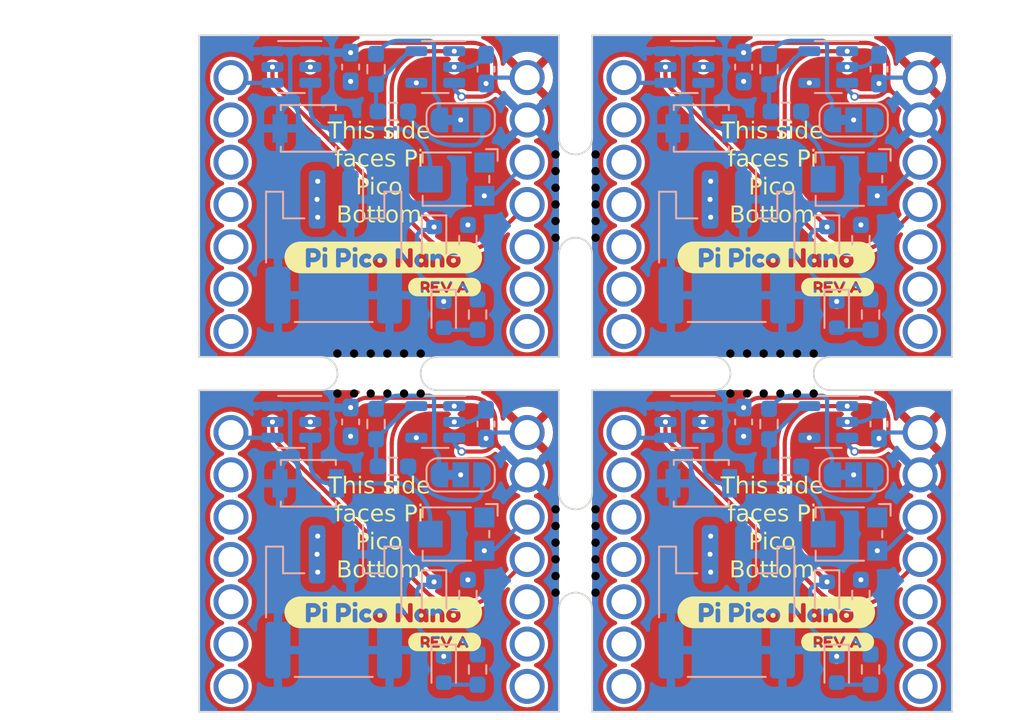
<source format=kicad_pcb>
(kicad_pcb (version 20221018) (generator pcbnew)
  (layers (0 "F.Cu" signal) (1 "In1.Cu" signal) (2 "In2.Cu" signal) (31 "B.Cu" signal) (34 "B.Paste" user) (35 "F.Paste" user) (36 "B.SilkS" user "B.Silkscreen") (37 "F.SilkS" user "F.Silkscreen") (38 "B.Mask" user) (39 "F.Mask" user) (44 "Edge.Cuts" user))
  (net 0 "")
  (net 1 "Board_0-+BATT")
  (net 2 "Board_0-/POWER ENABLE")
  (net 3 "Board_0-/PROG R")
  (net 4 "Board_0-/TIMER ENABLE")
  (net 5 "Board_0-GND")
  (net 6 "Board_0-Net-(D1-A)")
  (net 7 "Board_0-Net-(D2-A)")
  (net 8 "Board_0-Net-(D2-K)")
  (net 9 "Board_0-Net-(JP1-A)")
  (net 10 "Board_0-Net-(JP1-B)")
  (net 11 "Board_0-Net-(SW1-A)")
  (net 12 "Board_0-VBUS")
  (net 13 "Board_0-unconnected-(RV1-Pad1)")
  (net 14 "Board_0-unconnected-(S2-Pin_1-Pad1)")
  (net 15 "Board_1-+BATT")
  (net 16 "Board_1-/POWER ENABLE")
  (net 17 "Board_1-/PROG R")
  (net 18 "Board_1-/TIMER ENABLE")
  (net 19 "Board_1-GND")
  (net 20 "Board_1-Net-(D1-A)")
  (net 21 "Board_1-Net-(D2-A)")
  (net 22 "Board_1-Net-(D2-K)")
  (net 23 "Board_1-Net-(JP1-A)")
  (net 24 "Board_1-Net-(JP1-B)")
  (net 25 "Board_1-Net-(SW1-A)")
  (net 26 "Board_1-VBUS")
  (net 27 "Board_1-unconnected-(RV1-Pad1)")
  (net 28 "Board_1-unconnected-(S2-Pin_1-Pad1)")
  (net 29 "Board_2-+BATT")
  (net 30 "Board_2-/POWER ENABLE")
  (net 31 "Board_2-/PROG R")
  (net 32 "Board_2-/TIMER ENABLE")
  (net 33 "Board_2-GND")
  (net 34 "Board_2-Net-(D1-A)")
  (net 35 "Board_2-Net-(D2-A)")
  (net 36 "Board_2-Net-(D2-K)")
  (net 37 "Board_2-Net-(JP1-A)")
  (net 38 "Board_2-Net-(JP1-B)")
  (net 39 "Board_2-Net-(SW1-A)")
  (net 40 "Board_2-VBUS")
  (net 41 "Board_2-unconnected-(RV1-Pad1)")
  (net 42 "Board_2-unconnected-(S2-Pin_1-Pad1)")
  (net 43 "Board_3-+BATT")
  (net 44 "Board_3-/POWER ENABLE")
  (net 45 "Board_3-/PROG R")
  (net 46 "Board_3-/TIMER ENABLE")
  (net 47 "Board_3-GND")
  (net 48 "Board_3-Net-(D1-A)")
  (net 49 "Board_3-Net-(D2-A)")
  (net 50 "Board_3-Net-(D2-K)")
  (net 51 "Board_3-Net-(JP1-A)")
  (net 52 "Board_3-Net-(JP1-B)")
  (net 53 "Board_3-Net-(SW1-A)")
  (net 54 "Board_3-VBUS")
  (net 55 "Board_3-unconnected-(RV1-Pad1)")
  (net 56 "Board_3-unconnected-(S2-Pin_1-Pad1)")
  (footprint "NPTH" (layer "F.Cu") (at 147.3 28.152)
    (fp_text reference "REF**" hide)
    (fp_text value "NPTH" hide)
  )
  (footprint "" (layer "F.Cu") (at 127.815 56.544)
    (fp_text reference "")
    (fp_text value "")
  )
  (footprint "kibuzzard-64F5148F" (layer "F.Cu") (at 140.642 35.113)
    (fp_text reference "kibuzzard-64F5148F" hide)
    (fp_text value "G***" hide)
  )
  (footprint "NPTH" (layer "F.Cu") (at 147.3 29.152)
    (fp_text reference "REF**" hide)
    (fp_text value "NPTH" hide)
  )
  (footprint "NPTH" (layer "F.Cu") (at 149.7 51.456)
    (fp_text reference "REF**" hide)
    (fp_text value "NPTH" hide)
  )
  (footprint "NPTH" (layer "F.Cu") (at 149.7 28.152)
    (fp_text reference "REF**" hide)
    (fp_text value "NPTH" hide)
  )
  (footprint "NPTH" (layer "F.Cu") (at 149.7 52.456)
    (fp_text reference "REF**" hide)
    (fp_text value "NPTH" hide)
  )
  (footprint "Pi Pico:7305" (layer "F.Cu") (at 127.815 46.384)
    (fp_text reference "S2" hide)
    (fp_text value "Conn_01x01_Pin")
  )
  (footprint "kibuzzard-64F5148F" (layer "F.Cu") (at 164.232 56.417)
    (fp_text reference "kibuzzard-64F5148F" hide)
    (fp_text value "G***" hide)
  )
  (footprint "" (layer "F.Cu") (at 127.815 35.24)
    (fp_text reference "")
    (fp_text value "")
  )
  (footprint "Pi Pico:7305" (layer "F.Cu") (at 169.185 22.54)
    (fp_text reference "S40" hide)
    (fp_text value "Conn_01x01_Pin" hide)
  )
  (footprint "NPTH" (layer "F.Cu") (at 147.3 53.456)
    (fp_text reference "REF**" hide)
    (fp_text value "NPTH" hide)
  )
  (footprint "NPTH" (layer "F.Cu") (at 161.795 41.504)
    (fp_text reference "REF**" hide)
    (fp_text value "NPTH" hide)
  )
  (footprint "NPTH" (layer "F.Cu") (at 138.205 39.104)
    (fp_text reference "REF**" hide)
    (fp_text value "NPTH" hide)
  )
  (footprint "NPTH" (layer "F.Cu") (at 159.795 41.504)
    (fp_text reference "REF**" hide)
    (fp_text value "NPTH" hide)
  )
  (footprint "" (layer "F.Cu") (at 145.595 59.084)
    (fp_text reference "")
    (fp_text value "")
  )
  (footprint "" (layer "F.Cu") (at 151.405 54.004)
    (fp_text reference "")
    (fp_text value "")
  )
  (footprint "NPTH" (layer "F.Cu") (at 149.7 50.456)
    (fp_text reference "REF**" hide)
    (fp_text value "NPTH" hide)
  )
  (footprint "Pi Pico:7305" (layer "F.Cu") (at 151.405 22.54)
    (fp_text reference "S1" hide)
    (fp_text value "Conn_01x01_Pin")
  )
  (footprint "NPTH" (layer "F.Cu") (at 136.205 41.504)
    (fp_text reference "REF**" hide)
    (fp_text value "NPTH" hide)
  )
  (footprint "" (layer "F.Cu") (at 151.405 56.544)
    (fp_text reference "")
    (fp_text value "")
  )
  (footprint "NPTH" (layer "F.Cu") (at 147.3 50.456)
    (fp_text reference "REF**" hide)
    (fp_text value "NPTH" hide)
  )
  (footprint "NPTH" (layer "F.Cu") (at 137.205 39.104)
    (fp_text reference "REF**" hide)
    (fp_text value "NPTH" hide)
  )
  (footprint "kibuzzard-64F5148F" (layer "F.Cu") (at 164.232 35.113)
    (fp_text reference "kibuzzard-64F5148F" hide)
    (fp_text value "G***" hide)
  )
  (footprint "NPTH" (layer "F.Cu") (at 134.205 41.504)
    (fp_text reference "REF**" hide)
    (fp_text value "NPTH" hide)
  )
  (footprint "" (layer "F.Cu") (at 151.405 37.78)
    (fp_text reference "")
    (fp_text value "")
  )
  (footprint "Pi Pico:7305" (layer "F.Cu") (at 169.185 27.62)
    (fp_text reference "S38" hide)
    (fp_text value "Conn_01x01_Pin")
  )
  (footprint "Pi Pico:7305" (layer "F.Cu") (at 151.405 27.62)
    (fp_text reference "S3" hide)
    (fp_text value "Conn_01x01_Pin")
  )
  (footprint "NPTH" (layer "F.Cu") (at 161.795 39.104)
    (fp_text reference "REF**" hide)
    (fp_text value "NPTH" hide)
  )
  (footprint "NPTH" (layer "F.Cu") (at 149.7 53.456)
    (fp_text reference "REF**" hide)
    (fp_text value "NPTH" hide)
  )
  (footprint "NPTH" (layer "F.Cu") (at 134.205 39.104)
    (fp_text reference "REF**" hide)
    (fp_text value "NPTH" hide)
  )
  (footprint "NPTH" (layer "F.Cu") (at 147.3 27.152)
    (fp_text reference "REF**" hide)
    (fp_text value "NPTH" hide)
  )
  (footprint "NPTH" (layer "F.Cu") (at 147.3 48.456)
    (fp_text reference "REF**" hide)
    (fp_text value "NPTH" hide)
  )
  (footprint "NPTH" (layer "F.Cu") (at 147.3 31.152)
    (fp_text reference "REF**" hide)
    (fp_text value "NPTH" hide)
  )
  (footprint "Pi Pico:7305" (layer "F.Cu") (at 127.815 48.924)
    (fp_text reference "S3" hide)
    (fp_text value "Conn_01x01_Pin")
  )
  (footprint "NPTH" (layer "F.Cu") (at 159.795 39.104)
    (fp_text reference "REF**" hide)
    (fp_text value "NPTH" hide)
  )
  (footprint "Pi Pico:7305" (layer "F.Cu") (at 127.815 43.844)
    (fp_text reference "S1" hide)
    (fp_text value "Conn_01x01_Pin")
  )
  (footprint "NPTH" (layer "F.Cu") (at 147.3 30.152)
    (fp_text reference "REF**" hide)
    (fp_text value "NPTH" hide)
  )
  (footprint "kibuzzard-64F51413" (layer "F.Cu") (at 136.959 54.639)
    (fp_text reference "kibuzzard-64F51413" hide)
    (fp_text value "G***" hide)
  )
  (footprint "NPTH" (layer "F.Cu") (at 147.3 51.456)
    (fp_text reference "REF**" hide)
    (fp_text value "NPTH" hide)
  )
  (footprint "Pi Pico:7305" (layer "F.Cu") (at 145.595 30.16)
    (fp_text reference "S37" hide)
    (fp_text value "Conn_01x01_Pin")
  )
  (footprint "Pi Pico:7305" (layer "F.Cu") (at 169.185 25.08)
    (fp_text reference "S39" hide)
    (fp_text value "Conn_01x01_Pin")
  )
  (footprint "" (layer "F.Cu") (at 151.405 32.7)
    (fp_text reference "")
    (fp_text value "")
  )
  (footprint "NPTH" (layer "F.Cu") (at 137.205 41.504)
    (fp_text reference "REF**" hide)
    (fp_text value "NPTH" hide)
  )
  (footprint "" (layer "F.Cu") (at 145.595 32.7)
    (fp_text reference "")
    (fp_text value "")
  )
  (footprint "" (layer "F.Cu") (at 145.595 37.78)
    (fp_text reference "")
    (fp_text value "")
  )
  (footprint "NPTH" (layer "F.Cu") (at 149.7 48.456)
    (fp_text reference "REF**" hide)
    (fp_text value "NPTH" hide)
  )
  (footprint "" (layer "F.Cu") (at 127.815 37.78)
    (fp_text reference "")
    (fp_text value "")
  )
  (footprint "kibuzzard-64F51413" (layer "F.Cu") (at 160.549 54.639)
    (fp_text reference "kibuzzard-64F51413" hide)
    (fp_text value "G***" hide)
  )
  (footprint "NPTH" (layer "F.Cu") (at 157.795 41.504)
    (fp_text reference "REF**" hide)
    (fp_text value "NPTH" hide)
  )
  (footprint "NPTH" (layer "F.Cu") (at 135.205 39.104)
    (fp_text reference "REF**" hide)
    (fp_text value "NPTH" hide)
  )
  (footprint "" (layer "F.Cu") (at 145.595 54.004)
    (fp_text reference "")
    (fp_text value "")
  )
  (footprint "" (layer "F.Cu") (at 169.185 56.544)
    (fp_text reference "")
    (fp_text value "")
  )
  (footprint "NPTH" (layer "F.Cu") (at 158.795 39.104)
    (fp_text reference "REF**" hide)
    (fp_text value "NPTH" hide)
  )
  (footprint "NPTH" (layer "F.Cu") (at 149.7 32.152)
    (fp_text reference "REF**" hide)
    (fp_text value "NPTH" hide)
  )
  (footprint "kibuzzard-64F5148F" (layer "F.Cu") (at 140.642 56.417)
    (fp_text reference "kibuzzard-64F5148F" hide)
    (fp_text value "G***" hide)
  )
  (footprint "Pi Pico:7305" (layer "F.Cu") (at 169.185 51.464)
    (fp_text reference "S37" hide)
    (fp_text value "Conn_01x01_Pin")
  )
  (footprint "NPTH" (layer "F.Cu") (at 160.795 41.504)
    (fp_text reference "REF**" hide)
    (fp_text value "NPTH" hide)
  )
  (footprint "NPTH" (layer "F.Cu") (at 136.205 39.104)
    (fp_text reference "REF**" hide)
    (fp_text value "NPTH" hide)
  )
  (footprint "" (layer "F.Cu") (at 127.815 54.004)
    (fp_text reference "")
    (fp_text value "")
  )
  (footprint "" (layer "F.Cu") (at 169.185 32.7)
    (fp_text reference "")
    (fp_text value "")
  )
  (footprint "" (layer "F.Cu") (at 127.815 32.7)
    (fp_text reference "")
    (fp_text value "")
  )
  (footprint "Pi Pico:7305" (layer "F.Cu") (at 169.185 46.384)
    (fp_text reference "S39" hide)
    (fp_text value "Conn_01x01_Pin")
  )
  (footprint "Pi Pico:7305" (layer "F.Cu") (at 151.405 46.384)
    (fp_text reference "S2" hide)
    (fp_text value "Conn_01x01_Pin")
  )
  (footprint "Pi Pico:7305" (layer "F.Cu") (at 151.405 48.924)
    (fp_text reference "S3" hide)
    (fp_text value "Conn_01x01_Pin")
  )
  (footprint "NPTH" (layer "F.Cu") (at 149.7 49.456)
    (fp_text reference "REF**" hide)
    (fp_text value "NPTH" hide)
  )
  (footprint "NPTH" (layer "F.Cu") (at 138.205 41.504)
    (fp_text reference "REF**" hide)
    (fp_text value "NPTH" hide)
  )
  (footprint "Pi Pico:7305" (layer "F.Cu") (at 127.815 30.16)
    (fp_text reference "REF**" hide)
    (fp_text value "7305")
  )
  (footprint "Pi Pico:7305" (layer "F.Cu") (at 145.595 46.384)
    (fp_text reference "S39" hide)
    (fp_text value "Conn_01x01_Pin")
  )
  (footprint "NPTH" (layer "F.Cu") (at 157.795 39.104)
    (fp_text reference "REF**" hide)
    (fp_text value "NPTH" hide)
  )
  (footprint "" (layer "F.Cu") (at 151.405 35.24)
    (fp_text reference "")
    (fp_text value "")
  )
  (footprint "NPTH" (layer "F.Cu") (at 149.7 30.152)
    (fp_text reference "REF**" hide)
    (fp_text value "NPTH" hide)
  )
  (footprint "NPTH" (layer "F.Cu") (at 147.3 49.456)
    (fp_text reference "REF**" hide)
    (fp_text value "NPTH" hide)
  )
  (footprint "NPTH" (layer "F.Cu") (at 135.205 41.504)
    (fp_text reference "REF**" hide)
    (fp_text value "NPTH" hide)
  )
  (footprint "NPTH" (layer "F.Cu") (at 149.7 31.152)
    (fp_text reference "REF**" hide)
    (fp_text value "NPTH" hide)
  )
  (footprint "Pi Pico:7305" (layer "F.Cu") (at 145.595 51.464)
    (fp_text reference "S37" hide)
    (fp_text value "Conn_01x01_Pin")
  )
  (footprint "" (layer "F.Cu") (at 151.405 59.084)
    (fp_text reference "")
    (fp_text value "")
  )
  (footprint "Pi Pico:7305" (layer "F.Cu") (at 145.595 25.08)
    (fp_text reference "S39" hide)
    (fp_text value "Conn_01x01_Pin")
  )
  (footprint "" (layer "F.Cu") (at 145.595 35.24)
    (fp_text reference "")
    (fp_text value "")
  )
  (footprint "NPTH" (layer "F.Cu") (at 149.7 27.152)
    (fp_text reference "REF**" hide)
    (fp_text value "NPTH" hide)
  )
  (footprint "NPTH" (layer "F.Cu") (at 149.7 29.152)
    (fp_text reference "REF**" hide)
    (fp_text value "NPTH" hide)
  )
  (footprint "NPTH" (layer "F.Cu") (at 139.205 39.104)
    (fp_text reference "REF**" hide)
    (fp_text value "NPTH" hide)
  )
  (footprint "" (layer "F.Cu") (at 127.815 59.084)
    (fp_text reference "")
    (fp_text value "")
  )
  (footprint "" (layer "F.Cu") (at 145.595 56.544)
    (fp_text reference "")
    (fp_text value "")
  )
  (footprint "" (layer "F.Cu") (at 169.185 59.084)
    (fp_text reference "")
    (fp_text value "")
  )
  (footprint "Pi Pico:7305" (layer "F.Cu") (at 127.815 27.62)
    (fp_text reference "S3" hide)
    (fp_text value "Conn_01x01_Pin")
  )
  (footprint "NPTH" (layer "F.Cu") (at 139.205 41.504)
    (fp_text reference "REF**" hide)
    (fp_text value "NPTH" hide)
  )
  (footprint "NPTH" (layer "F.Cu") (at 158.795 41.504)
    (fp_text reference "REF**" hide)
    (fp_text value "NPTH" hide)
  )
  (footprint "Pi Pico:7305" (layer "F.Cu") (at 169.185 30.16)
    (fp_text reference "S37" hide)
    (fp_text value "Conn_01x01_Pin")
  )
  (footprint "Pi Pico:7305" (layer "F.Cu") (at 145.595 22.54)
    (fp_text reference "S40" hide)
    (fp_text value "Conn_01x01_Pin" hide)
  )
  (footprint "Pi Pico:7305" (layer "F.Cu") (at 151.405 30.16)
    (fp_text reference "REF**" hide)
    (fp_text value "7305")
  )
  (footprint "Pi Pico:7305" (layer "F.Cu") (at 169.185 48.924)
    (fp_text reference "S38" hide)
    (fp_text value "Conn_01x01_Pin")
  )
  (footprint "kibuzzard-64F51413" (layer "F.Cu") (at 136.959 33.335)
    (fp_text reference "kibuzzard-64F51413" hide)
    (fp_text value "G***" hide)
  )
  (footprint "Pi Pico:7305" (layer "F.Cu") (at 145.595 43.844)
    (fp_text reference "S40" hide)
    (fp_text value "Conn_01x01_Pin" hide)
  )
  (footprint "Pi Pico:7305" (layer "F.Cu") (at 127.815 25.08)
    (fp_text reference "S2" hide)
    (fp_text value "Conn_01x01_Pin")
  )
  (footprint "NPTH" (layer "F.Cu") (at 160.795 39.104)
    (fp_text reference "REF**" hide)
    (fp_text value "NPTH" hide)
  )
  (footprint "kibuzzard-64F51413" (layer "F.Cu") (at 160.549 33.335)
    (fp_text reference "kibuzzard-64F51413" hide)
    (fp_text value "G***" hide)
  )
  (footprint "Pi Pico:7305" (layer "F.Cu") (at 127.815 22.54)
    (fp_text reference "S1" hide)
    (fp_text value "Conn_01x01_Pin")
  )
  (footprint "" (layer "F.Cu") (at 169.185 37.78)
    (fp_text reference "")
    (fp_text value "")
  )
  (footprint "NPTH" (layer "F.Cu") (at 162.795 41.504)
    (fp_text reference "REF**" hide)
    (fp_text value "NPTH" hide)
  )
  (footprint "Pi Pico:7305" (layer "F.Cu") (at 151.405 25.08)
    (fp_text reference "S2" hide)
    (fp_text value "Conn_01x01_Pin")
  )
  (footprint "NPTH" (layer "F.Cu") (at 147.3 52.456)
    (fp_text reference "REF**" hide)
    (fp_text value "NPTH" hide)
  )
  (footprint "" (layer "F.Cu") (at 169.185 35.24)
    (fp_text reference "")
    (fp_text value "")
  )
  (footprint "NPTH" (layer "F.Cu") (at 162.795 39.104)
    (fp_text reference "REF**" hide)
    (fp_text value "NPTH" hide)
  )
  (footprint "Pi Pico:7305" (layer "F.Cu") (at 127.815 51.464)
    (fp_text reference "REF**" hide)
    (fp_text value "7305")
  )
  (footprint "" (layer "F.Cu") (at 169.185 54.004)
    (fp_text reference "")
    (fp_text value "")
  )
  (footprint "Pi Pico:7305" (layer "F.Cu") (at 169.185 43.844)
    (fp_text reference "S40" hide)
    (fp_text value "Conn_01x01_Pin" hide)
  )
  (footprint "NPTH" (layer "F.Cu") (at 147.3 32.152)
    (fp_text reference "REF**" hide)
    (fp_text value "NPTH" hide)
  )
  (footprint "Pi Pico:7305" (layer "F.Cu") (at 151.405 51.464)
    (fp_text reference "REF**" hide)
    (fp_text value "7305")
  )
  (footprint "Pi Pico:7305" (layer "F.Cu") (at 145.595 27.62)
    (fp_text reference "S38" hide)
    (fp_text value "Conn_01x01_Pin")
  )
  (footprint "Pi Pico:7305" (layer "F.Cu") (at 145.595 48.924)
    (fp_text reference "S38" hide)
    (fp_text value "Conn_01x01_Pin")
  )
  (footprint "Pi Pico:7305" (layer "F.Cu") (at 151.405 43.844)
    (fp_text reference "S1" hide)
    (fp_text value "Conn_01x01_Pin")
  )
  (footprint "Button_Switch_SMD:SW_SPST_B3U-1000P" (layer "B.Cu") (at 132.458808 25.588 180)
    (fp_text reference "SW1" hide)
    (fp_text value "SW_SPST")
  )
  (footprint "Resistor_SMD:R_0603_1608Metric_Pad0.98x0.95mm_HandSolder" (layer "B.Cu") (at 160.112808 22.032 90)
    (fp_text reference "R3" hide)
    (fp_text value "Val 1")
  )
  (footprint "Resistor_SMD:R_0603_1608Metric_Pad0.98x0.95mm_HandSolder" (layer "B.Cu") (at 136.522808 22.032 90)
    (fp_text reference "R3" hide)
    (fp_text value "Val 1")
  )
  (footprint "Package_TO_SOT_SMD:SOT-23-6" (layer "B.Cu") (at 155.032808 43.209 180)
    (fp_text reference "U3" hide)
    (fp_text value "TPL5111")
  )
  (footprint "Resistor_SMD:R_0603_1608Metric_Pad0.98x0.95mm_HandSolder" (layer "B.Cu") (at 137.538808 45.876)
    (fp_text reference "R4" hide)
    (fp_text value "Val 2")
  )
  (footprint "Resistor_SMD:R_0603_1608Metric_Pad0.98x0.95mm_HandSolder" (layer "B.Cu") (at 142.039 53.5995 -90)
    (fp_text reference "R2" hide)
    (fp_text value "1k")
  )
  (footprint "Connector_JST:JST_PH_S2B-PH-SM4-TB_1x02-1MP_P2.00mm_Horizontal" (layer "B.Cu") (at 157.572808 32.7 180)
    (fp_text reference "J1" hide)
    (fp_text value "Conn_01x02_Pin")
  )
  (footprint "Button_Switch_SMD:SW_SPST_B3U-1000P" (layer "B.Cu") (at 156.048808 46.892 180)
    (fp_text reference "SW1" hide)
    (fp_text value "SW_SPST")
  )
  (footprint "Resistor_SMD:R_0603_1608Metric_Pad0.98x0.95mm_HandSolder" (layer "B.Cu") (at 165.629 32.2955 -90)
    (fp_text reference "R2" hide)
    (fp_text value "1k")
  )
  (footprint "Connector_JST:JST_PH_S2B-PH-SM4-TB_1x02-1MP_P2.00mm_Horizontal" (layer "B.Cu") (at 133.982808 54.004 180)
    (fp_text reference "J1" hide)
    (fp_text value "Conn_01x02_Pin")
  )
  (footprint "Capacitor_SMD:C_0603_1608Metric_Pad1.08x0.95mm_HandSolder" (layer "B.Cu") (at 158.588808 43.209 -90)
    (fp_text reference "C1" hide)
    (fp_text value "4.7uF")
  )
  (footprint "Resistor_SMD:R_0603_1608Metric_Pad0.98x0.95mm_HandSolder" (layer "B.Cu") (at 160.112808 43.336 90)
    (fp_text reference "R3" hide)
    (fp_text value "Val 1")
  )
  (footprint "Potentiometer_SMD:Potentiometer_Bourns_TC33X_Vertical" (layer "B.Cu") (at 141.221808 49.94 180)
    (fp_text reference "RV1" hide)
    (fp_text value "200k")
  )
  (footprint "Package_TO_SOT_SMD:SOT-23-6" (layer "B.Cu") (at 131.442808 21.905 180)
    (fp_text reference "U3" hide)
    (fp_text value "TPL5111")
  )
  (footprint "Capacitor_SMD:C_0603_1608Metric_Pad1.08x0.95mm_HandSolder" (layer "B.Cu") (at 158.588808 21.905 -90)
    (fp_text reference "C1" hide)
    (fp_text value "4.7uF")
  )
  (footprint "Package_TO_SOT_SMD:SOT-23-5" (layer "B.Cu") (at 140.078808 43.209 180)
    (fp_text reference "U2" hide)
    (fp_text value "MCP73831-2-OT" hide)
  )
  (footprint "LED_SMD:LED_0603_1608Metric" (layer "B.Cu") (at 140.586808 36.764 -90)
    (fp_text reference "D1" hide)
    (fp_text value "Green")
  )
  (footprint "LED_SMD:LED_0603_1608Metric" (layer "B.Cu") (at 163.597 32.2955 -90)
    (fp_text reference "D2" hide)
    (fp_text value "Red")
  )
  (footprint "Resistor_SMD:R_0603_1608Metric_Pad0.98x0.95mm_HandSolder" (layer "B.Cu") (at 166.208808 36.764 -90)
    (fp_text reference "R1" hide)
    (fp_text value "1k")
  )
  (footprint "LED_SMD:LED_0603_1608Metric" (layer "B.Cu") (at 164.176808 36.764 -90)
    (fp_text reference "D1" hide)
    (fp_text value "Green")
  )
  (footprint "Resistor_SMD:R_0603_1608Metric_Pad0.98x0.95mm_HandSolder" (layer "B.Cu") (at 136.522808 43.336 90)
    (fp_text reference "R3" hide)
    (fp_text value "Val 1")
  )
  (footprint "Resistor_SMD:R_0603_1608Metric_Pad0.98x0.95mm_HandSolder" (layer "B.Cu") (at 166.208808 58.068 -90)
    (fp_text reference "R1" hide)
    (fp_text value "1k")
  )
  (footprint "Resistor_SMD:R_0603_1608Metric_Pad0.98x0.95mm_HandSolder" (layer "B.Cu") (at 142.618808 58.068 -90)
    (fp_text reference "R1" hide)
    (fp_text value "1k")
  )
  (footprint "Package_TO_SOT_SMD:SOT-23-5" (layer "B.Cu") (at 163.668808 21.905 180)
    (fp_text reference "U2" hide)
    (fp_text value "MCP73831-2-OT" hide)
  )
  (footprint "Package_TO_SOT_SMD:SOT-23-6" (layer "B.Cu") (at 131.442808 43.209 180)
    (fp_text reference "U3" hide)
    (fp_text value "TPL5111")
  )
  (footprint "Capacitor_SMD:C_0603_1608Metric_Pad1.08x0.95mm_HandSolder" (layer "B.Cu") (at 134.998808 43.209 -90)
    (fp_text reference "C1" hide)
    (fp_text value "4.7uF")
  )
  (footprint "Capacitor_SMD:C_0603_1608Metric_Pad1.08x0.95mm_HandSolder" (layer "B.Cu") (at 143.126808 22.032 -90)
    (fp_text reference "C2" hide)
    (fp_text value "4.7uF")
  )
  (footprint "Capacitor_SMD:C_0603_1608Metric_Pad1.08x0.95mm_HandSolder" (layer "B.Cu") (at 166.716808 43.336 -90)
    (fp_text reference "C2" hide)
    (fp_text value "4.7uF")
  )
  (footprint "Package_TO_SOT_SMD:SOT-23-5" (layer "B.Cu") (at 140.078808 21.905 180)
    (fp_text reference "U2" hide)
    (fp_text value "MCP73831-2-OT" hide)
  )
  (footprint "LED_SMD:LED_0603_1608Metric" (layer "B.Cu") (at 140.586808 58.068 -90)
    (fp_text reference "D1" hide)
    (fp_text value "Green")
  )
  (footprint "Connector_JST:JST_PH_S2B-PH-SM4-TB_1x02-1MP_P2.00mm_Horizontal" (layer "B.Cu") (at 133.982808 32.7 180)
    (fp_text reference "J1" hide)
    (fp_text value "Conn_01x02_Pin")
  )
  (footprint "Jumper:SolderJumper-3_P1.3mm_Bridged12_RoundedPad1.0x1.5mm_NumberLabels" (layer "B.Cu") (at 141.602808 46.384)
    (fp_text reference "JP1" hide)
    (fp_text value "SolderJumper_3_Bridged12")
  )
  (footprint "Jumper:SolderJumper-3_P1.3mm_Bridged12_RoundedPad1.0x1.5mm_NumberLabels" (layer "B.Cu") (at 141.602808 25.08)
    (fp_text reference "JP1" hide)
    (fp_text value "SolderJumper_3_Bridged12")
  )
  (footprint "Resistor_SMD:R_0603_1608Metric_Pad0.98x0.95mm_HandSolder" (layer "B.Cu") (at 142.039 32.2955 -90)
    (fp_text reference "R2" hide)
    (fp_text value "1k")
  )
  (footprint "LED_SMD:LED_0603_1608Metric" (layer "B.Cu") (at 163.597 53.5995 -90)
    (fp_text reference "D2" hide)
    (fp_text value "Red")
  )
  (footprint "Resistor_SMD:R_0603_1608Metric_Pad0.98x0.95mm_HandSolder" (layer "B.Cu") (at 161.128808 24.572)
    (fp_text reference "R4" hide)
    (fp_text value "Val 2")
  )
  (footprint "Connector_JST:JST_PH_S2B-PH-SM4-TB_1x02-1MP_P2.00mm_Horizontal" (layer "B.Cu") (at 157.572808 54.004 180)
    (fp_text reference "J1" hide)
    (fp_text value "Conn_01x02_Pin")
  )
  (footprint "Resistor_SMD:R_0603_1608Metric_Pad0.98x0.95mm_HandSolder" (layer "B.Cu") (at 165.629 53.5995 -90)
    (fp_text reference "R2" hide)
    (fp_text value "1k")
  )
  (footprint "Resistor_SMD:R_0603_1608Metric_Pad0.98x0.95mm_HandSolder" (layer "B.Cu") (at 142.618808 36.764 -90)
    (fp_text reference "R1" hide)
    (fp_text value "1k")
  )
  (footprint "Jumper:SolderJumper-3_P1.3mm_Bridged12_RoundedPad1.0x1.5mm_NumberLabels" (layer "B.Cu") (at 165.192808 46.384)
    (fp_text reference "JP1" hide)
    (fp_text value "SolderJumper_3_Bridged12")
  )
  (footprint "LED_SMD:LED_0603_1608Metric" (layer "B.Cu") (at 140.007 32.2955 -90)
    (fp_text reference "D2" hide)
    (fp_text value "Red")
  )
  (footprint "Button_Switch_SMD:SW_SPST_B3U-1000P" (layer "B.Cu") (at 156.048808 25.588 180)
    (fp_text reference "SW1" hide)
    (fp_text value "SW_SPST")
  )
  (footprint "Resistor_SMD:R_0603_1608Metric_Pad0.98x0.95mm_HandSolder" (layer "B.Cu") (at 137.538808 24.572)
    (fp_text reference "R4" hide)
    (fp_text value "Val 2")
  )
  (footprint "Resistor_SMD:R_0603_1608Metric_Pad0.98x0.95mm_HandSolder" (layer "B.Cu") (at 161.128808 45.876)
    (fp_text reference "R4" hide)
    (fp_text value "Val 2")
  )
  (footprint "Potentiometer_SMD:Potentiometer_Bourns_TC33X_Vertical" (layer "B.Cu") (at 141.221808 28.636 180)
    (fp_text reference "RV1" hide)
    (fp_text value "200k")
  )
  (footprint "Potentiometer_SMD:Potentiometer_Bourns_TC33X_Vertical" (layer "B.Cu") (at 164.811808 49.94 180)
    (fp_text reference "RV1" hide)
    (fp_text value "200k")
  )
  (footprint "Capacitor_SMD:C_0603_1608Metric_Pad1.08x0.95mm_HandSolder" (layer "B.Cu") (at 143.126808 43.336 -90)
    (fp_text reference "C2" hide)
    (fp_text value "4.7uF")
  )
  (footprint "Package_TO_SOT_SMD:SOT-23-5" (layer "B.Cu") (at 163.668808 43.209 180)
    (fp_text reference "U2" hide)
    (fp_text value "MCP73831-2-OT" hide)
  )
  (footprint "Package_TO_SOT_SMD:SOT-23-6" (layer "B.Cu") (at 155.032808 21.905 180)
    (fp_text reference "U3" hide)
    (fp_text value "TPL5111")
  )
  (footprint "Capacitor_SMD:C_0603_1608Metric_Pad1.08x0.95mm_HandSolder" (layer "B.Cu") (at 134.998808 21.905 -90)
    (fp_text reference "C1" hide)
    (fp_text value "4.7uF")
  )
  (footprint "Jumper:SolderJumper-3_P1.3mm_Bridged12_RoundedPad1.0x1.5mm_NumberLabels" (layer "B.Cu") (at 165.192808 25.08)
    (fp_text reference "JP1" hide)
    (fp_text value "SolderJumper_3_Bridged12")
  )
  (footprint "LED_SMD:LED_0603_1608Metric" (layer "B.Cu") (at 140.007 53.5995 -90)
    (fp_text reference "D2" hide)
    (fp_text value "Red")
  )
  (footprint "Capacitor_SMD:C_0603_1608Metric_Pad1.08x0.95mm_HandSolder" (layer "B.Cu") (at 166.716808 22.032 -90)
    (fp_text reference "C2" hide)
    (fp_text value "4.7uF")
  )
  (footprint "Potentiometer_SMD:Potentiometer_Bourns_TC33X_Vertical" (layer "B.Cu") (at 164.811808 28.636 180)
    (fp_text reference "RV1" hide)
    (fp_text value "200k")
  )
  (footprint "Button_Switch_SMD:SW_SPST_B3U-1000P" (layer "B.Cu") (at 132.458808 46.892 180)
    (fp_text reference "SW1" hide)
    (fp_text value "SW_SPST")
  )
  (footprint "LED_SMD:LED_0603_1608Metric" (layer "B.Cu") (at 164.176808 58.068 -90)
    (fp_text reference "D1" hide)
    (fp_text value "Green")
  )
  (gr_line (start 148.023318 53.5729) (end 148.066721 53.551053) (stroke (width 0.1)) (layer "Edge.Cuts"))
  (gr_line (start 139.429721 40.942047) (end 139.399826 40.90374) (stroke (width 0.1)) (layer "Edge.Cuts"))
  (gr_line (start 125.910057 20.009809) (end 125.910003 20.012027) (stroke (width 0.1)) (layer "Edge.Cuts"))
  (gr_line (start 125.916455 60.607275) (end 125.916917 60.60744) (stroke (width 0.1)) (layer "Edge.Cuts"))
  (gr_line (start 125.91 60.595727) (end 125.910003 60.595972) (stroke (width 0.1)) (layer "Edge.Cuts"))
  (gr_line (start 156.950262 39.314718) (end 156.998138 39.323025) (stroke (width 0.1)) (layer "Edge.Cuts"))
  (gr_line (start 140.097963 39.30877) (end 140.146423 39.305195) (stroke (width 0.1)) (layer "Edge.Cuts"))
  (gr_line (start 147.497188 60.60484) (end 147.497517 60.604477) (stroke (width 0.1)) (layer "Edge.Cuts"))
  (gr_line (start 148.24945 53.485671) (end 148.296861 53.475025) (stroke (width 0.1)) (layer "Edge.Cuts"))
  (gr_line (start 134.162368 40.60138) (end 134.147125 40.647519) (stroke (width 0.1)) (layer "Edge.Cuts"))
  (gr_line (start 139.3219 39.827318) (end 139.345851 39.785039) (stroke (width 0.1)) (layer "Edge.Cuts"))
  (gr_line (start 125.919318 41.304081) (end 125.91883 41.304129) (stroke (width 0.1)) (layer "Edge.Cuts"))
  (gr_line (start 157.752368 40.60138) (end 157.737125 40.647519) (stroke (width 0.1)) (layer "Edge.Cuts"))
  (gr_line (start 171.08019 39.303942) (end 171.080681 39.303918) (stroke (width 0.1)) (layer "Edge.Cuts"))
  (gr_line (start 147.487972 39.303996) (end 147.49019 39.303942) (stroke (width 0.1)) (layer "Edge.Cuts"))
  (gr_line (start 149.495229 54.348963) (end 149.498804 54.397423) (stroke (width 0.1)) (layer "Edge.Cuts"))
  (gr_line (start 163.497619 39.346631) (end 163.54445 39.333671) (stroke (width 0.1)) (layer "Edge.Cuts"))
  (gr_line (start 147.595053 54.022721) (end 147.6169 53.979318) (stroke (width 0.1)) (layer "Edge.Cuts"))
  (gr_line (start 157.045549 39.333671) (end 157.09238 39.346631) (stroke (width 0.1)) (layer "Edge.Cuts"))
  (gr_line (start 125.918344 60.607798) (end 125.91883 60.60787) (stroke (width 0.1)) (layer "Edge.Cuts"))
  (gr_line (start 147.497829 41.307902) (end 147.497517 41.307522) (stroke (width 0.1)) (layer "Edge.Cuts"))
  (gr_line (start 147.519025 54.252861) (end 147.529671 54.20545) (stroke (width 0.1)) (layer "Edge.Cuts"))
  (gr_line (start 125.916002 39.303087) (end 125.916455 39.303275) (stroke (width 0.1)) (layer "Edge.Cuts"))
  (gr_line (start 149.506455 60.607275) (end 149.506917 60.60744) (stroke (width 0.1)) (layer "Edge.Cuts"))
  (gr_line (start 157.09238 39.346631) (end 157.138519 39.361874) (stroke (width 0.1)) (layer "Edge.Cuts"))
  (gr_line (start 147.666847 32.591987) (end 147.694826 32.552259) (stroke (width 0.1)) (layer "Edge.Cuts"))
  (gr_line (start 147.491169 20.000129) (end 147.490681 20.000081) (stroke (width 0.1)) (layer "Edge.Cuts"))
  (gr_line (start 148.607036 27.147229) (end 148.558576 27.150804) (stroke (width 0.1)) (layer "Edge.Cuts"))
  (gr_line (start 149.500724 60.601544) (end 149.500912 60.601997) (stroke (width 0.1)) (layer "Edge.Cuts"))
  (gr_line (start 125.917863 60.607702) (end 125.918344 60.607798) (stroke (width 0.1)) (layer "Edge.Cuts"))
  (gr_line (start 148.888855 32.227362) (end 148.933278 32.247053) (stroke (width 0.1)) (layer "Edge.Cuts"))
  (gr_line (start 171.083997 39.303087) (end 171.084441 39.302877) (stroke (width 0.1)) (layer "Edge.Cuts"))
  (gr_line (start 171.077972 39.303996) (end 171.08019 39.303942) (stroke (width 0.1)) (layer "Edge.Cuts"))
  (gr_line (start 147.789966 53.745966) (end 147.825158 53.71246) (stroke (width 0.1)) (layer "Edge.Cuts"))
  (gr_line (start 157.469841 39.56046) (end 157.505033 39.593966) (stroke (width 0.1)) (layer "Edge.Cuts"))
  (gr_line (start 149.509809 20.000057) (end 149.509318 20.000081) (stroke (width 0.1)) (layer "Edge.Cuts"))
  (gr_line (start 149.503159 60.605188) (end 149.503522 60.605517) (stroke (width 0.1)) (layer "Edge.Cuts"))
  (gr_line (start 147.49944 39.297082) (end 147.499583 39.296612) (stroke (width 0.1)) (layer "Edge.Cuts"))
  (gr_line (start 149.502482 20.003522) (end 149.50217 20.003902) (stroke (width 0.1)) (layer "Edge.Cuts"))
  (gr_line (start 125.916917 41.304559) (end 125.916455 41.304724) (stroke (width 0.1)) (layer "Edge.Cuts"))
  (gr_line (start 125.911605 39.299295) (end 125.911878 39.299703) (stroke (width 0.1)) (layer "Edge.Cuts"))
  (gr_line (start 149.506455 39.303275) (end 149.506917 39.30344) (stroke (width 0.1)) (layer "Edge.Cuts"))
  (gr_line (start 162.79977 40.411036) (end 162.796195 40.362576) (stroke (width 0.1)) (layer "Edge.Cuts"))
  (gr_line (start 171.084441 39.302877) (end 171.084874 39.302646) (stroke (width 0.1)) (layer "Edge.Cuts"))
  (gr_line (start 125.910003 39.291972) (end 125.910057 39.29419) (stroke (width 0.1)) (layer "Edge.Cuts"))
  (gr_line (start 149.500559 60.601082) (end 149.500724 60.601544) (stroke (width 0.1)) (layer "Edge.Cuts"))
  (gr_line (start 147.498121 20.004296) (end 147.497829 20.003902) (stroke (width 0.1)) (layer "Edge.Cuts"))
  (gr_line (start 125.910081 39.294681) (end 125.910129 39.295169) (stroke (width 0.1)) (layer "Edge.Cuts"))
  (gr_line (start 156.853576 39.305195) (end 156.902036 39.30877) (stroke (width 0.1)) (layer "Edge.Cuts"))
  (gr_line (start 171.084874 39.302646) (end 171.085295 39.302394) (stroke (width 0.1)) (layer "Edge.Cuts"))
  (gr_line (start 149.502811 20.003159) (end 149.502482 20.003522) (stroke (width 0.1)) (layer "Edge.Cuts"))
  (gr_line (start 149.442125 54.11248) (end 149.457368 54.158619) (stroke (width 0.1)) (layer "Edge.Cuts"))
  (gr_line (start 147.501195 26.210576) (end 147.5 26.161877) (stroke (width 0.1)) (layer "Edge.Cuts"))
  (gr_line (start 171.089583 60.600612) (end 171.089702 60.600136) (stroke (width 0.1)) (layer "Edge.Cuts"))
  (gr_line (start 125.916002 20.000912) (end 125.915558 20.001122) (stroke (width 0.1)) (layer "Edge.Cuts"))
  (gr_line (start 147.501195 54.397423) (end 147.50477 54.348963) (stroke (width 0.1)) (layer "Edge.Cuts"))
  (gr_line (start 140.049737 41.293281) (end 140.001861 41.284974) (stroke (width 0.1)) (layer "Edge.Cuts"))
  (gr_line (start 147.75646 48.130841) (end 147.724721 48.094047) (stroke (width 0.1)) (layer "Edge.Cuts"))
  (gr_line (start 157.31396 41.163148) (end 157.271681 41.187099) (stroke (width 0.1)) (layer "Edge.Cuts"))
  (gr_line (start 163.019721 40.942047) (end 162.989826 40.90374) (stroke (width 0.1)) (layer "Edge.Cuts"))
  (gr_line (start 147.575362 54.067144) (end 147.595053 54.022721) (stroke (width 0.1)) (layer "Edge.Cuts"))
  (gr_line (start 149.507387 41.304416) (end 149.506917 41.304559) (stroke (width 0.1)) (layer "Edge.Cuts"))
  (gr_line (start 147.724721 53.817952) (end 147.75646 53.781158) (stroke (width 0.1)) (layer "Edge.Cuts"))
  (gr_line (start 171.087517 41.307522) (end 171.087188 41.307159) (stroke (width 0.1)) (layer "Edge.Cuts"))
  (gr_line (start 171.089087 39.297997) (end 171.089275 39.297544) (stroke (width 0.1)) (layer "Edge.Cuts"))
  (gr_line (start 125.910297 60.600136) (end 125.910416 60.600612) (stroke (width 0.1)) (layer "Edge.Cuts"))
  (gr_line (start 148.441423 32.153195) (end 148.490122 32.152) (stroke (width 0.1)) (layer "Edge.Cuts"))
  (gr_line (start 147.49684 20.002811) (end 147.496477 20.002482) (stroke (width 0.1)) (layer "Edge.Cuts"))
  (gr_line (start 139.771721 39.399053) (end 139.816144 39.379362) (stroke (width 0.1)) (layer "Edge.Cuts"))
  (gr_line (start 148.392963 32.15677) (end 148.441423 32.153195) (stroke (width 0.1)) (layer "Edge.Cuts"))
  (gr_line (start 149.50883 41.304129) (end 149.508344 41.304201) (stroke (width 0.1)) (layer "Edge.Cuts"))
  (gr_line (start 147.499996 60.595972) (end 147.5 60.595727) (stroke (width 0.1)) (layer "Edge.Cuts"))
  (gr_line (start 125.910559 60.601082) (end 125.910724 60.601544) (stroke (width 0.1)) (layer "Edge.Cuts"))
  (gr_line (start 171.088646 41.309125) (end 171.088394 41.308704) (stroke (width 0.1)) (layer "Edge.Cuts"))
  (gr_line (start 149.09974 53.650826) (end 149.138047 53.680721) (stroke (width 0.1)) (layer "Edge.Cuts"))
  (gr_line (start 149.509809 41.304057) (end 149.509318 41.304081) (stroke (width 0.1)) (layer "Edge.Cuts"))
  (gr_line (start 139.300053 40.737278) (end 139.280362 40.692855) (stroke (width 0.1)) (layer "Edge.Cuts"))
  (gr_line (start 148.843519 48.398125) (end 148.79738 48.413368) (stroke (width 0.1)) (layer "Edge.Cuts"))
  (gr_line (start 149.5 41.316272) (end 149.5 47.465877) (stroke (width 0.1)) (layer "Edge.Cuts"))
  (gr_line (start 147.499275 41.310455) (end 147.499087 41.310002) (stroke (width 0.1)) (layer "Edge.Cuts"))
  (gr_line (start 148.933278 53.551053) (end 148.976681 53.5729) (stroke (width 0.1)) (layer "Edge.Cuts"))
  (gr_line (start 171.089275 41.310455) (end 171.089087 41.310002) (stroke (width 0.1)) (layer "Edge.Cuts"))
  (gr_line (start 139.605259 39.498826) (end 139.644987 39.470847) (stroke (width 0.1)) (layer "Edge.Cuts"))
  (gr_line (start 171.086097 60.605829) (end 171.086477 60.605517) (stroke (width 0.1)) (layer "Edge.Cuts"))
  (gr_line (start 149.506002 20.000912) (end 149.505558 20.001122) (stroke (width 0.1)) (layer "Edge.Cuts"))
  (gr_line (start 171.080681 20.000081) (end 171.08019 20.000057) (stroke (width 0.1)) (layer "Edge.Cuts"))
  (gr_line (start 125.911122 39.298441) (end 125.911353 39.298874) (stroke (width 0.1)) (layer "Edge.Cuts"))
  (gr_line (start 162.870362 39.915144) (end 162.890053 39.870721) (stroke (width 0.1)) (layer "Edge.Cuts"))
  (gr_line (start 147.496477 39.301517) (end 147.49684 39.301188) (stroke (width 0.1)) (layer "Edge.Cuts"))
  (gr_line (start 171.080681 39.303918) (end 171.081169 39.30387) (stroke (width 0.1)) (layer "Edge.Cuts"))
  (gr_line (start 162.9119 40.780681) (end 162.890053 40.737278) (stroke (width 0.1)) (layer "Edge.Cuts"))
  (gr_line (start 149.138047 48.231278) (end 149.09974 48.261173) (stroke (width 0.1)) (layer "Edge.Cuts"))
  (gr_line (start 147.495703 60.606121) (end 147.496097 60.605829) (stroke (width 0.1)) (layer "Edge.Cuts"))
  (gr_line (start 125.91217 60.604097) (end 125.912482 60.604477) (stroke (width 0.1)) (layer "Edge.Cuts"))
  (gr_line (start 147.491655 41.304201) (end 147.491169 41.304129) (stroke (width 0.1)) (layer "Edge.Cuts"))
  (gr_line (start 147.491169 60.60787) (end 147.491655 60.607798) (stroke (width 0.1)) (layer "Edge.Cuts"))
  (gr_line (start 147.493544 39.303275) (end 147.493997 39.303087) (stroke (width 0.1)) (layer "Edge.Cuts"))
  (gr_line (start 125.917863 41.304297) (end 125.917387 41.304416) (stroke (width 0.1)) (layer "Edge.Cuts"))
  (gr_line (start 148.111144 53.531362) (end 148.15648 53.513874) (stroke (width 0.1)) (layer "Edge.Cuts"))
  (gr_line (start 171.089702 20.007863) (end 171.089583 20.007387) (stroke (width 0.1)) (layer "Edge.Cuts"))
  (gr_line (start 147.510718 26.307262) (end 147.50477 26.259036) (stroke (width 0.1)) (layer "Edge.Cuts"))
  (gr_line (start 149.442125 32.80848) (end 149.457368 32.854619) (stroke (width 0.1)) (layer "Edge.Cuts"))
  (gr_line (start 134.038152 39.743987) (end 134.064148 39.785039) (stroke (width 0.1)) (layer "Edge.Cuts"))
  (gr_line (start 156.902036 41.299229) (end 156.853576 41.302804) (stroke (width 0.1)) (layer "Edge.Cuts"))
  (gr_line (start 133.263576 41.302804) (end 133.214877 41.304) (stroke (width 0.1)) (layer "Edge.Cuts"))
  (gr_line (start 163.591861 39.323025) (end 163.639737 39.314718) (stroke (width 0.1)) (layer "Edge.Cuts"))
  (gr_line (start 125.911605 20.004704) (end 125.911353 20.005125) (stroke (width 0.1)) (layer "Edge.Cuts"))
  (gr_line (start 149.5 39.291727) (end 149.500003 39.291972) (stroke (width 0.1)) (layer "Edge.Cuts"))
  (gr_line (start 140.146423 41.302804) (end 140.097963 41.299229) (stroke (width 0.1)) (layer "Edge.Cuts"))
  (gr_line (start 149.506455 41.304724) (end 149.506002 41.304912) (stroke (width 0.1)) (layer "Edge.Cuts"))
  (gr_line (start 148.655262 32.162718) (end 148.703138 32.171025) (stroke (width 0.1)) (layer "Edge.Cuts"))
  (gr_line (start 147.75646 53.781158) (end 147.789966 53.745966) (stroke (width 0.1)) (layer "Edge.Cuts"))
  (gr_line (start 133.948539 39.629158) (end 133.980278 39.665952) (stroke (width 0.1)) (layer "Edge.Cuts"))
  (gr_line (start 125.914296 39.302121) (end 125.914704 39.302394) (stroke (width 0.1)) (layer "Edge.Cuts"))
  (gr_line (start 147.499702 39.296136) (end 147.499798 39.295655) (stroke (width 0.1)) (layer "Edge.Cuts"))
  (gr_line (start 134.205 40.313877) (end 134.203804 40.362576) (stroke (width 0.1)) (layer "Edge.Cuts"))
  (gr_line (start 148.888855 53.531362) (end 148.933278 53.551053) (stroke (width 0.1)) (layer "Edge.Cuts"))
  (gr_line (start 149.500416 39.296612) (end 149.500559 39.297082) (stroke (width 0.1)) (layer "Edge.Cuts"))
  (gr_line (start 149.305173 48.05574) (end 149.275278 48.094047) (stroke (width 0.1)) (layer "Edge.Cuts"))
  (gr_line (start 171.08987 39.295169) (end 171.089918 39.294681) (stroke (width 0.1)) (layer "Edge.Cuts"))
  (gr_line (start 125.919318 20.000081) (end 125.91883 20.000129) (stroke (width 0.1)) (layer "Edge.Cuts"))
  (gr_line (start 147.498394 39.299295) (end 147.498646 39.298874) (stroke (width 0.1)) (layer "Edge.Cuts"))
  (gr_line (start 148.111144 32.227362) (end 148.15648 32.209874) (stroke (width 0.1)) (layer "Edge.Cuts"))
  (gr_line (start 147.493082 39.30344) (end 147.493544 39.303275) (stroke (width 0.1)) (layer "Edge.Cuts"))
  (gr_line (start 147.496477 20.002482) (end 147.496097 20.00217) (stroke (width 0.1)) (layer "Edge.Cuts"))
  (gr_line (start 140.195122 39.304) (end 147.487727 39.304) (stroke (width 0.1)) (layer "Edge.Cuts"))
  (gr_line (start 147.666847 48.016012) (end 147.640851 47.97496) (stroke (width 0.1)) (layer "Edge.Cuts"))
  (gr_line (start 162.796195 40.362576) (end 162.795 40.313877) (stroke (width 0.1)) (layer "Edge.Cuts"))
  (gr_line (start 163.45148 41.246125) (end 163.406144 41.228637) (stroke (width 0.1)) (layer "Edge.Cuts"))
  (gr_line (start 125.915558 41.305122) (end 125.915125 41.305353) (stroke (width 0.1)) (layer "Edge.Cuts"))
  (gr_line (start 147.499702 41.311863) (end 147.499583 41.311387) (stroke (width 0.1)) (layer "Edge.Cuts"))
  (gr_line (start 147.487727 41.304) (end 140.195122 41.304) (stroke (width 0.1)) (layer "Edge.Cuts"))
  (gr_line (start 147.499583 60.600612) (end 147.499702 60.600136) (stroke (width 0.1)) (layer "Edge.Cuts"))
  (gr_line (start 147.491169 39.30387) (end 147.491655 39.303798) (stroke (width 0.1)) (layer "Edge.Cuts"))
  (gr_line (start 125.914296 60.606121) (end 125.914704 60.606394) (stroke (width 0.1)) (layer "Edge.Cuts"))
  (gr_line (start 147.491655 20.000201) (end 147.491169 20.000129) (stroke (width 0.1)) (layer "Edge.Cuts"))
  (gr_line (start 149.498804 33.093423) (end 149.5 33.142122) (stroke (width 0.1)) (layer "Edge.Cuts"))
  (gr_line (start 139.215718 40.148737) (end 139.224025 40.100861) (stroke (width 0.1)) (layer "Edge.Cuts"))
  (gr_line (start 149.508344 20.000201) (end 149.507863 20.000297) (stroke (width 0.1)) (layer "Edge.Cuts"))
  (gr_line (start 149.503522 41.306482) (end 149.503159 41.306811) (stroke (width 0.1)) (layer "Edge.Cuts"))
  (gr_line (start 125.91883 20.000129) (end 125.918344 20.000201) (stroke (width 0.1)) (layer "Edge.Cuts"))
  (gr_line (start 163.084966 41.014033) (end 163.05146 40.978841) (stroke (width 0.1)) (layer "Edge.Cuts"))
  (gr_line (start 147.49987 20.00883) (end 147.499798 20.008344) (stroke (width 0.1)) (layer "Edge.Cuts"))
  (gr_line (start 163.234987 41.137152) (end 163.195259 41.109173) (stroke (width 0.1)) (layer "Edge.Cuts"))
  (gr_line (start 149.500912 20.006002) (end 149.500724 20.006455) (stroke (width 0.1)) (layer "Edge.Cuts"))
  (gr_line (start 148.066721 27.056946) (end 148.023318 27.035099) (stroke (width 0.1)) (layer "Edge.Cuts"))
  (gr_line (start 148.15648 48.398125) (end 148.111144 48.380637) (stroke (width 0.1)) (layer "Edge.Cuts"))
  (gr_line (start 149.500559 41.310917) (end 149.500416 41.311387) (stroke (width 0.1)) (layer "Edge.Cuts"))
  (gr_line (start 157.793804 40.362576) (end 157.790229 40.411036) (stroke (width 0.1)) (layer "Edge.Cuts"))
  (gr_line (start 149.501878 20.004296) (end 149.501605 20.004704) (stroke (width 0.1)) (layer "Edge.Cuts"))
  (gr_line (start 147.492612 41.304416) (end 147.492136 41.304297) (stroke (width 0.1)) (layer "Edge.Cuts"))
  (gr_line (start 125.916455 39.303275) (end 125.916917 39.30344) (stroke (width 0.1)) (layer "Edge.Cuts"))
  (gr_line (start 147.495295 60.606394) (end 147.495703 60.606121) (stroke (width 0.1)) (layer "Edge.Cuts"))
  (gr_line (start 157.775974 40.507138) (end 157.765328 40.554549) (stroke (width 0.1)) (layer "Edge.Cuts"))
  (gr_line (start 147.498121 41.308296) (end 147.497829 41.307902) (stroke (width 0.1)) (layer "Edge.Cuts"))
  (gr_line (start 149.500081 20.009318) (end 149.500057 20.009809) (stroke (width 0.1)) (layer "Edge.Cuts"))
  (gr_line (start 147.501195 47.514576) (end 147.5 47.465877) (stroke (width 0.1)) (layer "Edge.Cuts"))
  (gr_line (start 147.497517 39.300477) (end 147.497829 39.300097) (stroke (width 0.1)) (layer "Edge.Cuts"))
  (gr_line (start 133.312036 41.299229) (end 133.263576 41.302804) (stroke (width 0.1)) (layer "Edge.Cuts"))
  (gr_line (start 148.066721 32.247053) (end 148.111144 32.227362) (stroke (width 0.1)) (layer "Edge.Cuts"))
  (gr_line (start 171.086477 39.301517) (end 171.08684 39.301188) (stroke (width 0.1)) (layer "Edge.Cuts"))
  (gr_line (start 125.910201 39.295655) (end 125.910297 39.296136) (stroke (width 0.1)) (layer "Edge.Cuts"))
  (gr_line (start 149.489281 26.307262) (end 149.480974 26.355138) (stroke (width 0.1)) (layer "Edge.Cuts"))
  (gr_line (start 156.804877 41.304) (end 149.512272 41.304) (stroke (width 0.1)) (layer "Edge.Cuts"))
  (gr_line (start 157.570278 40.942047) (end 157.538539 40.978841) (stroke (width 0.1)) (layer "Edge.Cuts"))
  (gr_line (start 134.147125 39.96048) (end 134.162368 40.006619) (stroke (width 0.1)) (layer "Edge.Cuts"))
  (gr_line (start 133.948539 40.978841) (end 133.915033 41.014033) (stroke (width 0.1)) (layer "Edge.Cuts"))
  (gr_line (start 125.919809 41.304057) (end 125.919318 41.304081) (stroke (width 0.1)) (layer "Edge.Cuts"))
  (gr_line (start 125.916455 20.000724) (end 125.916002 20.000912) (stroke (width 0.1)) (layer "Edge.Cuts"))
  (gr_line (start 162.890053 40.737278) (end 162.870362 40.692855) (stroke (width 0.1)) (layer "Edge.Cuts"))
  (gr_line (start 147.487972 41.304003) (end 147.487727 41.304) (stroke (width 0.1)) (layer "Edge.Cuts"))
  (gr_line (start 162.961847 39.743987) (end 162.989826 39.704259) (stroke (width 0.1)) (layer "Edge.Cuts"))
  (gr_line (start 163.05146 39.629158) (end 163.084966 39.593966) (stroke (width 0.1)) (layer "Edge.Cuts"))
  (gr_line (start 149.500912 39.297997) (end 149.501122 39.298441) (stroke (width 0.1)) (layer "Edge.Cuts"))
  (gr_line (start 149.500003 41.316027) (end 149.5 41.316272) (stroke (width 0.1)) (layer "Edge.Cuts"))
  (gr_line (start 149.480974 26.355138) (end 149.470328 26.402549) (stroke (width 0.1)) (layer "Edge.Cuts"))
  (gr_line (start 133.879841 41.047539) (end 133.843047 41.079278) (stroke (width 0.1)) (layer "Edge.Cuts"))
  (gr_line (start 134.185974 40.100861) (end 134.194281 40.148737) (stroke (width 0.1)) (layer "Edge.Cuts"))
  (gr_line (start 133.548519 39.361874) (end 133.593855 39.379362) (stroke (width 0.1)) (layer "Edge.Cuts"))
  (gr_line (start 149.501605 39.299295) (end 149.501878 39.299703) (stroke (width 0.1)) (layer "Edge.Cuts"))
  (gr_line (start 171.086477 60.605517) (end 171.08684 60.605188) (stroke (width 0.1)) (layer "Edge.Cuts"))
  (gr_line (start 125.910724 41.310455) (end 125.910559 41.310917) (stroke (width 0.1)) (layer "Edge.Cuts"))
  (gr_line (start 133.638278 39.399053) (end 133.681681 39.4209) (stroke (width 0.1)) (layer "Edge.Cuts"))
  (gr_line (start 149.498804 47.514576) (end 149.495229 47.563036) (stroke (width 0.1)) (layer "Edge.Cuts"))
  (gr_line (start 171.089942 41.313809) (end 171.089918 41.313318) (stroke (width 0.1)) (layer "Edge.Cuts"))
  (gr_line (start 149.512027 41.304003) (end 149.509809 41.304057) (stroke (width 0.1)) (layer "Edge.Cuts"))
  (gr_line (start 157.678099 39.827318) (end 157.699946 39.870721) (stroke (width 0.1)) (layer "Edge.Cuts"))
  (gr_line (start 156.804877 39.304) (end 156.853576 39.305195) (stroke (width 0.1)) (layer "Edge.Cuts"))
  (gr_line (start 162.870362 40.692855) (end 162.852874 40.647519) (stroke (width 0.1)) (layer "Edge.Cuts"))
  (gr_line (start 125.913159 39.301188) (end 125.913522 39.301517) (stroke (width 0.1)) (layer "Edge.Cuts"))
  (gr_line (start 148.490122 48.456) (end 148.441423 48.454804) (stroke (width 0.1)) (layer "Edge.Cuts"))
  (gr_line (start 125.916917 60.60744) (end 125.917387 60.607583) (stroke (width 0.1)) (layer "Edge.Cuts"))
  (gr_line (start 125.922272 60.608) (end 147.487727 60.608) (stroke (width 0.1)) (layer "Edge.Cuts"))
  (gr_line (start 125.91217 39.300097) (end 125.912482 39.300477) (stroke (width 0.1)) (layer "Edge.Cuts"))
  (gr_line (start 147.542631 32.854619) (end 147.557874 32.80848) (stroke (width 0.1)) (layer "Edge.Cuts"))
  (gr_line (start 125.911353 20.005125) (end 125.911122 20.005558) (stroke (width 0.1)) (layer "Edge.Cuts"))
  (gr_line (start 171.081169 60.60787) (end 171.081655 60.607798) (stroke (width 0.1)) (layer "Edge.Cuts"))
  (gr_line (start 133.915033 41.014033) (end 133.879841 41.047539) (stroke (width 0.1)) (layer "Edge.Cuts"))
  (gr_line (start 171.089918 20.009318) (end 171.08987 20.00883) (stroke (width 0.1)) (layer "Edge.Cuts"))
  (gr_line (start 125.910912 60.601997) (end 125.911122 60.602441) (stroke (width 0.1)) (layer "Edge.Cuts"))
  (gr_line (start 163.736423 41.302804) (end 163.687963 41.299229) (stroke (width 0.1)) (layer "Edge.Cuts"))
  (gr_line (start 140.049737 39.314718) (end 140.097963 39.30877) (stroke (width 0.1)) (layer "Edge.Cuts"))
  (gr_line (start 157.355012 39.470847) (end 157.39474 39.498826) (stroke (width 0.1)) (layer "Edge.Cuts"))
  (gr_line (start 149.505125 39.302646) (end 149.505558 39.302877) (stroke (width 0.1)) (layer "Edge.Cuts"))
  (gr_line (start 148.202619 48.413368) (end 148.15648 48.398125) (stroke (width 0.1)) (layer "Edge.Cuts"))
  (gr_line (start 147.493082 60.60744) (end 147.493544 60.607275) (stroke (width 0.1)) (layer "Edge.Cuts"))
  (gr_line (start 157.678099 40.780681) (end 157.654148 40.82296) (stroke (width 0.1)) (layer "Edge.Cuts"))
  (gr_line (start 147.490681 39.303918) (end 147.491169 39.30387) (stroke (width 0.1)) (layer "Edge.Cuts"))
  (gr_line (start 171.089798 60.599655) (end 171.08987 60.599169) (stroke (width 0.1)) (layer "Edge.Cuts"))
  (gr_line (start 125.919809 20.000057) (end 125.919318 20.000081) (stroke (width 0.1)) (layer "Edge.Cuts"))
  (gr_line (start 171.088394 20.004704) (end 171.088121 20.004296) (stroke (width 0.1)) (layer "Edge.Cuts"))
  (gr_line (start 147.494441 41.305122) (end 147.493997 41.304912) (stroke (width 0.1)) (layer "Edge.Cuts"))
  (gr_line (start 147.501195 33.093423) (end 147.50477 33.044963) (stroke (width 0.1)) (layer "Edge.Cuts"))
  (gr_line (start 148.607036 53.46077) (end 148.655262 53.466718) (stroke (width 0.1)) (layer "Edge.Cuts"))
  (gr_line (start 133.72396 41.163148) (end 133.681681 41.187099) (stroke (width 0.1)) (layer "Edge.Cuts"))
  (gr_line (start 149.502482 39.300477) (end 149.502811 39.30084) (stroke (width 0.1)) (layer "Edge.Cuts"))
  (gr_line (start 147.5 39.291727) (end 147.5 33.142122) (stroke (width 0.1)) (layer "Edge.Cuts"))
  (gr_line (start 149.50217 20.003902) (end 149.501878 20.004296) (stroke (width 0.1)) (layer "Edge.Cuts"))
  (gr_line (start 125.915125 60.606646) (end 125.915558 60.606877) (stroke (width 0.1)) (layer "Edge.Cuts"))
  (gr_line (start 133.593855 39.379362) (end 133.638278 39.399053) (stroke (width 0.1)) (layer "Edge.Cuts"))
  (gr_line (start 171.087829 39.300097) (end 171.088121 39.299703) (stroke (width 0.1)) (layer "Edge.Cuts"))
  (gr_line (start 149.500081 60.598681) (end 149.500129 60.599169) (stroke (width 0.1)) (layer "Edge.Cuts"))
  (gr_line (start 149.480974 54.252861) (end 149.489281 54.300737) (stroke (width 0.1)) (layer "Edge.Cuts"))
  (gr_line (start 147.939987 26.985152) (end 147.900259 26.957173) (stroke (width 0.1)) (layer "Edge.Cuts"))
  (gr_line (start 148.750549 32.181671) (end 148.79738 32.194631) (stroke (width 0.1)) (layer "Edge.Cuts"))
  (gr_line (start 133.765012 39.470847) (end 133.80474 39.498826) (stroke (width 0.1)) (layer "Edge.Cuts"))
  (gr_line (start 139.224025 40.100861) (end 139.234671 40.05345) (stroke (width 0.1)) (layer "Edge.Cuts"))
  (gr_line (start 147.50477 54.348963) (end 147.510718 54.300737) (stroke (width 0.1)) (layer "Edge.Cuts"))
  (gr_line (start 139.95445 41.274328) (end 139.907619 41.261368) (stroke (width 0.1)) (layer "Edge.Cuts"))
  (gr_line (start 125.91 39.291727) (end 125.910003 39.291972) (stroke (width 0.1)) (layer "Edge.Cuts"))
  (gr_line (start 171.089087 60.601997) (end 171.089275 60.601544) (stroke (width 0.1)) (layer "Edge.Cuts"))
  (gr_line (start 157.505033 41.014033) (end 157.469841 41.047539) (stroke (width 0.1)) (layer "Edge.Cuts"))
  (gr_line (start 149.507387 60.607583) (end 149.507863 60.607702) (stroke (width 0.1)) (layer "Edge.Cuts"))
  (gr_line (start 147.900259 53.650826) (end 147.939987 53.622847) (stroke (width 0.1)) (layer "Edge.Cuts"))
  (gr_line (start 171.089942 39.29419) (end 171.089996 39.291972) (stroke (width 0.1)) (layer "Edge.Cuts"))
  (gr_line (start 149.501878 41.308296) (end 149.501605 41.308704) (stroke (width 0.1)) (layer "Edge.Cuts"))
  (gr_line (start 147.49987 39.295169) (end 147.499918 39.294681) (stroke (width 0.1)) (layer "Edge.Cuts"))
  (gr_line (start 125.912811 20.003159) (end 125.912482 20.003522) (stroke (width 0.1)) (layer "Edge.Cuts"))
  (gr_line (start 171.08684 39.301188) (end 171.087188 39.30084) (stroke (width 0.1)) (layer "Edge.Cuts"))
  (gr_line (start 171.084441 41.305122) (end 171.083997 41.304912) (stroke (width 0.1)) (layer "Edge.Cuts"))
  (gr_line (start 125.922027 60.607996) (end 125.922272 60.608) (stroke (width 0.1)) (layer "Edge.Cuts"))
  (gr_line (start 139.280362 40.692855) (end 139.262874 40.647519) (stroke (width 0.1)) (layer "Edge.Cuts"))
  (gr_line (start 134.109946 39.870721) (end 134.129637 39.915144) (stroke (width 0.1)) (layer "Edge.Cuts"))
  (gr_line (start 147.825158 53.71246) (end 147.861952 53.680721) (stroke (width 0.1)) (layer "Edge.Cuts"))
  (gr_line (start 171.083997 41.304912) (end 171.083544 41.304724) (stroke (width 0.1)) (layer "Edge.Cuts"))
  (gr_line (start 147.497188 20.003159) (end 147.49684 20.002811) (stroke (width 0.1)) (layer "Edge.Cuts"))
  (gr_line (start 149.500129 20.00883) (end 149.500081 20.009318) (stroke (width 0.1)) (layer "Edge.Cuts"))
  (gr_line (start 147.499702 60.600136) (end 147.499798 60.599655) (stroke (width 0.1)) (layer "Edge.Cuts"))
  (gr_line (start 148.843519 53.513874) (end 148.888855 53.531362) (stroke (width 0.1)) (layer "Edge.Cuts"))
  (gr_line (start 171.089996 20.012027) (end 171.089942 20.009809) (stroke (width 0.1)) (layer "Edge.Cuts"))
  (gr_line (start 147.498394 41.308704) (end 147.498121 41.308296) (stroke (width 0.1)) (layer "Edge.Cuts"))
  (gr_line (start 125.917387 39.303583) (end 125.917863 39.303702) (stroke (width 0.1)) (layer "Edge.Cuts"))
  (gr_line (start 171.088877 60.602441) (end 171.089087 60.601997) (stroke (width 0.1)) (layer "Edge.Cuts"))
  (gr_line (start 125.91883 60.60787) (end 125.919318 60.607918) (stroke (width 0.1)) (layer "Edge.Cuts"))
  (gr_line (start 171.087517 39.300477) (end 171.087829 39.300097) (stroke (width 0.1)) (layer "Edge.Cuts"))
  (gr_line (start 139.907619 41.261368) (end 139.86148 41.246125) (stroke (width 0.1)) (layer "Edge.Cuts"))
  (gr_line (start 163.406144 39.379362) (end 163.45148 39.361874) (stroke (width 0.1)) (layer "Edge.Cuts"))
  (gr_line (start 139.215718 40.459262) (end 139.20977 40.411036) (stroke (width 0.1)) (layer "Edge.Cuts"))
  (gr_line (start 125.916002 60.607087) (end 125.916455 60.607275) (stroke (width 0.1)) (layer "Edge.Cuts"))
  (gr_line (start 157.538539 39.629158) (end 157.570278 39.665952) (stroke (width 0.1)) (layer "Edge.Cuts"))
  (gr_line (start 171.077972 41.304003) (end 171.077727 41.304) (stroke (width 0.1)) (layer "Edge.Cuts"))
  (gr_line (start 134.175328 40.554549) (end 134.162368 40.60138) (stroke (width 0.1)) (layer "Edge.Cuts"))
  (gr_line (start 147.491655 39.303798) (end 147.492136 39.303702) (stroke (width 0.1)) (layer "Edge.Cuts"))
  (gr_line (start 149.424637 54.067144) (end 149.442125 54.11248) (stroke (width 0.1)) (layer "Edge.Cuts"))
  (gr_line (start 149.5 20.012272) (end 149.5 26.161877) (stroke (width 0.1)) (layer "Edge.Cuts"))
  (gr_line (start 171.085703 39.302121) (end 171.086097 39.301829) (stroke (width 0.1)) (layer "Edge.Cuts"))
  (gr_line (start 149.506917 60.60744) (end 149.507387 60.607583) (stroke (width 0.1)) (layer "Edge.Cuts"))
  (gr_line (start 147.49019 41.304057) (end 147.487972 41.304003) (stroke (width 0.1)) (layer "Edge.Cuts"))
  (gr_line (start 149.480974 47.659138) (end 149.470328 47.706549) (stroke (width 0.1)) (layer "Edge.Cuts"))
  (gr_line (start 133.681681 41.187099) (end 133.638278 41.208946) (stroke (width 0.1)) (layer "Edge.Cuts"))
  (gr_line (start 149.500081 41.313318) (end 149.500057 41.313809) (stroke (width 0.1)) (layer "Edge.Cuts"))
  (gr_line (start 125.914296 41.305878) (end 125.913902 41.30617) (stroke (width 0.1)) (layer "Edge.Cuts"))
  (gr_line (start 125.918344 41.304201) (end 125.917863 41.304297) (stroke (width 0.1)) (layer "Edge.Cuts"))
  (gr_line (start 134.064148 40.82296) (end 134.038152 40.864012) (stroke (width 0.1)) (layer "Edge.Cuts"))
  (gr_line (start 171.082136 39.303702) (end 171.082612 39.303583) (stroke (width 0.1)) (layer "Edge.Cuts"))
  (gr_line (start 125.910057 60.59819) (end 125.910081 60.598681) (stroke (width 0.1)) (layer "Edge.Cuts"))
  (gr_line (start 125.916917 20.000559) (end 125.916455 20.000724) (stroke (width 0.1)) (layer "Edge.Cuts"))
  (gr_line (start 125.922027 39.303996) (end 125.922272 39.304) (stroke (width 0.1)) (layer "Edge.Cuts"))
  (gr_line (start 148.15648 32.209874) (end 148.202619 32.194631) (stroke (width 0.1)) (layer "Edge.Cuts"))
  (gr_line (start 148.607036 32.15677) (end 148.655262 32.162718) (stroke (width 0.1)) (layer "Edge.Cuts"))
  (gr_line (start 163.639737 39.314718) (end 163.687963 39.30877) (stroke (width 0.1)) (layer "Edge.Cuts"))
  (gr_line (start 139.686039 39.444851) (end 139.728318 39.4209) (stroke (width 0.1)) (layer "Edge.Cuts"))
  (gr_line (start 125.910129 60.599169) (end 125.910201 60.599655) (stroke (width 0.1)) (layer "Edge.Cuts"))
  (gr_line (start 171.085703 20.001878) (end 171.085295 20.001605) (stroke (width 0.1)) (layer "Edge.Cuts"))
  (gr_line (start 163.019721 39.665952) (end 163.05146 39.629158) (stroke (width 0.1)) (layer "Edge.Cuts"))
  (gr_line (start 133.214877 41.304) (end 125.922272 41.304) (stroke (width 0.1)) (layer "Edge.Cuts"))
  (gr_line (start 149.500057 60.59819) (end 149.500081 60.598681) (stroke (width 0.1)) (layer "Edge.Cuts"))
  (gr_line (start 171.089087 20.006002) (end 171.088877 20.005558) (stroke (width 0.1)) (layer "Edge.Cuts"))
  (gr_line (start 149.501353 39.298874) (end 149.501605 39.299295) (stroke (width 0.1)) (layer "Edge.Cuts"))
  (gr_line (start 171.08944 41.310917) (end 171.089275 41.310455) (stroke (width 0.1)) (layer "Edge.Cuts"))
  (gr_line (start 171.087188 39.30084) (end 171.087517 39.300477) (stroke (width 0.1)) (layer "Edge.Cuts"))
  (gr_line (start 171.089798 41.312344) (end 171.089702 41.311863) (stroke (width 0.1)) (layer "Edge.Cuts"))
  (gr_line (start 139.234671 40.554549) (end 139.224025 40.507138) (stroke (width 0.1)) (layer "Edge.Cuts"))
  (gr_line (start 171.08944 60.601082) (end 171.089583 60.600612) (stroke (width 0.1)) (layer "Edge.Cuts"))
  (gr_line (start 139.262874 40.647519) (end 139.247631 40.60138) (stroke (width 0.1)) (layer "Edge.Cuts"))
  (gr_line (start 147.494874 60.606646) (end 147.495295 60.606394) (stroke (width 0.1)) (layer "Edge.Cuts"))
  (gr_line (start 147.861952 26.927278) (end 147.825158 26.895539) (stroke (width 0.1)) (layer "Edge.Cuts"))
  (gr_line (start 148.441423 53.457195) (end 148.490122 53.456) (stroke (width 0.1)) (layer "Edge.Cuts"))
  (gr_line (start 147.981039 48.315148) (end 147.939987 48.289152) (stroke (width 0.1)) (layer "Edge.Cuts"))
  (gr_line (start 149.512027 60.607996) (end 149.512272 60.608) (stroke (width 0.1)) (layer "Edge.Cuts"))
  (gr_line (start 147.494441 60.606877) (end 147.494874 60.606646) (stroke (width 0.1)) (layer "Edge.Cuts"))
  (gr_line (start 171.083997 20.000912) (end 171.083544 20.000724) (stroke (width 0.1)) (layer "Edge.Cuts"))
  (gr_line (start 148.15648 27.094125) (end 148.111144 27.076637) (stroke (width 0.1)) (layer "Edge.Cuts"))
  (gr_line (start 157.271681 39.4209) (end 157.31396 39.444851) (stroke (width 0.1)) (layer "Edge.Cuts"))
  (gr_line (start 134.185974 40.507138) (end 134.175328 40.554549) (stroke (width 0.1)) (layer "Edge.Cuts"))
  (gr_line (start 133.548519 41.246125) (end 133.50238 41.261368) (stroke (width 0.1)) (layer "Edge.Cuts"))
  (gr_line (start 163.785122 41.304) (end 163.736423 41.302804) (stroke (width 0.1)) (layer "Edge.Cuts"))
  (gr_line (start 147.499996 20.012027) (end 147.499942 20.009809) (stroke (width 0.1)) (layer "Edge.Cuts"))
  (gr_line (start 147.493997 39.303087) (end 147.494441 39.302877) (stroke (width 0.1)) (layer "Edge.Cuts"))
  (gr_line (start 125.914704 41.305605) (end 125.914296 41.305878) (stroke (width 0.1)) (layer "Edge.Cuts"))
  (gr_line (start 149.500297 39.296136) (end 149.500416 39.296612) (stroke (width 0.1)) (layer "Edge.Cuts"))
  (gr_line (start 148.490122 32.152) (end 148.509877 32.152) (stroke (width 0.1)) (layer "Edge.Cuts"))
  (gr_line (start 148.296861 53.475025) (end 148.344737 53.466718) (stroke (width 0.1)) (layer "Edge.Cuts"))
  (gr_line (start 157.795 40.313877) (end 157.793804 40.362576) (stroke (width 0.1)) (layer "Edge.Cuts"))
  (gr_line (start 147.861952 53.680721) (end 147.900259 53.650826) (stroke (width 0.1)) (layer "Edge.Cuts"))
  (gr_line (start 149.504704 41.305605) (end 149.504296 41.305878) (stroke (width 0.1)) (layer "Edge.Cuts"))
  (gr_line (start 149.495229 33.044963) (end 149.498804 33.093423) (stroke (width 0.1)) (layer "Edge.Cuts"))
  (gr_line (start 148.843519 32.209874) (end 148.888855 32.227362) (stroke (width 0.1)) (layer "Edge.Cuts"))
  (gr_line (start 147.640851 53.937039) (end 147.666847 53.895987) (stroke (width 0.1)) (layer "Edge.Cuts"))
  (gr_line (start 148.750549 27.122328) (end 148.703138 27.132974) (stroke (width 0.1)) (layer "Edge.Cuts"))
  (gr_line (start 162.824671 40.05345) (end 162.837631 40.006619) (stroke (width 0.1)) (layer "Edge.Cuts"))
  (gr_line (start 149.489281 54.300737) (end 149.495229 54.348963) (stroke (width 0.1)) (layer "Edge.Cuts"))
  (gr_line (start 125.913902 60.605829) (end 125.914296 60.606121) (stroke (width 0.1)) (layer "Edge.Cuts"))
  (gr_line (start 171.089918 60.598681) (end 171.089942 60.59819) (stroke (width 0.1)) (layer "Edge.Cuts"))
  (gr_line (start 133.263576 39.305195) (end 133.312036 39.30877) (stroke (width 0.1)) (layer "Edge.Cuts"))
  (gr_line (start 125.911122 60.602441) (end 125.911353 60.602874) (stroke (width 0.1)) (layer "Edge.Cuts"))
  (gr_line (start 149.504296 39.302121) (end 149.504704 39.302394) (stroke (width 0.1)) (layer "Edge.Cuts"))
  (gr_line (start 149.506455 20.000724) (end 149.506002 20.000912) (stroke (width 0.1)) (layer "Edge.Cuts"))
  (gr_line (start 147.494441 39.302877) (end 147.494874 39.302646) (stroke (width 0.1)) (layer "Edge.Cuts"))
  (gr_line (start 139.771721 41.208946) (end 139.728318 41.187099) (stroke (width 0.1)) (layer "Edge.Cuts"))
  (gr_line (start 156.998138 39.323025) (end 157.045549 39.333671) (stroke (width 0.1)) (layer "Edge.Cuts"))
  (gr_line (start 147.493997 41.304912) (end 147.493544 41.304724) (stroke (width 0.1)) (layer "Edge.Cuts"))
  (gr_line (start 125.910081 20.009318) (end 125.910057 20.009809) (stroke (width 0.1)) (layer "Edge.Cuts"))
  (gr_line (start 125.913159 60.605188) (end 125.913522 60.605517) (stroke (width 0.1)) (layer "Edge.Cuts"))
  (gr_line (start 147.49684 39.301188) (end 147.497188 39.30084) (stroke (width 0.1)) (layer "Edge.Cuts"))
  (gr_line (start 171.089918 39.294681) (end 171.089942 39.29419) (stroke (width 0.1)) (layer "Edge.Cuts"))
  (gr_line (start 149.512272 60.608) (end 171.077727 60.608) (stroke (width 0.1)) (layer "Edge.Cuts"))
  (gr_line (start 139.262874 39.96048) (end 139.280362 39.915144) (stroke (width 0.1)) (layer "Edge.Cuts"))
  (gr_line (start 147.575362 32.763144) (end 147.595053 32.718721) (stroke (width 0.1)) (layer "Edge.Cuts"))
  (gr_line (start 149.506917 20.000559) (end 149.506455 20.000724) (stroke (width 0.1)) (layer "Edge.Cuts"))
  (gr_line (start 148.296861 32.171025) (end 148.344737 32.162718) (stroke (width 0.1)) (layer "Edge.Cuts"))
  (gr_line (start 157.39474 39.498826) (end 157.433047 39.528721) (stroke (width 0.1)) (layer "Edge.Cuts"))
  (gr_line (start 149.502482 41.307522) (end 149.50217 41.307902) (stroke (width 0.1)) (layer "Edge.Cuts"))
  (gr_line (start 149.500201 20.008344) (end 149.500129 20.00883) (stroke (width 0.1)) (layer "Edge.Cuts"))
  (gr_line (start 147.5 47.465877) (end 147.5 41.316272) (stroke (width 0.1)) (layer "Edge.Cuts"))
  (gr_line (start 134.064148 39.785039) (end 134.088099 39.827318) (stroke (width 0.1)) (layer "Edge.Cuts"))
  (gr_line (start 149.500912 41.310002) (end 149.500724 41.310455) (stroke (width 0.1)) (layer "Edge.Cuts"))
  (gr_line (start 147.900259 26.957173) (end 147.861952 26.927278) (stroke (width 0.1)) (layer "Edge.Cuts"))
  (gr_line (start 147.49019 39.303942) (end 147.49019 39.303942) (stroke (width 0.1)) (layer "Edge.Cuts"))
  (gr_line (start 149.502482 60.604477) (end 149.502811 60.60484) (stroke (width 0.1)) (layer "Edge.Cuts"))
  (gr_line (start 139.20977 40.411036) (end 139.206195 40.362576) (stroke (width 0.1)) (layer "Edge.Cuts"))
  (gr_line (start 147.498877 60.602441) (end 147.499087 60.601997) (stroke (width 0.1)) (layer "Edge.Cuts"))
  (gr_line (start 163.406144 41.228637) (end 163.361721 41.208946) (stroke (width 0.1)) (layer "Edge.Cuts"))
  (gr_line (start 139.247631 40.60138) (end 139.234671 40.554549) (stroke (width 0.1)) (layer "Edge.Cuts"))
  (gr_line (start 171.086477 41.306482) (end 171.086097 41.30617) (stroke (width 0.1)) (layer "Edge.Cuts"))
  (gr_line (start 171.077727 60.608) (end 171.077972 60.607996) (stroke (width 0.1)) (layer "Edge.Cuts"))
  (gr_line (start 157.775974 40.100861) (end 157.784281 40.148737) (stroke (width 0.1)) (layer "Edge.Cuts"))
  (gr_line (start 147.493997 60.607087) (end 147.494441 60.606877) (stroke (width 0.1)) (layer "Edge.Cuts"))
  (gr_line (start 148.111144 48.380637) (end 148.066721 48.360946) (stroke (width 0.1)) (layer "Edge.Cuts"))
  (gr_line (start 139.530158 39.56046) (end 139.566952 39.528721) (stroke (width 0.1)) (layer "Edge.Cuts"))
  (gr_line (start 147.497188 41.307159) (end 147.49684 41.306811) (stroke (width 0.1)) (layer "Edge.Cuts"))
  (gr_line (start 125.915125 41.305353) (end 125.914704 41.305605) (stroke (width 0.1)) (layer "Edge.Cuts"))
  (gr_line (start 163.54445 39.333671) (end 163.591861 39.323025) (stroke (width 0.1)) (layer "Edge.Cuts"))
  (gr_line (start 157.271681 41.187099) (end 157.228278 41.208946) (stroke (width 0.1)) (layer "Edge.Cuts"))
  (gr_line (start 163.120158 39.56046) (end 163.156952 39.528721) (stroke (width 0.1)) (layer "Edge.Cuts"))
  (gr_line (start 133.408138 39.323025) (end 133.455549 39.333671) (stroke (width 0.1)) (layer "Edge.Cuts"))
  (gr_line (start 149.509318 41.304081) (end 149.50883 41.304129) (stroke (width 0.1)) (layer "Edge.Cuts"))
  (gr_line (start 147.557874 54.11248) (end 147.575362 54.067144) (stroke (width 0.1)) (layer "Edge.Cuts"))
  (gr_line (start 147.510718 32.996737) (end 147.519025 32.948861) (stroke (width 0.1)) (layer "Edge.Cuts"))
  (gr_line (start 148.111144 27.076637) (end 148.066721 27.056946) (stroke (width 0.1)) (layer "Edge.Cuts"))
  (gr_line (start 147.492612 20.000416) (end 147.492136 20.000297) (stroke (width 0.1)) (layer "Edge.Cuts"))
  (gr_line (start 149.275278 53.817952) (end 149.305173 53.856259) (stroke (width 0.1)) (layer "Edge.Cuts"))
  (gr_line (start 125.913902 20.00217) (end 125.913522 20.002482) (stroke (width 0.1)) (layer "Edge.Cuts"))
  (gr_line (start 149.275278 32.513952) (end 149.305173 32.552259) (stroke (width 0.1)) (layer "Edge.Cuts"))
  (gr_line (start 147.666847 26.712012) (end 147.640851 26.67096) (stroke (width 0.1)) (layer "Edge.Cuts"))
  (gr_line (start 149.503902 41.30617) (end 149.503522 41.306482) (stroke (width 0.1)) (layer "Edge.Cuts"))
  (gr_line (start 147.499275 60.601544) (end 147.49944 60.601082) (stroke (width 0.1)) (layer "Edge.Cuts"))
  (gr_line (start 149.50217 41.307902) (end 149.501878 41.308296) (stroke (width 0.1)) (layer "Edge.Cuts"))
  (gr_line (start 148.703138 32.171025) (end 148.750549 32.181671) (stroke (width 0.1)) (layer "Edge.Cuts"))
  (gr_line (start 171.081655 41.304201) (end 171.081169 41.304129) (stroke (width 0.1)) (layer "Edge.Cuts"))
  (gr_line (start 125.910416 39.296612) (end 125.910559 39.297082) (stroke (width 0.1)) (layer "Edge.Cuts"))
  (gr_line (start 147.49987 60.599169) (end 147.499918 60.598681) (stroke (width 0.1)) (layer "Edge.Cuts"))
  (gr_line (start 147.724721 26.790047) (end 147.694826 26.75174) (stroke (width 0.1)) (layer "Edge.Cuts"))
  (gr_line (start 171.089583 20.007387) (end 171.08944 20.006917) (stroke (width 0.1)) (layer "Edge.Cuts"))
  (gr_line (start 149.502811 39.30084) (end 149.503159 39.301188) (stroke (width 0.1)) (layer "Edge.Cuts"))
  (gr_line (start 125.913159 20.002811) (end 125.912811 20.003159) (stroke (width 0.1)) (layer "Edge.Cuts"))
  (gr_line (start 139.46146 39.629158) (end 139.494966 39.593966) (stroke (width 0.1)) (layer "Edge.Cuts"))
  (gr_line (start 162.935851 39.785039) (end 162.961847 39.743987) (stroke (width 0.1)) (layer "Edge.Cuts"))
  (gr_line (start 171.089702 60.600136) (end 171.089798 60.599655) (stroke (width 0.1)) (layer "Edge.Cuts"))
  (gr_line (start 149.457368 26.44938) (end 149.442125 26.495519) (stroke (width 0.1)) (layer "Edge.Cuts"))
  (gr_line (start 134.010173 39.704259) (end 134.038152 39.743987) (stroke (width 0.1)) (layer "Edge.Cuts"))
  (gr_line (start 147.529671 47.706549) (end 147.519025 47.659138) (stroke (width 0.1)) (layer "Edge.Cuts"))
  (gr_line (start 149.359148 53.937039) (end 149.383099 53.979318) (stroke (width 0.1)) (layer "Edge.Cuts"))
  (gr_line (start 147.529671 54.20545) (end 147.542631 54.158619) (stroke (width 0.1)) (layer "Edge.Cuts"))
  (gr_line (start 147.6169 32.675318) (end 147.640851 32.633039) (stroke (width 0.1)) (layer "Edge.Cuts"))
  (gr_line (start 149.509318 60.607918) (end 149.509809 60.607942) (stroke (width 0.1)) (layer "Edge.Cuts"))
  (gr_line (start 171.088877 20.005558) (end 171.088646 20.005125) (stroke (width 0.1)) (layer "Edge.Cuts"))
  (gr_line (start 125.910559 39.297082) (end 125.910724 39.297544) (stroke (width 0.1)) (layer "Edge.Cuts"))
  (gr_line (start 147.529671 26.402549) (end 147.519025 26.355138) (stroke (width 0.1)) (layer "Edge.Cuts"))
  (gr_line (start 149.305173 32.552259) (end 149.333152 32.591987) (stroke (width 0.1)) (layer "Edge.Cuts"))
  (gr_line (start 149.500201 39.295655) (end 149.500297 39.296136) (stroke (width 0.1)) (layer "Edge.Cuts"))
  (gr_line (start 147.557874 47.799519) (end 147.542631 47.75338) (stroke (width 0.1)) (layer "Edge.Cuts"))
  (gr_line (start 148.24945 27.122328) (end 148.202619 27.109368) (stroke (width 0.1)) (layer "Edge.Cuts"))
  (gr_line (start 147.487727 20) (end 125.922272 20) (stroke (width 0.1)) (layer "Edge.Cuts"))
  (gr_line (start 125.910559 20.006917) (end 125.910416 20.007387) (stroke (width 0.1)) (layer "Edge.Cuts"))
  (gr_line (start 148.703138 48.436974) (end 148.655262 48.445281) (stroke (width 0.1)) (layer "Edge.Cuts"))
  (gr_line (start 162.989826 39.704259) (end 163.019721 39.665952) (stroke (width 0.1)) (layer "Edge.Cuts"))
  (gr_line (start 149.504704 60.606394) (end 149.505125 60.606646) (stroke (width 0.1)) (layer "Edge.Cuts"))
  (gr_line (start 125.916002 41.304912) (end 125.915558 41.305122) (stroke (width 0.1)) (layer "Edge.Cuts"))
  (gr_line (start 157.138519 41.246125) (end 157.09238 41.261368) (stroke (width 0.1)) (layer "Edge.Cuts"))
  (gr_line (start 149.507863 20.000297) (end 149.507387 20.000416) (stroke (width 0.1)) (layer "Edge.Cuts"))
  (gr_line (start 147.499583 41.311387) (end 147.49944 41.310917) (stroke (width 0.1)) (layer "Edge.Cuts"))
  (gr_line (start 147.640851 47.97496) (end 147.6169 47.932681) (stroke (width 0.1)) (layer "Edge.Cuts"))
  (gr_line (start 147.496097 60.605829) (end 147.496477 60.605517) (stroke (width 0.1)) (layer "Edge.Cuts"))
  (gr_line (start 148.202619 32.194631) (end 148.24945 32.181671) (stroke (width 0.1)) (layer "Edge.Cuts"))
  (gr_line (start 148.79738 53.498631) (end 148.843519 53.513874) (stroke (width 0.1)) (layer "Edge.Cuts"))
  (gr_line (start 147.981039 27.011148) (end 147.939987 26.985152) (stroke (width 0.1)) (layer "Edge.Cuts"))
  (gr_line (start 148.15648 53.513874) (end 148.202619 53.498631) (stroke (width 0.1)) (layer "Edge.Cuts"))
  (gr_line (start 171.081169 39.30387) (end 171.081655 39.303798) (stroke (width 0.1)) (layer "Edge.Cuts"))
  (gr_line (start 125.910201 60.599655) (end 125.910297 60.600136) (stroke (width 0.1)) (layer "Edge.Cuts"))
  (gr_line (start 171.088121 60.603703) (end 171.088394 60.603295) (stroke (width 0.1)) (layer "Edge.Cuts"))
  (gr_line (start 149.503159 20.002811) (end 149.502811 20.003159) (stroke (width 0.1)) (layer "Edge.Cuts"))
  (gr_line (start 157.765328 40.05345) (end 157.775974 40.100861) (stroke (width 0.1)) (layer "Edge.Cuts"))
  (gr_line (start 125.913902 39.301829) (end 125.914296 39.302121) (stroke (width 0.1)) (layer "Edge.Cuts"))
  (gr_line (start 148.344737 53.466718) (end 148.392963 53.46077) (stroke (width 0.1)) (layer "Edge.Cuts"))
  (gr_line (start 147.5 60.595727) (end 147.5 54.446122) (stroke (width 0.1)) (layer "Edge.Cuts"))
  (gr_line (start 149.495229 26.259036) (end 149.489281 26.307262) (stroke (width 0.1)) (layer "Edge.Cuts"))
  (gr_line (start 149.507387 20.000416) (end 149.506917 20.000559) (stroke (width 0.1)) (layer "Edge.Cuts"))
  (gr_line (start 162.890053 39.870721) (end 162.9119 39.827318) (stroke (width 0.1)) (layer "Edge.Cuts"))
  (gr_line (start 149.504296 41.305878) (end 149.503902 41.30617) (stroke (width 0.1)) (layer "Edge.Cuts"))
  (gr_line (start 147.499942 20.009809) (end 147.499918 20.009318) (stroke (width 0.1)) (layer "Edge.Cuts"))
  (gr_line (start 147.497517 60.604477) (end 147.497829 60.604097) (stroke (width 0.1)) (layer "Edge.Cuts"))
  (gr_line (start 162.79977 40.196963) (end 162.805718 40.148737) (stroke (width 0.1)) (layer "Edge.Cuts"))
  (gr_line (start 147.499798 41.312344) (end 147.499702 41.311863) (stroke (width 0.1)) (layer "Edge.Cuts"))
  (gr_line (start 171.086097 20.00217) (end 171.085703 20.001878) (stroke (width 0.1)) (layer "Edge.Cuts"))
  (gr_line (start 147.497829 60.604097) (end 147.498121 60.603703) (stroke (width 0.1)) (layer "Edge.Cuts"))
  (gr_line (start 147.499942 41.313809) (end 147.499918 41.313318) (stroke (width 0.1)) (layer "Edge.Cuts"))
  (gr_line (start 149.359148 47.97496) (end 149.333152 48.016012) (stroke (width 0.1)) (layer "Edge.Cuts"))
  (gr_line (start 147.49019 20.000057) (end 147.487972 20.000003) (stroke (width 0.1)) (layer "Edge.Cuts"))
  (gr_line (start 171.088121 39.299703) (end 171.088394 39.299295) (stroke (width 0.1)) (layer "Edge.Cuts"))
  (gr_line (start 125.917863 39.303702) (end 125.918344 39.303798) (stroke (width 0.1)) (layer "Edge.Cuts"))
  (gr_line (start 140.195122 41.304) (end 140.146423 41.302804) (stroke (width 0.1)) (layer "Edge.Cuts"))
  (gr_line (start 163.45148 39.361874) (end 163.497619 39.346631) (stroke (width 0.1)) (layer "Edge.Cuts"))
  (gr_line (start 149.210033 53.745966) (end 149.243539 53.781158) (stroke (width 0.1)) (layer "Edge.Cuts"))
  (gr_line (start 149.507863 60.607702) (end 149.508344 60.607798) (stroke (width 0.1)) (layer "Edge.Cuts"))
  (gr_line (start 149.138047 32.376721) (end 149.174841 32.40846) (stroke (width 0.1)) (layer "Edge.Cuts"))
  (gr_line (start 162.805718 40.459262) (end 162.79977 40.411036) (stroke (width 0.1)) (layer "Edge.Cuts"))
  (gr_line (start 147.495295 20.001605) (end 147.494874 20.001353) (stroke (width 0.1)) (layer "Edge.Cuts"))
  (gr_line (start 147.75646 32.477158) (end 147.789966 32.441966) (stroke (width 0.1)) (layer "Edge.Cuts"))
  (gr_line (start 149.507863 41.304297) (end 149.507387 41.304416) (stroke (width 0.1)) (layer "Edge.Cuts"))
  (gr_line (start 149.457368 32.854619) (end 149.470328 32.90145) (stroke (width 0.1)) (layer "Edge.Cuts"))
  (gr_line (start 157.600173 39.704259) (end 157.628152 39.743987) (stroke (width 0.1)) (layer "Edge.Cuts"))
  (gr_line (start 149.506002 41.304912) (end 149.505558 41.305122) (stroke (width 0.1)) (layer "Edge.Cuts"))
  (gr_line (start 147.498394 60.603295) (end 147.498646 60.602874) (stroke (width 0.1)) (layer "Edge.Cuts"))
  (gr_line (start 125.910724 20.006455) (end 125.910559 20.006917) (stroke (width 0.1)) (layer "Edge.Cuts"))
  (gr_line (start 148.750549 48.426328) (end 148.703138 48.436974) (stroke (width 0.1)) (layer "Edge.Cuts"))
  (gr_line (start 171.087188 60.60484) (end 171.087517 60.604477) (stroke (width 0.1)) (layer "Edge.Cuts"))
  (gr_line (start 163.54445 41.274328) (end 163.497619 41.261368) (stroke (width 0.1)) (layer "Edge.Cuts"))
  (gr_line (start 149.504704 39.302394) (end 149.505125 39.302646) (stroke (width 0.1)) (layer "Edge.Cuts"))
  (gr_line (start 147.5 41.316272) (end 147.499996 41.316027) (stroke (width 0.1)) (layer "Edge.Cuts"))
  (gr_line (start 148.843519 27.094125) (end 148.79738 27.109368) (stroke (width 0.1)) (layer "Edge.Cuts"))
  (gr_line (start 147.557874 32.80848) (end 147.575362 32.763144) (stroke (width 0.1)) (layer "Edge.Cuts"))
  (gr_line (start 149.500297 20.007863) (end 149.500201 20.008344) (stroke (width 0.1)) (layer "Edge.Cuts"))
  (gr_line (start 147.789966 32.441966) (end 147.825158 32.40846) (stroke (width 0.1)) (layer "Edge.Cuts"))
  (gr_line (start 147.575362 47.844855) (end 147.557874 47.799519) (stroke (width 0.1)) (layer "Edge.Cuts"))
  (gr_line (start 139.3219 40.780681) (end 139.300053 40.737278) (stroke (width 0.1)) (layer "Edge.Cuts"))
  (gr_line (start 149.500129 60.599169) (end 149.500201 60.599655) (stroke (width 0.1)) (layer "Edge.Cuts"))
  (gr_line (start 149.5 47.465877) (end 149.498804 47.514576) (stroke (width 0.1)) (layer "Edge.Cuts"))
  (gr_line (start 149.502811 41.307159) (end 149.502482 41.307522) (stroke (width 0.1)) (layer "Edge.Cuts"))
  (gr_line (start 171.088394 60.603295) (end 171.088646 60.602874) (stroke (width 0.1)) (layer "Edge.Cuts"))
  (gr_line (start 162.837631 40.006619) (end 162.852874 39.96048) (stroke (width 0.1)) (layer "Edge.Cuts"))
  (gr_line (start 149.305173 53.856259) (end 149.333152 53.895987) (stroke (width 0.1)) (layer "Edge.Cuts"))
  (gr_line (start 149.509318 20.000081) (end 149.50883 20.000129) (stroke (width 0.1)) (layer "Edge.Cuts"))
  (gr_line (start 149.404946 32.718721) (end 149.424637 32.763144) (stroke (width 0.1)) (layer "Edge.Cuts"))
  (gr_line (start 171.087829 20.003902) (end 171.087517 20.003522) (stroke (width 0.1)) (layer "Edge.Cuts"))
  (gr_line (start 147.499918 60.598681) (end 147.499942 60.59819) (stroke (width 0.1)) (layer "Edge.Cuts"))
  (gr_line (start 163.687963 39.30877) (end 163.736423 39.305195) (stroke (width 0.1)) (layer "Edge.Cuts"))
  (gr_line (start 133.360262 39.314718) (end 133.408138 39.323025) (stroke (width 0.1)) (layer "Edge.Cuts"))
  (gr_line (start 149.500129 39.295169) (end 149.500201 39.295655) (stroke (width 0.1)) (layer "Edge.Cuts"))
  (gr_line (start 171.09 20.012272) (end 171.089996 20.012027) (stroke (width 0.1)) (layer "Edge.Cuts"))
  (gr_line (start 125.913522 39.301517) (end 125.913902 39.301829) (stroke (width 0.1)) (layer "Edge.Cuts"))
  (gr_line (start 149.505558 41.305122) (end 149.505125 41.305353) (stroke (width 0.1)) (layer "Edge.Cuts"))
  (gr_line (start 149.509809 60.607942) (end 149.512027 60.607996) (stroke (width 0.1)) (layer "Edge.Cuts"))
  (gr_line (start 163.195259 39.498826) (end 163.234987 39.470847) (stroke (width 0.1)) (layer "Edge.Cuts"))
  (gr_line (start 171.082612 60.607583) (end 171.083082 60.60744) (stroke (width 0.1)) (layer "Edge.Cuts"))
  (gr_line (start 147.6169 47.932681) (end 147.595053 47.889278) (stroke (width 0.1)) (layer "Edge.Cuts"))
  (gr_line (start 147.497188 39.30084) (end 147.497517 39.300477) (stroke (width 0.1)) (layer "Edge.Cuts"))
  (gr_line (start 171.088121 41.308296) (end 171.087829 41.307902) (stroke (width 0.1)) (layer "Edge.Cuts"))
  (gr_line (start 134.109946 40.737278) (end 134.088099 40.780681) (stroke (width 0.1)) (layer "Edge.Cuts"))
  (gr_line (start 139.234671 40.05345) (end 139.247631 40.006619) (stroke (width 0.1)) (layer "Edge.Cuts"))
  (gr_line (start 156.950262 41.293281) (end 156.902036 41.299229) (stroke (width 0.1)) (layer "Edge.Cuts"))
  (gr_line (start 148.703138 53.475025) (end 148.750549 53.485671) (stroke (width 0.1)) (layer "Edge.Cuts"))
  (gr_line (start 139.686039 41.163148) (end 139.644987 41.137152) (stroke (width 0.1)) (layer "Edge.Cuts"))
  (gr_line (start 149.383099 47.932681) (end 149.359148 47.97496) (stroke (width 0.1)) (layer "Edge.Cuts"))
  (gr_line (start 157.737125 39.96048) (end 157.752368 40.006619) (stroke (width 0.1)) (layer "Edge.Cuts"))
  (gr_line (start 148.607036 48.451229) (end 148.558576 48.454804) (stroke (width 0.1)) (layer "Edge.Cuts"))
  (gr_line (start 149.404946 54.022721) (end 149.424637 54.067144) (stroke (width 0.1)) (layer "Edge.Cuts"))
  (gr_line (start 148.296861 48.436974) (end 148.24945 48.426328) (stroke (width 0.1)) (layer "Edge.Cuts"))
  (gr_line (start 163.785122 39.304) (end 171.077727 39.304) (stroke (width 0.1)) (layer "Edge.Cuts"))
  (gr_line (start 139.728318 41.187099) (end 139.686039 41.163148) (stroke (width 0.1)) (layer "Edge.Cuts"))
  (gr_line (start 171.089583 41.311387) (end 171.08944 41.310917) (stroke (width 0.1)) (layer "Edge.Cuts"))
  (gr_line (start 134.200229 40.411036) (end 134.194281 40.459262) (stroke (width 0.1)) (layer "Edge.Cuts"))
  (gr_line (start 149.060012 53.622847) (end 149.09974 53.650826) (stroke (width 0.1)) (layer "Edge.Cuts"))
  (gr_line (start 140.097963 41.299229) (end 140.049737 41.293281) (stroke (width 0.1)) (layer "Edge.Cuts"))
  (gr_line (start 125.914296 20.001878) (end 125.913902 20.00217) (stroke (width 0.1)) (layer "Edge.Cuts"))
  (gr_line (start 149.503159 39.301188) (end 149.503522 39.301517) (stroke (width 0.1)) (layer "Edge.Cuts"))
  (gr_line (start 171.083544 60.607275) (end 171.083997 60.607087) (stroke (width 0.1)) (layer "Edge.Cuts"))
  (gr_line (start 171.081169 41.304129) (end 171.080681 41.304081) (stroke (width 0.1)) (layer "Edge.Cuts"))
  (gr_line (start 171.08019 20.000057) (end 171.077972 20.000003) (stroke (width 0.1)) (layer "Edge.Cuts"))
  (gr_line (start 147.487727 39.304) (end 147.487972 39.303996) (stroke (width 0.1)) (layer "Edge.Cuts"))
  (gr_line (start 149.50217 39.300097) (end 149.502482 39.300477) (stroke (width 0.1)) (layer "Edge.Cuts"))
  (gr_line (start 157.228278 41.208946) (end 157.183855 41.228637) (stroke (width 0.1)) (layer "Edge.Cuts"))
  (gr_line (start 149.060012 32.318847) (end 149.09974 32.346826) (stroke (width 0.1)) (layer "Edge.Cuts"))
  (gr_line (start 162.805718 40.148737) (end 162.814025 40.100861) (stroke (width 0.1)) (layer "Edge.Cuts"))
  (gr_line (start 149.404946 26.585278) (end 149.383099 26.628681) (stroke (width 0.1)) (layer "Edge.Cuts"))
  (gr_line (start 149.470328 26.402549) (end 149.457368 26.44938) (stroke (width 0.1)) (layer "Edge.Cuts"))
  (gr_line (start 147.498121 60.603703) (end 147.498394 60.603295) (stroke (width 0.1)) (layer "Edge.Cuts"))
  (gr_line (start 125.910057 41.313809) (end 125.910003 41.316027) (stroke (width 0.1)) (layer "Edge.Cuts"))
  (gr_line (start 171.082136 20.000297) (end 171.081655 20.000201) (stroke (width 0.1)) (layer "Edge.Cuts"))
  (gr_line (start 163.234987 39.470847) (end 163.276039 39.444851) (stroke (width 0.1)) (layer "Edge.Cuts"))
  (gr_line (start 149.500057 39.29419) (end 149.500081 39.294681) (stroke (width 0.1)) (layer "Edge.Cuts"))
  (gr_line (start 171.088646 60.602874) (end 171.088877 60.602441) (stroke (width 0.1)) (layer "Edge.Cuts"))
  (gr_line (start 147.496097 41.30617) (end 147.495703 41.305878) (stroke (width 0.1)) (layer "Edge.Cuts"))
  (gr_line (start 149.506917 41.304559) (end 149.506455 41.304724) (stroke (width 0.1)) (layer "Edge.Cuts"))
  (gr_line (start 125.911353 41.309125) (end 125.911122 41.309558) (stroke (width 0.1)) (layer "Edge.Cuts"))
  (gr_line (start 156.853576 41.302804) (end 156.804877 41.304) (stroke (width 0.1)) (layer "Edge.Cuts"))
  (gr_line (start 125.910724 39.297544) (end 125.910912 39.297997) (stroke (width 0.1)) (layer "Edge.Cuts"))
  (gr_line (start 133.50238 41.261368) (end 133.455549 41.274328) (stroke (width 0.1)) (layer "Edge.Cuts"))
  (gr_line (start 147.519025 47.659138) (end 147.510718 47.611262) (stroke (width 0.1)) (layer "Edge.Cuts"))
  (gr_line (start 148.976681 27.035099) (end 148.933278 27.056946) (stroke (width 0.1)) (layer "Edge.Cuts"))
  (gr_line (start 148.392963 27.147229) (end 148.344737 27.141281) (stroke (width 0.1)) (layer "Edge.Cuts"))
  (gr_line (start 149.489281 47.611262) (end 149.480974 47.659138) (stroke (width 0.1)) (layer "Edge.Cuts"))
  (gr_line (start 147.49987 41.31283) (end 147.499798 41.312344) (stroke (width 0.1)) (layer "Edge.Cuts"))
  (gr_line (start 147.498877 20.005558) (end 147.498646 20.005125) (stroke (width 0.1)) (layer "Edge.Cuts"))
  (gr_line (start 147.499918 39.294681) (end 147.499942 39.29419) (stroke (width 0.1)) (layer "Edge.Cuts"))
  (gr_line (start 139.566952 41.079278) (end 139.530158 41.047539) (stroke (width 0.1)) (layer "Edge.Cuts"))
  (gr_line (start 147.510718 54.300737) (end 147.519025 54.252861) (stroke (width 0.1)) (layer "Edge.Cuts"))
  (gr_line (start 125.922027 20.000003) (end 125.919809 20.000057) (stroke (width 0.1)) (layer "Edge.Cuts"))
  (gr_line (start 147.495703 41.305878) (end 147.495295 41.305605) (stroke (width 0.1)) (layer "Edge.Cuts"))
  (gr_line (start 149.498804 54.397423) (end 149.5 54.446122) (stroke (width 0.1)) (layer "Edge.Cuts"))
  (gr_line (start 157.699946 40.737278) (end 157.678099 40.780681) (stroke (width 0.1)) (layer "Edge.Cuts"))
  (gr_line (start 125.912482 60.604477) (end 125.912811 60.60484) (stroke (width 0.1)) (layer "Edge.Cuts"))
  (gr_line (start 149.504296 60.606121) (end 149.504704 60.606394) (stroke (width 0.1)) (layer "Edge.Cuts"))
  (gr_line (start 125.922272 39.304) (end 133.214877 39.304) (stroke (width 0.1)) (layer "Edge.Cuts"))
  (gr_line (start 139.816144 39.379362) (end 139.86148 39.361874) (stroke (width 0.1)) (layer "Edge.Cuts"))
  (gr_line (start 125.915125 39.302646) (end 125.915558 39.302877) (stroke (width 0.1)) (layer "Edge.Cuts"))
  (gr_line (start 147.496097 39.301829) (end 147.496477 39.301517) (stroke (width 0.1)) (layer "Edge.Cuts"))
  (gr_line (start 140.001861 41.284974) (end 139.95445 41.274328) (stroke (width 0.1)) (layer "Edge.Cuts"))
  (gr_line (start 149.500057 41.313809) (end 149.500003 41.316027) (stroke (width 0.1)) (layer "Edge.Cuts"))
  (gr_line (start 149.138047 53.680721) (end 149.174841 53.71246) (stroke (width 0.1)) (layer "Edge.Cuts"))
  (gr_line (start 125.910201 20.008344) (end 125.910129 20.00883) (stroke (width 0.1)) (layer "Edge.Cuts"))
  (gr_line (start 149.01896 48.315148) (end 148.976681 48.339099) (stroke (width 0.1)) (layer "Edge.Cuts"))
  (gr_line (start 147.491655 60.607798) (end 147.492136 60.607702) (stroke (width 0.1)) (layer "Edge.Cuts"))
  (gr_line (start 149.512272 41.304) (end 149.512027 41.304003) (stroke (width 0.1)) (layer "Edge.Cuts"))
  (gr_line (start 157.39474 41.109173) (end 157.355012 41.137152) (stroke (width 0.1)) (layer "Edge.Cuts"))
  (gr_line (start 149.457368 54.158619) (end 149.470328 54.20545) (stroke (width 0.1)) (layer "Edge.Cuts"))
  (gr_line (start 147.6169 53.979318) (end 147.640851 53.937039) (stroke (width 0.1)) (layer "Edge.Cuts"))
  (gr_line (start 133.312036 39.30877) (end 133.360262 39.314718) (stroke (width 0.1)) (layer "Edge.Cuts"))
  (gr_line (start 171.08987 41.31283) (end 171.089798 41.312344) (stroke (width 0.1)) (layer "Edge.Cuts"))
  (gr_line (start 171.087517 60.604477) (end 171.087829 60.604097) (stroke (width 0.1)) (layer "Edge.Cuts"))
  (gr_line (start 133.765012 41.137152) (end 133.72396 41.163148) (stroke (width 0.1)) (layer "Edge.Cuts"))
  (gr_line (start 171.089583 39.296612) (end 171.089702 39.296136) (stroke (width 0.1)) (layer "Edge.Cuts"))
  (gr_line (start 125.915558 39.302877) (end 125.916002 39.303087) (stroke (width 0.1)) (layer "Edge.Cuts"))
  (gr_line (start 125.910416 41.311387) (end 125.910297 41.311863) (stroke (width 0.1)) (layer "Edge.Cuts"))
  (gr_line (start 147.49684 60.605188) (end 147.497188 60.60484) (stroke (width 0.1)) (layer "Edge.Cuts"))
  (gr_line (start 148.023318 32.2689) (end 148.066721 32.247053) (stroke (width 0.1)) (layer "Edge.Cuts"))
  (gr_line (start 149.500416 41.311387) (end 149.500297 41.311863) (stroke (width 0.1)) (layer "Edge.Cuts"))
  (gr_line (start 149.503522 20.002482) (end 149.503159 20.002811) (stroke (width 0.1)) (layer "Edge.Cuts"))
  (gr_line (start 147.5 54.446122) (end 147.501195 54.397423) (stroke (width 0.1)) (layer "Edge.Cuts"))
  (gr_line (start 163.276039 39.444851) (end 163.318318 39.4209) (stroke (width 0.1)) (layer "Edge.Cuts"))
  (gr_line (start 125.91217 20.003902) (end 125.911878 20.004296) (stroke (width 0.1)) (layer "Edge.Cuts"))
  (gr_line (start 147.510718 47.611262) (end 147.50477 47.563036) (stroke (width 0.1)) (layer "Edge.Cuts"))
  (gr_line (start 125.910081 60.598681) (end 125.910129 60.599169) (stroke (width 0.1)) (layer "Edge.Cuts"))
  (gr_line (start 149.457368 47.75338) (end 149.442125 47.799519) (stroke (width 0.1)) (layer "Edge.Cuts"))
  (gr_line (start 149.505558 60.606877) (end 149.506002 60.607087) (stroke (width 0.1)) (layer "Edge.Cuts"))
  (gr_line (start 139.280362 39.915144) (end 139.300053 39.870721) (stroke (width 0.1)) (layer "Edge.Cuts"))
  (gr_line (start 133.80474 39.498826) (end 133.843047 39.528721) (stroke (width 0.1)) (layer "Edge.Cuts"))
  (gr_line (start 133.681681 39.4209) (end 133.72396 39.444851) (stroke (width 0.1)) (layer "Edge.Cuts"))
  (gr_line (start 149.060012 48.289152) (end 149.01896 48.315148) (stroke (width 0.1)) (layer "Edge.Cuts"))
  (gr_line (start 149.489281 32.996737) (end 149.495229 33.044963) (stroke (width 0.1)) (layer "Edge.Cuts"))
  (gr_line (start 149.506917 39.30344) (end 149.507387 39.303583) (stroke (width 0.1)) (layer "Edge.Cuts"))
  (gr_line (start 149.503902 20.00217) (end 149.503522 20.002482) (stroke (width 0.1)) (layer "Edge.Cuts"))
  (gr_line (start 147.496097 20.00217) (end 147.495703 20.001878) (stroke (width 0.1)) (layer "Edge.Cuts"))
  (gr_line (start 149.500559 20.006917) (end 149.500416 20.007387) (stroke (width 0.1)) (layer "Edge.Cuts"))
  (gr_line (start 147.499583 39.296612) (end 147.499702 39.296136) (stroke (width 0.1)) (layer "Edge.Cuts"))
  (gr_line (start 125.912811 41.307159) (end 125.912482 41.307522) (stroke (width 0.1)) (layer "Edge.Cuts"))
  (gr_line (start 149.174841 32.40846) (end 149.210033 32.441966) (stroke (width 0.1)) (layer "Edge.Cuts"))
  (gr_line (start 148.933278 48.360946) (end 148.888855 48.380637) (stroke (width 0.1)) (layer "Edge.Cuts"))
  (gr_line (start 163.318318 41.187099) (end 163.276039 41.163148) (stroke (width 0.1)) (layer "Edge.Cuts"))
  (gr_line (start 125.910416 60.600612) (end 125.910559 60.601082) (stroke (width 0.1)) (layer "Edge.Cuts"))
  (gr_line (start 147.640851 32.633039) (end 147.666847 32.591987) (stroke (width 0.1)) (layer "Edge.Cuts"))
  (gr_line (start 125.911878 20.004296) (end 125.911605 20.004704) (stroke (width 0.1)) (layer "Edge.Cuts"))
  (gr_line (start 149.174841 26.895539) (end 149.138047 26.927278) (stroke (width 0.1)) (layer "Edge.Cuts"))
  (gr_line (start 157.654148 39.785039) (end 157.678099 39.827318) (stroke (width 0.1)) (layer "Edge.Cuts"))
  (gr_line (start 148.79738 27.109368) (end 148.750549 27.122328) (stroke (width 0.1)) (layer "Edge.Cuts"))
  (gr_line (start 147.499275 39.297544) (end 147.49944 39.297082) (stroke (width 0.1)) (layer "Edge.Cuts"))
  (gr_line (start 157.09238 41.261368) (end 157.045549 41.274328) (stroke (width 0.1)) (layer "Edge.Cuts"))
  (gr_line (start 171.089996 41.316027) (end 171.089942 41.313809) (stroke (width 0.1)) (layer "Edge.Cuts"))
  (gr_line (start 147.492136 20.000297) (end 147.491655 20.000201) (stroke (width 0.1)) (layer "Edge.Cuts"))
  (gr_line (start 125.919809 39.303942) (end 125.922027 39.303996) (stroke (width 0.1)) (layer "Edge.Cuts"))
  (gr_line (start 149.305173 26.75174) (end 149.275278 26.790047) (stroke (width 0.1)) (layer "Edge.Cuts"))
  (gr_line (start 171.089996 39.291972) (end 171.09 39.291727) (stroke (width 0.1)) (layer "Edge.Cuts"))
  (gr_line (start 157.045549 41.274328) (end 156.998138 41.284974) (stroke (width 0.1)) (layer "Edge.Cuts"))
  (gr_line (start 149.504296 20.001878) (end 149.503902 20.00217) (stroke (width 0.1)) (layer "Edge.Cuts"))
  (gr_line (start 171.077727 20) (end 149.512272 20) (stroke (width 0.1)) (layer "Edge.Cuts"))
  (gr_line (start 139.644987 41.137152) (end 139.605259 41.109173) (stroke (width 0.1)) (layer "Edge.Cuts"))
  (gr_line (start 125.911122 41.309558) (end 125.910912 41.310002) (stroke (width 0.1)) (layer "Edge.Cuts"))
  (gr_line (start 149.359148 32.633039) (end 149.383099 32.675318) (stroke (width 0.1)) (layer "Edge.Cuts"))
  (gr_line (start 147.939987 32.318847) (end 147.981039 32.292851) (stroke (width 0.1)) (layer "Edge.Cuts"))
  (gr_line (start 125.912811 39.30084) (end 125.913159 39.301188) (stroke (width 0.1)) (layer "Edge.Cuts"))
  (gr_line (start 134.205 40.294122) (end 134.205 40.313877) (stroke (width 0.1)) (layer "Edge.Cuts"))
  (gr_line (start 139.907619 39.346631) (end 139.95445 39.333671) (stroke (width 0.1)) (layer "Edge.Cuts"))
  (gr_line (start 125.918344 20.000201) (end 125.917863 20.000297) (stroke (width 0.1)) (layer "Edge.Cuts"))
  (gr_line (start 149.501605 60.603295) (end 149.501878 60.603703) (stroke (width 0.1)) (layer "Edge.Cuts"))
  (gr_line (start 147.498394 20.004704) (end 147.498121 20.004296) (stroke (width 0.1)) (layer "Edge.Cuts"))
  (gr_line (start 171.089798 39.295655) (end 171.08987 39.295169) (stroke (width 0.1)) (layer "Edge.Cuts"))
  (gr_line (start 148.976681 53.5729) (end 149.01896 53.596851) (stroke (width 0.1)) (layer "Edge.Cuts"))
  (gr_line (start 171.084441 20.001122) (end 171.083997 20.000912) (stroke (width 0.1)) (layer "Edge.Cuts"))
  (gr_line (start 149.333152 32.591987) (end 149.359148 32.633039) (stroke (width 0.1)) (layer "Edge.Cuts"))
  (gr_line (start 149.333152 48.016012) (end 149.305173 48.05574) (stroke (width 0.1)) (layer "Edge.Cuts"))
  (gr_line (start 149.383099 26.628681) (end 149.359148 26.67096) (stroke (width 0.1)) (layer "Edge.Cuts"))
  (gr_line (start 147.50477 47.563036) (end 147.501195 47.514576) (stroke (width 0.1)) (layer "Edge.Cuts"))
  (gr_line (start 147.595053 32.718721) (end 147.6169 32.675318) (stroke (width 0.1)) (layer "Edge.Cuts"))
  (gr_line (start 171.089996 60.595972) (end 171.09 60.595727) (stroke (width 0.1)) (layer "Edge.Cuts"))
  (gr_line (start 149.501878 39.299703) (end 149.50217 39.300097) (stroke (width 0.1)) (layer "Edge.Cuts"))
  (gr_line (start 125.910297 39.296136) (end 125.910416 39.296612) (stroke (width 0.1)) (layer "Edge.Cuts"))
  (gr_line (start 149.424637 32.763144) (end 149.442125 32.80848) (stroke (width 0.1)) (layer "Edge.Cuts"))
  (gr_line (start 171.084874 20.001353) (end 171.084441 20.001122) (stroke (width 0.1)) (layer "Edge.Cuts"))
  (gr_line (start 147.498646 60.602874) (end 147.498877 60.602441) (stroke (width 0.1)) (layer "Edge.Cuts"))
  (gr_line (start 125.910129 39.295169) (end 125.910201 39.295655) (stroke (width 0.1)) (layer "Edge.Cuts"))
  (gr_line (start 139.728318 39.4209) (end 139.771721 39.399053) (stroke (width 0.1)) (layer "Edge.Cuts"))
  (gr_line (start 125.911122 20.005558) (end 125.910912 20.006002) (stroke (width 0.1)) (layer "Edge.Cuts"))
  (gr_line (start 171.086097 39.301829) (end 171.086477 39.301517) (stroke (width 0.1)) (layer "Edge.Cuts"))
  (gr_line (start 125.911878 60.603703) (end 125.91217 60.604097) (stroke (width 0.1)) (layer "Edge.Cuts"))
  (gr_line (start 139.429721 39.665952) (end 139.46146 39.629158) (stroke (width 0.1)) (layer "Edge.Cuts"))
  (gr_line (start 171.084441 60.606877) (end 171.084874 60.606646) (stroke (width 0.1)) (layer "Edge.Cuts"))
  (gr_line (start 125.910416 20.007387) (end 125.910297 20.007863) (stroke (width 0.1)) (layer "Edge.Cuts"))
  (gr_line (start 162.852874 40.647519) (end 162.837631 40.60138) (stroke (width 0.1)) (layer "Edge.Cuts"))
  (gr_line (start 134.175328 40.05345) (end 134.185974 40.100861) (stroke (width 0.1)) (layer "Edge.Cuts"))
  (gr_line (start 149.09974 48.261173) (end 149.060012 48.289152) (stroke (width 0.1)) (layer "Edge.Cuts"))
  (gr_line (start 149.383099 32.675318) (end 149.404946 32.718721) (stroke (width 0.1)) (layer "Edge.Cuts"))
  (gr_line (start 171.083997 60.607087) (end 171.084441 60.606877) (stroke (width 0.1)) (layer "Edge.Cuts"))
  (gr_line (start 139.300053 39.870721) (end 139.3219 39.827318) (stroke (width 0.1)) (layer "Edge.Cuts"))
  (gr_line (start 147.939987 53.622847) (end 147.981039 53.596851) (stroke (width 0.1)) (layer "Edge.Cuts"))
  (gr_line (start 157.538539 40.978841) (end 157.505033 41.014033) (stroke (width 0.1)) (layer "Edge.Cuts"))
  (gr_line (start 133.843047 41.079278) (end 133.80474 41.109173) (stroke (width 0.1)) (layer "Edge.Cuts"))
  (gr_line (start 171.081169 20.000129) (end 171.080681 20.000081) (stroke (width 0.1)) (layer "Edge.Cuts"))
  (gr_line (start 162.795 40.313877) (end 162.795 40.294122) (stroke (width 0.1)) (layer "Edge.Cuts"))
  (gr_line (start 163.591861 41.284974) (end 163.54445 41.274328) (stroke (width 0.1)) (layer "Edge.Cuts"))
  (gr_line (start 148.202619 27.109368) (end 148.15648 27.094125) (stroke (width 0.1)) (layer "Edge.Cuts"))
  (gr_line (start 139.399826 40.90374) (end 139.371847 40.864012) (stroke (width 0.1)) (layer "Edge.Cuts"))
  (gr_line (start 149.507387 39.303583) (end 149.507863 39.303702) (stroke (width 0.1)) (layer "Edge.Cuts"))
  (gr_line (start 125.914704 39.302394) (end 125.915125 39.302646) (stroke (width 0.1)) (layer "Edge.Cuts"))
  (gr_line (start 171.077727 41.304) (end 163.785122 41.304) (stroke (width 0.1)) (layer "Edge.Cuts"))
  (gr_line (start 162.9119 39.827318) (end 162.935851 39.785039) (stroke (width 0.1)) (layer "Edge.Cuts"))
  (gr_line (start 162.814025 40.100861) (end 162.824671 40.05345) (stroke (width 0.1)) (layer "Edge.Cuts"))
  (gr_line (start 125.91883 39.30387) (end 125.919318 39.303918) (stroke (width 0.1)) (layer "Edge.Cuts"))
  (gr_line (start 133.360262 41.293281) (end 133.312036 41.299229) (stroke (width 0.1)) (layer "Edge.Cuts"))
  (gr_line (start 171.08684 20.002811) (end 171.086477 20.002482) (stroke (width 0.1)) (layer "Edge.Cuts"))
  (gr_line (start 149.509318 39.303918) (end 149.509809 39.303942) (stroke (width 0.1)) (layer "Edge.Cuts"))
  (gr_line (start 125.911353 60.602874) (end 125.911605 60.603295) (stroke (width 0.1)) (layer "Edge.Cuts"))
  (gr_line (start 149.275278 48.094047) (end 149.243539 48.130841) (stroke (width 0.1)) (layer "Edge.Cuts"))
  (gr_line (start 134.038152 40.864012) (end 134.010173 40.90374) (stroke (width 0.1)) (layer "Edge.Cuts"))
  (gr_line (start 125.910003 60.595972) (end 125.910057 60.59819) (stroke (width 0.1)) (layer "Edge.Cuts"))
  (gr_line (start 148.558576 53.457195) (end 148.607036 53.46077) (stroke (width 0.1)) (layer "Edge.Cuts"))
  (gr_line (start 147.494874 20.001353) (end 147.494441 20.001122) (stroke (width 0.1)) (layer "Edge.Cuts"))
  (gr_line (start 171.089942 20.009809) (end 171.089918 20.009318) (stroke (width 0.1)) (layer "Edge.Cuts"))
  (gr_line (start 149.503159 41.306811) (end 149.502811 41.307159) (stroke (width 0.1)) (layer "Edge.Cuts"))
  (gr_line (start 149.243539 26.826841) (end 149.210033 26.862033) (stroke (width 0.1)) (layer "Edge.Cuts"))
  (gr_line (start 171.082612 41.304416) (end 171.082136 41.304297) (stroke (width 0.1)) (layer "Edge.Cuts"))
  (gr_line (start 171.09 39.291727) (end 171.09 20.012272) (stroke (width 0.1)) (layer "Edge.Cuts"))
  (gr_line (start 125.915125 20.001353) (end 125.914704 20.001605) (stroke (width 0.1)) (layer "Edge.Cuts"))
  (gr_line (start 149.500003 60.595972) (end 149.500057 60.59819) (stroke (width 0.1)) (layer "Edge.Cuts"))
  (gr_line (start 148.296861 27.132974) (end 148.24945 27.122328) (stroke (width 0.1)) (layer "Edge.Cuts"))
  (gr_line (start 147.900259 32.346826) (end 147.939987 32.318847) (stroke (width 0.1)) (layer "Edge.Cuts"))
  (gr_line (start 147.499996 41.316027) (end 147.499942 41.313809) (stroke (width 0.1)) (layer "Edge.Cuts"))
  (gr_line (start 148.655262 27.141281) (end 148.607036 27.147229) (stroke (width 0.1)) (layer "Edge.Cuts"))
  (gr_line (start 147.493544 60.607275) (end 147.493997 60.607087) (stroke (width 0.1)) (layer "Edge.Cuts"))
  (gr_line (start 147.493997 20.000912) (end 147.493544 20.000724) (stroke (width 0.1)) (layer "Edge.Cuts"))
  (gr_line (start 149.424637 47.844855) (end 149.404946 47.889278) (stroke (width 0.1)) (layer "Edge.Cuts"))
  (gr_line (start 149.505558 39.302877) (end 149.506002 39.303087) (stroke (width 0.1)) (layer "Edge.Cuts"))
  (gr_line (start 147.49944 41.310917) (end 147.499275 41.310455) (stroke (width 0.1)) (layer "Edge.Cuts"))
  (gr_line (start 157.719637 40.692855) (end 157.699946 40.737278) (stroke (width 0.1)) (layer "Edge.Cuts"))
  (gr_line (start 139.86148 39.361874) (end 139.907619 39.346631) (stroke (width 0.1)) (layer "Edge.Cuts"))
  (gr_line (start 147.542631 54.158619) (end 147.557874 54.11248) (stroke (width 0.1)) (layer "Edge.Cuts"))
  (gr_line (start 148.441423 48.454804) (end 148.392963 48.451229) (stroke (width 0.1)) (layer "Edge.Cuts"))
  (gr_line (start 157.183855 39.379362) (end 157.228278 39.399053) (stroke (width 0.1)) (layer "Edge.Cuts"))
  (gr_line (start 171.08987 60.599169) (end 171.089918 60.598681) (stroke (width 0.1)) (layer "Edge.Cuts"))
  (gr_line (start 147.498877 39.298441) (end 147.499087 39.297997) (stroke (width 0.1)) (layer "Edge.Cuts"))
  (gr_line (start 149.333152 26.712012) (end 149.305173 26.75174) (stroke (width 0.1)) (layer "Edge.Cuts"))
  (gr_line (start 171.083544 39.303275) (end 171.083997 39.303087) (stroke (width 0.1)) (layer "Edge.Cuts"))
  (gr_line (start 125.913522 20.002482) (end 125.913159 20.002811) (stroke (width 0.1)) (layer "Edge.Cuts"))
  (gr_line (start 163.156952 41.079278) (end 163.120158 41.047539) (stroke (width 0.1)) (layer "Edge.Cuts"))
  (gr_line (start 125.912482 20.003522) (end 125.91217 20.003902) (stroke (width 0.1)) (layer "Edge.Cuts"))
  (gr_line (start 134.203804 40.245423) (end 134.205 40.294122) (stroke (width 0.1)) (layer "Edge.Cuts"))
  (gr_line (start 157.699946 39.870721) (end 157.719637 39.915144) (stroke (width 0.1)) (layer "Edge.Cuts"))
  (gr_line (start 139.530158 41.047539) (end 139.494966 41.014033) (stroke (width 0.1)) (layer "Edge.Cuts"))
  (gr_line (start 149.243539 32.477158) (end 149.275278 32.513952) (stroke (width 0.1)) (layer "Edge.Cuts"))
  (gr_line (start 148.509877 48.456) (end 148.490122 48.456) (stroke (width 0.1)) (layer "Edge.Cuts"))
  (gr_line (start 148.888855 27.076637) (end 148.843519 27.094125) (stroke (width 0.1)) (layer "Edge.Cuts"))
  (gr_line (start 171.088394 41.308704) (end 171.088121 41.308296) (stroke (width 0.1)) (layer "Edge.Cuts"))
  (gr_line (start 149.5 26.161877) (end 149.498804 26.210576) (stroke (width 0.1)) (layer "Edge.Cuts"))
  (gr_line (start 147.496477 41.306482) (end 147.496097 41.30617) (stroke (width 0.1)) (layer "Edge.Cuts"))
  (gr_line (start 149.01896 32.292851) (end 149.060012 32.318847) (stroke (width 0.1)) (layer "Edge.Cuts"))
  (gr_line (start 148.509877 27.152) (end 148.490122 27.152) (stroke (width 0.1)) (layer "Edge.Cuts"))
  (gr_line (start 156.998138 41.284974) (end 156.950262 41.293281) (stroke (width 0.1)) (layer "Edge.Cuts"))
  (gr_line (start 148.344737 32.162718) (end 148.392963 32.15677) (stroke (width 0.1)) (layer "Edge.Cuts"))
  (gr_line (start 149.501122 20.005558) (end 149.500912 20.006002) (stroke (width 0.1)) (layer "Edge.Cuts"))
  (gr_line (start 171.083544 20.000724) (end 171.083082 20.000559) (stroke (width 0.1)) (layer "Edge.Cuts"))
  (gr_line (start 148.066721 53.551053) (end 148.111144 53.531362) (stroke (width 0.1)) (layer "Edge.Cuts"))
  (gr_line (start 147.494874 39.302646) (end 147.495295 39.302394) (stroke (width 0.1)) (layer "Edge.Cuts"))
  (gr_line (start 125.913902 41.30617) (end 125.913522 41.306482) (stroke (width 0.1)) (layer "Edge.Cuts"))
  (gr_line (start 149.500416 20.007387) (end 149.500297 20.007863) (stroke (width 0.1)) (layer "Edge.Cuts"))
  (gr_line (start 139.345851 40.82296) (end 139.3219 40.780681) (stroke (width 0.1)) (layer "Edge.Cuts"))
  (gr_line (start 147.497829 39.300097) (end 147.498121 39.299703) (stroke (width 0.1)) (layer "Edge.Cuts"))
  (gr_line (start 147.825158 26.895539) (end 147.789966 26.862033) (stroke (width 0.1)) (layer "Edge.Cuts"))
  (gr_line (start 149.500912 60.601997) (end 149.501122 60.602441) (stroke (width 0.1)) (layer "Edge.Cuts"))
  (gr_line (start 147.49944 60.601082) (end 147.499583 60.600612) (stroke (width 0.1)) (layer "Edge.Cuts"))
  (gr_line (start 147.494874 41.305353) (end 147.494441 41.305122) (stroke (width 0.1)) (layer "Edge.Cuts"))
  (gr_line (start 149.359148 26.67096) (end 149.333152 26.712012) (stroke (width 0.1)) (layer "Edge.Cuts"))
  (gr_line (start 149.500297 41.311863) (end 149.500201 41.312344) (stroke (width 0.1)) (layer "Edge.Cuts"))
  (gr_line (start 149.505558 20.001122) (end 149.505125 20.001353) (stroke (width 0.1)) (layer "Edge.Cuts"))
  (gr_line (start 171.083082 39.30344) (end 171.083544 39.303275) (stroke (width 0.1)) (layer "Edge.Cuts"))
  (gr_line (start 149.470328 47.706549) (end 149.457368 47.75338) (stroke (width 0.1)) (layer "Edge.Cuts"))
  (gr_line (start 147.493544 20.000724) (end 147.493082 20.000559) (stroke (width 0.1)) (layer "Edge.Cuts"))
  (gr_line (start 171.083544 41.304724) (end 171.083082 41.304559) (stroke (width 0.1)) (layer "Edge.Cuts"))
  (gr_line (start 149.5 60.595727) (end 149.500003 60.595972) (stroke (width 0.1)) (layer "Edge.Cuts"))
  (gr_line (start 149.470328 54.20545) (end 149.480974 54.252861) (stroke (width 0.1)) (layer "Edge.Cuts"))
  (gr_line (start 149.50883 20.000129) (end 149.508344 20.000201) (stroke (width 0.1)) (layer "Edge.Cuts"))
  (gr_line (start 148.023318 48.339099) (end 147.981039 48.315148) (stroke (width 0.1)) (layer "Edge.Cuts"))
  (gr_line (start 157.31396 39.444851) (end 157.355012 39.470847) (stroke (width 0.1)) (layer "Edge.Cuts"))
  (gr_line (start 125.919318 39.303918) (end 125.919809 39.303942) (stroke (width 0.1)) (layer "Edge.Cuts"))
  (gr_line (start 147.939987 48.289152) (end 147.900259 48.261173) (stroke (width 0.1)) (layer "Edge.Cuts"))
  (gr_line (start 125.911605 41.308704) (end 125.911353 41.309125) (stroke (width 0.1)) (layer "Edge.Cuts"))
  (gr_line (start 171.089942 60.59819) (end 171.089996 60.595972) (stroke (width 0.1)) (layer "Edge.Cuts"))
  (gr_line (start 125.910057 39.29419) (end 125.910081 39.294681) (stroke (width 0.1)) (layer "Edge.Cuts"))
  (gr_line (start 125.919809 60.607942) (end 125.922027 60.607996) (stroke (width 0.1)) (layer "Edge.Cuts"))
  (gr_line (start 149.495229 47.563036) (end 149.489281 47.611262) (stroke (width 0.1)) (layer "Edge.Cuts"))
  (gr_line (start 125.914704 20.001605) (end 125.914296 20.001878) (stroke (width 0.1)) (layer "Edge.Cuts"))
  (gr_line (start 134.203804 40.362576) (end 134.200229 40.411036) (stroke (width 0.1)) (layer "Edge.Cuts"))
  (gr_line (start 171.085295 20.001605) (end 171.084874 20.001353) (stroke (width 0.1)) (layer "Edge.Cuts"))
  (gr_line (start 139.206195 40.362576) (end 139.205 40.313877) (stroke (width 0.1)) (layer "Edge.Cuts"))
  (gr_line (start 147.499702 20.007863) (end 147.499583 20.007387) (stroke (width 0.1)) (layer "Edge.Cuts"))
  (gr_line (start 149.512027 20.000003) (end 149.509809 20.000057) (stroke (width 0.1)) (layer "Edge.Cuts"))
  (gr_line (start 157.654148 40.82296) (end 157.628152 40.864012) (stroke (width 0.1)) (layer "Edge.Cuts"))
  (gr_line (start 125.914704 60.606394) (end 125.915125 60.606646) (stroke (width 0.1)) (layer "Edge.Cuts"))
  (gr_line (start 149.09974 26.957173) (end 149.060012 26.985152) (stroke (width 0.1)) (layer "Edge.Cuts"))
  (gr_line (start 149.174841 48.199539) (end 149.138047 48.231278) (stroke (width 0.1)) (layer "Edge.Cuts"))
  (gr_line (start 149.501605 20.004704) (end 149.501353 20.005125) (stroke (width 0.1)) (layer "Edge.Cuts"))
  (gr_line (start 149.210033 48.166033) (end 149.174841 48.199539) (stroke (width 0.1)) (layer "Edge.Cuts"))
  (gr_line (start 149.5 54.446122) (end 149.5 60.595727) (stroke (width 0.1)) (layer "Edge.Cuts"))
  (gr_line (start 147.595053 26.585278) (end 147.575362 26.540855) (stroke (width 0.1)) (layer "Edge.Cuts"))
  (gr_line (start 148.066721 48.360946) (end 148.023318 48.339099) (stroke (width 0.1)) (layer "Edge.Cuts"))
  (gr_line (start 147.492136 41.304297) (end 147.491655 41.304201) (stroke (width 0.1)) (layer "Edge.Cuts"))
  (gr_line (start 134.010173 40.90374) (end 133.980278 40.942047) (stroke (width 0.1)) (layer "Edge.Cuts"))
  (gr_line (start 139.95445 39.333671) (end 140.001861 39.323025) (stroke (width 0.1)) (layer "Edge.Cuts"))
  (gr_line (start 147.825158 32.40846) (end 147.861952 32.376721) (stroke (width 0.1)) (layer "Edge.Cuts"))
  (gr_line (start 147.499087 60.601997) (end 147.499275 60.601544) (stroke (width 0.1)) (layer "Edge.Cuts"))
  (gr_line (start 149.442125 47.799519) (end 149.424637 47.844855) (stroke (width 0.1)) (layer "Edge.Cuts"))
  (gr_line (start 149.504704 20.001605) (end 149.504296 20.001878) (stroke (width 0.1)) (layer "Edge.Cuts"))
  (gr_line (start 147.529671 32.90145) (end 147.542631 32.854619) (stroke (width 0.1)) (layer "Edge.Cuts"))
  (gr_line (start 147.498646 20.005125) (end 147.498394 20.004704) (stroke (width 0.1)) (layer "Edge.Cuts"))
  (gr_line (start 171.077727 39.304) (end 171.077972 39.303996) (stroke (width 0.1)) (layer "Edge.Cuts"))
  (gr_line (start 157.737125 40.647519) (end 157.719637 40.692855) (stroke (width 0.1)) (layer "Edge.Cuts"))
  (gr_line (start 149.500724 20.006455) (end 149.500559 20.006917) (stroke (width 0.1)) (layer "Edge.Cuts"))
  (gr_line (start 149.508344 39.303798) (end 149.50883 39.30387) (stroke (width 0.1)) (layer "Edge.Cuts"))
  (gr_line (start 171.081655 60.607798) (end 171.082136 60.607702) (stroke (width 0.1)) (layer "Edge.Cuts"))
  (gr_line (start 171.082136 60.607702) (end 171.082612 60.607583) (stroke (width 0.1)) (layer "Edge.Cuts"))
  (gr_line (start 149.060012 26.985152) (end 149.01896 27.011148) (stroke (width 0.1)) (layer "Edge.Cuts"))
  (gr_line (start 171.088646 39.298874) (end 171.088877 39.298441) (stroke (width 0.1)) (layer "Edge.Cuts"))
  (gr_line (start 162.796195 40.245423) (end 162.79977 40.196963) (stroke (width 0.1)) (layer "Edge.Cuts"))
  (gr_line (start 163.318318 39.4209) (end 163.361721 39.399053) (stroke (width 0.1)) (layer "Edge.Cuts"))
  (gr_line (start 125.910081 41.313318) (end 125.910057 41.313809) (stroke (width 0.1)) (layer "Edge.Cuts"))
  (gr_line (start 125.919809 20.000057) (end 125.919809 20.000057) (stroke (width 0.1)) (layer "Edge.Cuts"))
  (gr_line (start 147.499942 39.29419) (end 147.499996 39.291972) (stroke (width 0.1)) (layer "Edge.Cuts"))
  (gr_line (start 125.922272 20) (end 125.922027 20.000003) (stroke (width 0.1)) (layer "Edge.Cuts"))
  (gr_line (start 163.736423 39.305195) (end 163.785122 39.304) (stroke (width 0.1)) (layer "Edge.Cuts"))
  (gr_line (start 125.918344 39.303798) (end 125.91883 39.30387) (stroke (width 0.1)) (layer "Edge.Cuts"))
  (gr_line (start 171.088646 20.005125) (end 171.088394 20.004704) (stroke (width 0.1)) (layer "Edge.Cuts"))
  (gr_line (start 147.557874 26.495519) (end 147.542631 26.44938) (stroke (width 0.1)) (layer "Edge.Cuts"))
  (gr_line (start 171.077972 20.000003) (end 171.077727 20) (stroke (width 0.1)) (layer "Edge.Cuts"))
  (gr_line (start 171.087829 60.604097) (end 171.088121 60.603703) (stroke (width 0.1)) (layer "Edge.Cuts"))
  (gr_line (start 149.505125 60.606646) (end 149.505558 60.606877) (stroke (width 0.1)) (layer "Edge.Cuts"))
  (gr_line (start 133.50238 39.346631) (end 133.548519 39.361874) (stroke (width 0.1)) (layer "Edge.Cuts"))
  (gr_line (start 148.558576 48.454804) (end 148.509877 48.456) (stroke (width 0.1)) (layer "Edge.Cuts"))
  (gr_line (start 149.243539 53.781158) (end 149.275278 53.817952) (stroke (width 0.1)) (layer "Edge.Cuts"))
  (gr_line (start 163.639737 41.293281) (end 163.591861 41.284974) (stroke (width 0.1)) (layer "Edge.Cuts"))
  (gr_line (start 139.224025 40.507138) (end 139.215718 40.459262) (stroke (width 0.1)) (layer "Edge.Cuts"))
  (gr_line (start 149.442125 26.495519) (end 149.424637 26.540855) (stroke (width 0.1)) (layer "Edge.Cuts"))
  (gr_line (start 139.206195 40.245423) (end 139.20977 40.196963) (stroke (width 0.1)) (layer "Edge.Cuts"))
  (gr_line (start 125.91883 41.304129) (end 125.918344 41.304201) (stroke (width 0.1)) (layer "Edge.Cuts"))
  (gr_line (start 157.752368 40.006619) (end 157.765328 40.05345) (stroke (width 0.1)) (layer "Edge.Cuts"))
  (gr_line (start 171.088877 39.298441) (end 171.089087 39.297997) (stroke (width 0.1)) (layer "Edge.Cuts"))
  (gr_line (start 147.542631 47.75338) (end 147.529671 47.706549) (stroke (width 0.1)) (layer "Edge.Cuts"))
  (gr_line (start 171.089702 39.296136) (end 171.089798 39.295655) (stroke (width 0.1)) (layer "Edge.Cuts"))
  (gr_line (start 139.205 40.294122) (end 139.206195 40.245423) (stroke (width 0.1)) (layer "Edge.Cuts"))
  (gr_line (start 148.933278 27.056946) (end 148.888855 27.076637) (stroke (width 0.1)) (layer "Edge.Cuts"))
  (gr_line (start 125.910912 41.310002) (end 125.910724 41.310455) (stroke (width 0.1)) (layer "Edge.Cuts"))
  (gr_line (start 147.487727 60.608) (end 147.487972 60.607996) (stroke (width 0.1)) (layer "Edge.Cuts"))
  (gr_line (start 157.183855 41.228637) (end 157.138519 41.246125) (stroke (width 0.1)) (layer "Edge.Cuts"))
  (gr_line (start 149.503522 39.301517) (end 149.503902 39.301829) (stroke (width 0.1)) (layer "Edge.Cuts"))
  (gr_line (start 147.861952 48.231278) (end 147.825158 48.199539) (stroke (width 0.1)) (layer "Edge.Cuts"))
  (gr_line (start 163.156952 39.528721) (end 163.195259 39.498826) (stroke (width 0.1)) (layer "Edge.Cuts"))
  (gr_line (start 163.05146 40.978841) (end 163.019721 40.942047) (stroke (width 0.1)) (layer "Edge.Cuts"))
  (gr_line (start 171.088121 20.004296) (end 171.087829 20.003902) (stroke (width 0.1)) (layer "Edge.Cuts"))
  (gr_line (start 147.694826 48.05574) (end 147.666847 48.016012) (stroke (width 0.1)) (layer "Edge.Cuts"))
  (gr_line (start 134.194281 40.459262) (end 134.185974 40.507138) (stroke (width 0.1)) (layer "Edge.Cuts"))
  (gr_line (start 157.790229 40.196963) (end 157.793804 40.245423) (stroke (width 0.1)) (layer "Edge.Cuts"))
  (gr_line (start 148.441423 27.150804) (end 148.392963 27.147229) (stroke (width 0.1)) (layer "Edge.Cuts"))
  (gr_line (start 149.506002 60.607087) (end 149.506455 60.607275) (stroke (width 0.1)) (layer "Edge.Cuts"))
  (gr_line (start 171.08019 60.607942) (end 171.080681 60.607918) (stroke (width 0.1)) (layer "Edge.Cuts"))
  (gr_line (start 147.49944 20.006917) (end 147.499275 20.006455) (stroke (width 0.1)) (layer "Edge.Cuts"))
  (gr_line (start 125.910297 41.311863) (end 125.910201 41.312344) (stroke (width 0.1)) (layer "Edge.Cuts"))
  (gr_line (start 149.210033 26.862033) (end 149.174841 26.895539) (stroke (width 0.1)) (layer "Edge.Cuts"))
  (gr_line (start 147.497829 20.003902) (end 147.497517 20.003522) (stroke (width 0.1)) (layer "Edge.Cuts"))
  (gr_line (start 171.082612 20.000416) (end 171.082136 20.000297) (stroke (width 0.1)) (layer "Edge.Cuts"))
  (gr_line (start 149.01896 27.011148) (end 148.976681 27.035099) (stroke (width 0.1)) (layer "Edge.Cuts"))
  (gr_line (start 133.455549 41.274328) (end 133.408138 41.284974) (stroke (width 0.1)) (layer "Edge.Cuts"))
  (gr_line (start 147.497517 41.307522) (end 147.497188 41.307159) (stroke (width 0.1)) (layer "Edge.Cuts"))
  (gr_line (start 139.20977 40.196963) (end 139.215718 40.148737) (stroke (width 0.1)) (layer "Edge.Cuts"))
  (gr_line (start 147.491169 41.304129) (end 147.490681 41.304081) (stroke (width 0.1)) (layer "Edge.Cuts"))
  (gr_line (start 157.505033 39.593966) (end 157.538539 39.629158) (stroke (width 0.1)) (layer "Edge.Cuts"))
  (gr_line (start 171.080681 41.304081) (end 171.08019 41.304057) (stroke (width 0.1)) (layer "Edge.Cuts"))
  (gr_line (start 139.605259 41.109173) (end 139.566952 41.079278) (stroke (width 0.1)) (layer "Edge.Cuts"))
  (gr_line (start 147.50477 33.044963) (end 147.510718 32.996737) (stroke (width 0.1)) (layer "Edge.Cuts"))
  (gr_line (start 157.765328 40.554549) (end 157.752368 40.60138) (stroke (width 0.1)) (layer "Edge.Cuts"))
  (gr_line (start 125.910003 20.012027) (end 125.91 20.012272) (stroke (width 0.1)) (layer "Edge.Cuts"))
  (gr_line (start 125.915558 20.001122) (end 125.915125 20.001353) (stroke (width 0.1)) (layer "Edge.Cuts"))
  (gr_line (start 147.499798 20.008344) (end 147.499702 20.007863) (stroke (width 0.1)) (layer "Edge.Cuts"))
  (gr_line (start 149.509809 39.303942) (end 149.512027 39.303996) (stroke (width 0.1)) (layer "Edge.Cuts"))
  (gr_line (start 147.825158 48.199539) (end 147.789966 48.166033) (stroke (width 0.1)) (layer "Edge.Cuts"))
  (gr_line (start 147.861952 32.376721) (end 147.900259 32.346826) (stroke (width 0.1)) (layer "Edge.Cuts"))
  (gr_line (start 147.694826 26.75174) (end 147.666847 26.712012) (stroke (width 0.1)) (layer "Edge.Cuts"))
  (gr_line (start 171.085295 41.305605) (end 171.084874 41.305353) (stroke (width 0.1)) (layer "Edge.Cuts"))
  (gr_line (start 148.344737 27.141281) (end 148.296861 27.132974) (stroke (width 0.1)) (layer "Edge.Cuts"))
  (gr_line (start 125.911878 39.299703) (end 125.91217 39.300097) (stroke (width 0.1)) (layer "Edge.Cuts"))
  (gr_line (start 157.138519 39.361874) (end 157.183855 39.379362) (stroke (width 0.1)) (layer "Edge.Cuts"))
  (gr_line (start 139.399826 39.704259) (end 139.429721 39.665952) (stroke (width 0.1)) (layer "Edge.Cuts"))
  (gr_line (start 147.519025 32.948861) (end 147.529671 32.90145) (stroke (width 0.1)) (layer "Edge.Cuts"))
  (gr_line (start 163.084966 39.593966) (end 163.120158 39.56046) (stroke (width 0.1)) (layer "Edge.Cuts"))
  (gr_line (start 163.276039 41.163148) (end 163.234987 41.137152) (stroke (width 0.1)) (layer "Edge.Cuts"))
  (gr_line (start 149.508344 60.607798) (end 149.50883 60.60787) (stroke (width 0.1)) (layer "Edge.Cuts"))
  (gr_line (start 147.493082 20.000559) (end 147.492612 20.000416) (stroke (width 0.1)) (layer "Edge.Cuts"))
  (gr_line (start 147.495295 41.305605) (end 147.494874 41.305353) (stroke (width 0.1)) (layer "Edge.Cuts"))
  (gr_line (start 139.371847 39.743987) (end 139.399826 39.704259) (stroke (width 0.1)) (layer "Edge.Cuts"))
  (gr_line (start 147.492136 60.607702) (end 147.492612 60.607583) (stroke (width 0.1)) (layer "Edge.Cuts"))
  (gr_line (start 171.087188 41.307159) (end 171.08684 41.306811) (stroke (width 0.1)) (layer "Edge.Cuts"))
  (gr_line (start 133.980278 39.665952) (end 134.010173 39.704259) (stroke (width 0.1)) (layer "Edge.Cuts"))
  (gr_line (start 148.24945 48.426328) (end 148.202619 48.413368) (stroke (width 0.1)) (layer "Edge.Cuts"))
  (gr_line (start 147.694826 53.856259) (end 147.724721 53.817952) (stroke (width 0.1)) (layer "Edge.Cuts"))
  (gr_line (start 171.085295 39.302394) (end 171.085703 39.302121) (stroke (width 0.1)) (layer "Edge.Cuts"))
  (gr_line (start 134.129637 39.915144) (end 134.147125 39.96048) (stroke (width 0.1)) (layer "Edge.Cuts"))
  (gr_line (start 147.492612 60.607583) (end 147.493082 60.60744) (stroke (width 0.1)) (layer "Edge.Cuts"))
  (gr_line (start 147.5 33.142122) (end 147.501195 33.093423) (stroke (width 0.1)) (layer "Edge.Cuts"))
  (gr_line (start 157.355012 41.137152) (end 157.31396 41.163148) (stroke (width 0.1)) (layer "Edge.Cuts"))
  (gr_line (start 147.724721 48.094047) (end 147.694826 48.05574) (stroke (width 0.1)) (layer "Edge.Cuts"))
  (gr_line (start 149.508344 41.304201) (end 149.507863 41.304297) (stroke (width 0.1)) (layer "Edge.Cuts"))
  (gr_line (start 171.082136 41.304297) (end 171.081655 41.304201) (stroke (width 0.1)) (layer "Edge.Cuts"))
  (gr_line (start 171.087829 41.307902) (end 171.087517 41.307522) (stroke (width 0.1)) (layer "Edge.Cuts"))
  (gr_line (start 171.083082 41.304559) (end 171.082612 41.304416) (stroke (width 0.1)) (layer "Edge.Cuts"))
  (gr_line (start 171.089702 41.311863) (end 171.089583 41.311387) (stroke (width 0.1)) (layer "Edge.Cuts"))
  (gr_line (start 171.087188 20.003159) (end 171.08684 20.002811) (stroke (width 0.1)) (layer "Edge.Cuts"))
  (gr_line (start 147.490681 60.607918) (end 147.491169 60.60787) (stroke (width 0.1)) (layer "Edge.Cuts"))
  (gr_line (start 149.512272 20) (end 149.512027 20.000003) (stroke (width 0.1)) (layer "Edge.Cuts"))
  (gr_line (start 133.408138 41.284974) (end 133.360262 41.293281) (stroke (width 0.1)) (layer "Edge.Cuts"))
  (gr_line (start 171.081655 20.000201) (end 171.081169 20.000129) (stroke (width 0.1)) (layer "Edge.Cuts"))
  (gr_line (start 162.824671 40.554549) (end 162.814025 40.507138) (stroke (width 0.1)) (layer "Edge.Cuts"))
  (gr_line (start 147.499583 20.007387) (end 147.49944 20.006917) (stroke (width 0.1)) (layer "Edge.Cuts"))
  (gr_line (start 139.566952 39.528721) (end 139.605259 39.498826) (stroke (width 0.1)) (layer "Edge.Cuts"))
  (gr_line (start 139.371847 40.864012) (end 139.345851 40.82296) (stroke (width 0.1)) (layer "Edge.Cuts"))
  (gr_line (start 125.910129 20.00883) (end 125.910081 20.009318) (stroke (width 0.1)) (layer "Edge.Cuts"))
  (gr_line (start 171.089087 41.310002) (end 171.088877 41.309558) (stroke (width 0.1)) (layer "Edge.Cuts"))
  (gr_line (start 125.912482 41.307522) (end 125.91217 41.307902) (stroke (width 0.1)) (layer "Edge.Cuts"))
  (gr_line (start 125.917387 41.304416) (end 125.916917 41.304559) (stroke (width 0.1)) (layer "Edge.Cuts"))
  (gr_line (start 162.837631 40.60138) (end 162.824671 40.554549) (stroke (width 0.1)) (layer "Edge.Cuts"))
  (gr_line (start 125.910912 39.297997) (end 125.911122 39.298441) (stroke (width 0.1)) (layer "Edge.Cuts"))
  (gr_line (start 149.500201 60.599655) (end 149.500297 60.600136) (stroke (width 0.1)) (layer "Edge.Cuts"))
  (gr_line (start 148.655262 53.466718) (end 148.703138 53.475025) (stroke (width 0.1)) (layer "Edge.Cuts"))
  (gr_line (start 149.505125 41.305353) (end 149.504704 41.305605) (stroke (width 0.1)) (layer "Edge.Cuts"))
  (gr_line (start 133.72396 39.444851) (end 133.765012 39.470847) (stroke (width 0.1)) (layer "Edge.Cuts"))
  (gr_line (start 147.487972 20.000003) (end 147.487727 20) (stroke (width 0.1)) (layer "Edge.Cuts"))
  (gr_line (start 147.789966 48.166033) (end 147.75646 48.130841) (stroke (width 0.1)) (layer "Edge.Cuts"))
  (gr_line (start 147.981039 32.292851) (end 148.023318 32.2689) (stroke (width 0.1)) (layer "Edge.Cuts"))
  (gr_line (start 148.933278 32.247053) (end 148.976681 32.2689) (stroke (width 0.1)) (layer "Edge.Cuts"))
  (gr_line (start 147.50477 26.259036) (end 147.501195 26.210576) (stroke (width 0.1)) (layer "Edge.Cuts"))
  (gr_line (start 149.501353 41.309125) (end 149.501122 41.309558) (stroke (width 0.1)) (layer "Edge.Cuts"))
  (gr_line (start 147.487972 60.607996) (end 147.49019 60.607942) (stroke (width 0.1)) (layer "Edge.Cuts"))
  (gr_line (start 157.795 40.294122) (end 157.795 40.313877) (stroke (width 0.1)) (layer "Edge.Cuts"))
  (gr_line (start 149.502811 60.60484) (end 149.503159 60.605188) (stroke (width 0.1)) (layer "Edge.Cuts"))
  (gr_line (start 171.083082 20.000559) (end 171.082612 20.000416) (stroke (width 0.1)) (layer "Edge.Cuts"))
  (gr_line (start 171.089275 60.601544) (end 171.08944 60.601082) (stroke (width 0.1)) (layer "Edge.Cuts"))
  (gr_line (start 125.910912 20.006002) (end 125.910724 20.006455) (stroke (width 0.1)) (layer "Edge.Cuts"))
  (gr_line (start 125.910559 41.310917) (end 125.910416 41.311387) (stroke (width 0.1)) (layer "Edge.Cuts"))
  (gr_line (start 147.694826 32.552259) (end 147.724721 32.513952) (stroke (width 0.1)) (layer "Edge.Cuts"))
  (gr_line (start 139.345851 39.785039) (end 139.371847 39.743987) (stroke (width 0.1)) (layer "Edge.Cuts"))
  (gr_line (start 133.593855 41.228637) (end 133.548519 41.246125) (stroke (width 0.1)) (layer "Edge.Cuts"))
  (gr_line (start 147.499087 41.310002) (end 147.498877 41.309558) (stroke (width 0.1)) (layer "Edge.Cuts"))
  (gr_line (start 148.79738 32.194631) (end 148.843519 32.209874) (stroke (width 0.1)) (layer "Edge.Cuts"))
  (gr_line (start 147.499942 60.59819) (end 147.499996 60.595972) (stroke (width 0.1)) (layer "Edge.Cuts"))
  (gr_line (start 163.361721 39.399053) (end 163.406144 39.379362) (stroke (width 0.1)) (layer "Edge.Cuts"))
  (gr_line (start 171.077972 60.607996) (end 171.08019 60.607942) (stroke (width 0.1)) (layer "Edge.Cuts"))
  (gr_line (start 149.500559 39.297082) (end 149.500724 39.297544) (stroke (width 0.1)) (layer "Edge.Cuts"))
  (gr_line (start 163.195259 41.109173) (end 163.156952 41.079278) (stroke (width 0.1)) (layer "Edge.Cuts"))
  (gr_line (start 133.80474 41.109173) (end 133.765012 41.137152) (stroke (width 0.1)) (layer "Edge.Cuts"))
  (gr_line (start 139.644987 39.470847) (end 139.686039 39.444851) (stroke (width 0.1)) (layer "Edge.Cuts"))
  (gr_line (start 133.915033 39.593966) (end 133.948539 39.629158) (stroke (width 0.1)) (layer "Edge.Cuts"))
  (gr_line (start 147.499798 60.599655) (end 147.49987 60.599169) (stroke (width 0.1)) (layer "Edge.Cuts"))
  (gr_line (start 147.789966 26.862033) (end 147.75646 26.826841) (stroke (width 0.1)) (layer "Edge.Cuts"))
  (gr_line (start 125.910201 41.312344) (end 125.910129 41.31283) (stroke (width 0.1)) (layer "Edge.Cuts"))
  (gr_line (start 171.089918 41.313318) (end 171.08987 41.31283) (stroke (width 0.1)) (layer "Edge.Cuts"))
  (gr_line (start 149.5 33.142122) (end 149.5 39.291727) (stroke (width 0.1)) (layer "Edge.Cuts"))
  (gr_line (start 157.784281 40.459262) (end 157.775974 40.507138) (stroke (width 0.1)) (layer "Edge.Cuts"))
  (gr_line (start 157.433047 41.079278) (end 157.39474 41.109173) (stroke (width 0.1)) (layer "Edge.Cuts"))
  (gr_line (start 125.910724 60.601544) (end 125.910912 60.601997) (stroke (width 0.1)) (layer "Edge.Cuts"))
  (gr_line (start 157.600173 40.90374) (end 157.570278 40.942047) (stroke (width 0.1)) (layer "Edge.Cuts"))
  (gr_line (start 149.503522 60.605517) (end 149.503902 60.605829) (stroke (width 0.1)) (layer "Edge.Cuts"))
  (gr_line (start 125.913522 60.605517) (end 125.913902 60.605829) (stroke (width 0.1)) (layer "Edge.Cuts"))
  (gr_line (start 147.900259 48.261173) (end 147.861952 48.231278) (stroke (width 0.1)) (layer "Edge.Cuts"))
  (gr_line (start 125.912811 60.60484) (end 125.913159 60.605188) (stroke (width 0.1)) (layer "Edge.Cuts"))
  (gr_line (start 148.79738 48.413368) (end 148.750549 48.426328) (stroke (width 0.1)) (layer "Edge.Cuts"))
  (gr_line (start 139.46146 40.978841) (end 139.429721 40.942047) (stroke (width 0.1)) (layer "Edge.Cuts"))
  (gr_line (start 139.494966 39.593966) (end 139.530158 39.56046) (stroke (width 0.1)) (layer "Edge.Cuts"))
  (gr_line (start 171.083082 60.60744) (end 171.083544 60.607275) (stroke (width 0.1)) (layer "Edge.Cuts"))
  (gr_line (start 147.492136 39.303702) (end 147.492612 39.303583) (stroke (width 0.1)) (layer "Edge.Cuts"))
  (gr_line (start 162.795 40.294122) (end 162.796195 40.245423) (stroke (width 0.1)) (layer "Edge.Cuts"))
  (gr_line (start 149.500057 20.009809) (end 149.500003 20.012027) (stroke (width 0.1)) (layer "Edge.Cuts"))
  (gr_line (start 149.503902 39.301829) (end 149.504296 39.302121) (stroke (width 0.1)) (layer "Edge.Cuts"))
  (gr_line (start 148.655262 48.445281) (end 148.607036 48.451229) (stroke (width 0.1)) (layer "Edge.Cuts"))
  (gr_line (start 139.494966 41.014033) (end 139.46146 40.978841) (stroke (width 0.1)) (layer "Edge.Cuts"))
  (gr_line (start 125.917387 20.000416) (end 125.916917 20.000559) (stroke (width 0.1)) (layer "Edge.Cuts"))
  (gr_line (start 147.640851 26.67096) (end 147.6169 26.628681) (stroke (width 0.1)) (layer "Edge.Cuts"))
  (gr_line (start 147.49019 60.607942) (end 147.490681 60.607918) (stroke (width 0.1)) (layer "Edge.Cuts"))
  (gr_line (start 157.719637 39.915144) (end 157.737125 39.96048) (stroke (width 0.1)) (layer "Edge.Cuts"))
  (gr_line (start 147.498646 39.298874) (end 147.498877 39.298441) (stroke (width 0.1)) (layer "Edge.Cuts"))
  (gr_line (start 149.503902 60.605829) (end 149.504296 60.606121) (stroke (width 0.1)) (layer "Edge.Cuts"))
  (gr_line (start 125.917387 60.607583) (end 125.917863 60.607702) (stroke (width 0.1)) (layer "Edge.Cuts"))
  (gr_line (start 171.08019 41.304057) (end 171.077972 41.304003) (stroke (width 0.1)) (layer "Edge.Cuts"))
  (gr_line (start 125.911353 39.298874) (end 125.911605 39.299295) (stroke (width 0.1)) (layer "Edge.Cuts"))
  (gr_line (start 125.91 20.012272) (end 125.91 39.291727) (stroke (width 0.1)) (layer "Edge.Cuts"))
  (gr_line (start 149.424637 26.540855) (end 149.404946 26.585278) (stroke (width 0.1)) (layer "Edge.Cuts"))
  (gr_line (start 149.383099 53.979318) (end 149.404946 54.022721) (stroke (width 0.1)) (layer "Edge.Cuts"))
  (gr_line (start 149.470328 32.90145) (end 149.480974 32.948861) (stroke (width 0.1)) (layer "Edge.Cuts"))
  (gr_line (start 125.916917 39.30344) (end 125.917387 39.303583) (stroke (width 0.1)) (layer "Edge.Cuts"))
  (gr_line (start 139.86148 41.246125) (end 139.816144 41.228637) (stroke (width 0.1)) (layer "Edge.Cuts"))
  (gr_line (start 147.499918 41.313318) (end 147.49987 41.31283) (stroke (width 0.1)) (layer "Edge.Cuts"))
  (gr_line (start 147.498646 41.309125) (end 147.498394 41.308704) (stroke (width 0.1)) (layer "Edge.Cuts"))
  (gr_line (start 171.08944 20.006917) (end 171.089275 20.006455) (stroke (width 0.1)) (layer "Edge.Cuts"))
  (gr_line (start 147.5 26.161877) (end 147.5 20.012272) (stroke (width 0.1)) (layer "Edge.Cuts"))
  (gr_line (start 148.558576 32.153195) (end 148.607036 32.15677) (stroke (width 0.1)) (layer "Edge.Cuts"))
  (gr_line (start 171.084874 41.305353) (end 171.084441 41.305122) (stroke (width 0.1)) (layer "Edge.Cuts"))
  (gr_line (start 149.501353 60.602874) (end 149.501605 60.603295) (stroke (width 0.1)) (layer "Edge.Cuts"))
  (gr_line (start 162.852874 39.96048) (end 162.870362 39.915144) (stroke (width 0.1)) (layer "Edge.Cuts"))
  (gr_line (start 149.01896 53.596851) (end 149.060012 53.622847) (stroke (width 0.1)) (layer "Edge.Cuts"))
  (gr_line (start 147.519025 26.355138) (end 147.510718 26.307262) (stroke (width 0.1)) (layer "Edge.Cuts"))
  (gr_line (start 147.666847 53.895987) (end 147.694826 53.856259) (stroke (width 0.1)) (layer "Edge.Cuts"))
  (gr_line (start 171.086097 41.30617) (end 171.085703 41.305878) (stroke (width 0.1)) (layer "Edge.Cuts"))
  (gr_line (start 147.492612 39.303583) (end 147.493082 39.30344) (stroke (width 0.1)) (layer "Edge.Cuts"))
  (gr_line (start 139.205 40.313877) (end 139.205 40.294122) (stroke (width 0.1)) (layer "Edge.Cuts"))
  (gr_line (start 147.495295 39.302394) (end 147.495703 39.302121) (stroke (width 0.1)) (layer "Edge.Cuts"))
  (gr_line (start 149.500081 39.294681) (end 149.500129 39.295169) (stroke (width 0.1)) (layer "Edge.Cuts"))
  (gr_line (start 157.784281 40.148737) (end 157.790229 40.196963) (stroke (width 0.1)) (layer "Edge.Cuts"))
  (gr_line (start 147.981039 53.596851) (end 148.023318 53.5729) (stroke (width 0.1)) (layer "Edge.Cuts"))
  (gr_line (start 147.499087 20.006002) (end 147.498877 20.005558) (stroke (width 0.1)) (layer "Edge.Cuts"))
  (gr_line (start 147.499996 39.291972) (end 147.5 39.291727) (stroke (width 0.1)) (layer "Edge.Cuts"))
  (gr_line (start 148.750549 53.485671) (end 148.79738 53.498631) (stroke (width 0.1)) (layer "Edge.Cuts"))
  (gr_line (start 147.542631 26.44938) (end 147.529671 26.402549) (stroke (width 0.1)) (layer "Edge.Cuts"))
  (gr_line (start 148.392963 48.451229) (end 148.344737 48.445281) (stroke (width 0.1)) (layer "Edge.Cuts"))
  (gr_line (start 149.501122 41.309558) (end 149.500912 41.310002) (stroke (width 0.1)) (layer "Edge.Cuts"))
  (gr_line (start 162.935851 40.82296) (end 162.9119 40.780681) (stroke (width 0.1)) (layer "Edge.Cuts"))
  (gr_line (start 171.08944 39.297082) (end 171.089583 39.296612) (stroke (width 0.1)) (layer "Edge.Cuts"))
  (gr_line (start 133.455549 39.333671) (end 133.50238 39.346631) (stroke (width 0.1)) (layer "Edge.Cuts"))
  (gr_line (start 162.989826 40.90374) (end 162.961847 40.864012) (stroke (width 0.1)) (layer "Edge.Cuts"))
  (gr_line (start 163.687963 41.299229) (end 163.639737 41.293281) (stroke (width 0.1)) (layer "Edge.Cuts"))
  (gr_line (start 171.09 41.316272) (end 171.089996 41.316027) (stroke (width 0.1)) (layer "Edge.Cuts"))
  (gr_line (start 147.490681 20.000081) (end 147.49019 20.000057) (stroke (width 0.1)) (layer "Edge.Cuts"))
  (gr_line (start 148.24945 32.181671) (end 148.296861 32.171025) (stroke (width 0.1)) (layer "Edge.Cuts"))
  (gr_line (start 149.500003 39.291972) (end 149.500057 39.29419) (stroke (width 0.1)) (layer "Edge.Cuts"))
  (gr_line (start 148.976681 48.339099) (end 148.933278 48.360946) (stroke (width 0.1)) (layer "Edge.Cuts"))
  (gr_line (start 149.501878 60.603703) (end 149.50217 60.604097) (stroke (width 0.1)) (layer "Edge.Cuts"))
  (gr_line (start 134.129637 40.692855) (end 134.109946 40.737278) (stroke (width 0.1)) (layer "Edge.Cuts"))
  (gr_line (start 149.333152 53.895987) (end 149.359148 53.937039) (stroke (width 0.1)) (layer "Edge.Cuts"))
  (gr_line (start 134.200229 40.196963) (end 134.203804 40.245423) (stroke (width 0.1)) (layer "Edge.Cuts"))
  (gr_line (start 149.174841 53.71246) (end 149.210033 53.745966) (stroke (width 0.1)) (layer "Edge.Cuts"))
  (gr_line (start 125.912482 39.300477) (end 125.912811 39.30084) (stroke (width 0.1)) (layer "Edge.Cuts"))
  (gr_line (start 125.913159 41.306811) (end 125.912811 41.307159) (stroke (width 0.1)) (layer "Edge.Cuts"))
  (gr_line (start 149.500416 60.600612) (end 149.500559 60.601082) (stroke (width 0.1)) (layer "Edge.Cuts"))
  (gr_line (start 125.917863 20.000297) (end 125.917387 20.000416) (stroke (width 0.1)) (layer "Edge.Cuts"))
  (gr_line (start 171.085295 60.606394) (end 171.085703 60.606121) (stroke (width 0.1)) (layer "Edge.Cuts"))
  (gr_line (start 149.501605 41.308704) (end 149.501353 41.309125) (stroke (width 0.1)) (layer "Edge.Cuts"))
  (gr_line (start 147.499275 20.006455) (end 147.499087 20.006002) (stroke (width 0.1)) (layer "Edge.Cuts"))
  (gr_line (start 171.08684 41.306811) (end 171.086477 41.306482) (stroke (width 0.1)) (layer "Edge.Cuts"))
  (gr_line (start 171.089275 20.006455) (end 171.089087 20.006002) (stroke (width 0.1)) (layer "Edge.Cuts"))
  (gr_line (start 149.512027 39.303996) (end 149.512272 39.304) (stroke (width 0.1)) (layer "Edge.Cuts"))
  (gr_line (start 133.879841 39.56046) (end 133.915033 39.593966) (stroke (width 0.1)) (layer "Edge.Cuts"))
  (gr_line (start 139.247631 40.006619) (end 139.262874 39.96048) (stroke (width 0.1)) (layer "Edge.Cuts"))
  (gr_line (start 149.500003 20.012027) (end 149.5 20.012272) (stroke (width 0.1)) (layer "Edge.Cuts"))
  (gr_line (start 149.210033 32.441966) (end 149.243539 32.477158) (stroke (width 0.1)) (layer "Edge.Cuts"))
  (gr_line (start 148.558576 27.150804) (end 148.509877 27.152) (stroke (width 0.1)) (layer "Edge.Cuts"))
  (gr_line (start 147.498877 41.309558) (end 147.498646 41.309125) (stroke (width 0.1)) (layer "Edge.Cuts"))
  (gr_line (start 125.922272 41.304) (end 125.922027 41.304003) (stroke (width 0.1)) (layer "Edge.Cuts"))
  (gr_line (start 148.490122 53.456) (end 148.509877 53.456) (stroke (width 0.1)) (layer "Edge.Cuts"))
  (gr_line (start 149.505125 20.001353) (end 149.504704 20.001605) (stroke (width 0.1)) (layer "Edge.Cuts"))
  (gr_line (start 163.120158 41.047539) (end 163.084966 41.014033) (stroke (width 0.1)) (layer "Edge.Cuts"))
  (gr_line (start 125.915558 60.606877) (end 125.916002 60.607087) (stroke (width 0.1)) (layer "Edge.Cuts"))
  (gr_line (start 134.194281 40.148737) (end 134.200229 40.196963) (stroke (width 0.1)) (layer "Edge.Cuts"))
  (gr_line (start 148.703138 27.132974) (end 148.655262 27.141281) (stroke (width 0.1)) (layer "Edge.Cuts"))
  (gr_line (start 147.497517 20.003522) (end 147.497188 20.003159) (stroke (width 0.1)) (layer "Edge.Cuts"))
  (gr_line (start 171.082612 39.303583) (end 171.083082 39.30344) (stroke (width 0.1)) (layer "Edge.Cuts"))
  (gr_line (start 147.724721 32.513952) (end 147.75646 32.477158) (stroke (width 0.1)) (layer "Edge.Cuts"))
  (gr_line (start 148.509877 32.152) (end 148.558576 32.153195) (stroke (width 0.1)) (layer "Edge.Cuts"))
  (gr_line (start 162.814025 40.507138) (end 162.805718 40.459262) (stroke (width 0.1)) (layer "Edge.Cuts"))
  (gr_line (start 148.888855 48.380637) (end 148.843519 48.398125) (stroke (width 0.1)) (layer "Edge.Cuts"))
  (gr_line (start 147.75646 26.826841) (end 147.724721 26.790047) (stroke (width 0.1)) (layer "Edge.Cuts"))
  (gr_line (start 125.911605 60.603295) (end 125.911878 60.603703) (stroke (width 0.1)) (layer "Edge.Cuts"))
  (gr_line (start 171.088877 41.309558) (end 171.088646 41.309125) (stroke (width 0.1)) (layer "Edge.Cuts"))
  (gr_line (start 147.495703 20.001878) (end 147.495295 20.001605) (stroke (width 0.1)) (layer "Edge.Cuts"))
  (gr_line (start 147.493082 41.304559) (end 147.492612 41.304416) (stroke (width 0.1)) (layer "Edge.Cuts"))
  (gr_line (start 147.6169 26.628681) (end 147.595053 26.585278) (stroke (width 0.1)) (layer "Edge.Cuts"))
  (gr_line (start 149.501122 60.602441) (end 149.501353 60.602874) (stroke (width 0.1)) (layer "Edge.Cuts"))
  (gr_line (start 133.843047 39.528721) (end 133.879841 39.56046) (stroke (width 0.1)) (layer "Edge.Cuts"))
  (gr_line (start 125.916455 41.304724) (end 125.916002 41.304912) (stroke (width 0.1)) (layer "Edge.Cuts"))
  (gr_line (start 157.793804 40.245423) (end 157.795 40.294122) (stroke (width 0.1)) (layer "Edge.Cuts"))
  (gr_line (start 147.493544 41.304724) (end 147.493082 41.304559) (stroke (width 0.1)) (layer "Edge.Cuts"))
  (gr_line (start 149.138047 26.927278) (end 149.09974 26.957173) (stroke (width 0.1)) (layer "Edge.Cuts"))
  (gr_line (start 157.570278 39.665952) (end 157.600173 39.704259) (stroke (width 0.1)) (layer "Edge.Cuts"))
  (gr_line (start 139.816144 41.228637) (end 139.771721 41.208946) (stroke (width 0.1)) (layer "Edge.Cuts"))
  (gr_line (start 148.023318 27.035099) (end 147.981039 27.011148) (stroke (width 0.1)) (layer "Edge.Cuts"))
  (gr_line (start 157.628152 39.743987) (end 157.654148 39.785039) (stroke (width 0.1)) (layer "Edge.Cuts"))
  (gr_line (start 171.087517 20.003522) (end 171.087188 20.003159) (stroke (width 0.1)) (layer "Edge.Cuts"))
  (gr_line (start 171.084874 60.606646) (end 171.085295 60.606394) (stroke (width 0.1)) (layer "Edge.Cuts"))
  (gr_line (start 149.50883 39.30387) (end 149.509318 39.303918) (stroke (width 0.1)) (layer "Edge.Cuts"))
  (gr_line (start 149.498804 26.210576) (end 149.495229 26.259036) (stroke (width 0.1)) (layer "Edge.Cuts"))
  (gr_line (start 147.494441 20.001122) (end 147.493997 20.000912) (stroke (width 0.1)) (layer "Edge.Cuts"))
  (gr_line (start 149.50217 60.604097) (end 149.502482 60.604477) (stroke (width 0.1)) (layer "Edge.Cuts"))
  (gr_line (start 149.507863 39.303702) (end 149.508344 39.303798) (stroke (width 0.1)) (layer "Edge.Cuts"))
  (gr_line (start 147.499087 39.297997) (end 147.499275 39.297544) (stroke (width 0.1)) (layer "Edge.Cuts"))
  (gr_line (start 149.480974 32.948861) (end 149.489281 32.996737) (stroke (width 0.1)) (layer "Edge.Cuts"))
  (gr_line (start 147.495703 39.302121) (end 147.496097 39.301829) (stroke (width 0.1)) (layer "Edge.Cuts"))
  (gr_line (start 157.433047 39.528721) (end 157.469841 39.56046) (stroke (width 0.1)) (layer "Edge.Cuts"))
  (gr_line (start 148.392963 53.46077) (end 148.441423 53.457195) (stroke (width 0.1)) (layer "Edge.Cuts"))
  (gr_line (start 147.499798 39.295655) (end 147.49987 39.295169) (stroke (width 0.1)) (layer "Edge.Cuts"))
  (gr_line (start 157.790229 40.411036) (end 157.784281 40.459262) (stroke (width 0.1)) (layer "Edge.Cuts"))
  (gr_line (start 149.243539 48.130841) (end 149.210033 48.166033) (stroke (width 0.1)) (layer "Edge.Cuts"))
  (gr_line (start 134.088099 40.780681) (end 134.064148 40.82296) (stroke (width 0.1)) (layer "Edge.Cuts"))
  (gr_line (start 163.497619 41.261368) (end 163.45148 41.246125) (stroke (width 0.1)) (layer "Edge.Cuts"))
  (gr_line (start 147.5 20.012272) (end 147.499996 20.012027) (stroke (width 0.1)) (layer "Edge.Cuts"))
  (gr_line (start 147.499918 20.009318) (end 147.49987 20.00883) (stroke (width 0.1)) (layer "Edge.Cuts"))
  (gr_line (start 149.512272 39.304) (end 156.804877 39.304) (stroke (width 0.1)) (layer "Edge.Cuts"))
  (gr_line (start 171.085703 41.305878) (end 171.085295 41.305605) (stroke (width 0.1)) (layer "Edge.Cuts"))
  (gr_line (start 125.913522 41.306482) (end 125.913159 41.306811) (stroke (width 0.1)) (layer "Edge.Cuts"))
  (gr_line (start 149.500201 41.312344) (end 149.500129 41.31283) (stroke (width 0.1)) (layer "Edge.Cuts"))
  (gr_line (start 148.202619 53.498631) (end 148.24945 53.485671) (stroke (width 0.1)) (layer "Edge.Cuts"))
  (gr_line (start 133.638278 41.208946) (end 133.593855 41.228637) (stroke (width 0.1)) (layer "Edge.Cuts"))
  (gr_line (start 149.500724 39.297544) (end 149.500912 39.297997) (stroke (width 0.1)) (layer "Edge.Cuts"))
  (gr_line (start 148.344737 48.445281) (end 148.296861 48.436974) (stroke (width 0.1)) (layer "Edge.Cuts"))
  (gr_line (start 148.490122 27.152) (end 148.441423 27.150804) (stroke (width 0.1)) (layer "Edge.Cuts"))
  (gr_line (start 149.500297 60.600136) (end 149.500416 60.600612) (stroke (width 0.1)) (layer "Edge.Cuts"))
  (gr_line (start 171.086477 20.002482) (end 171.086097 20.00217) (stroke (width 0.1)) (layer "Edge.Cuts"))
  (gr_line (start 149.500724 41.310455) (end 149.500559 41.310917) (stroke (width 0.1)) (layer "Edge.Cuts"))
  (gr_line (start 149.501122 39.298441) (end 149.501353 39.298874) (stroke (width 0.1)) (layer "Edge.Cuts"))
  (gr_line (start 125.91 41.316272) (end 125.91 60.595727) (stroke (width 0.1)) (layer "Edge.Cuts"))
  (gr_line (start 133.980278 40.942047) (end 133.948539 40.978841) (stroke (width 0.1)) (layer "Edge.Cuts"))
  (gr_line (start 149.50883 60.60787) (end 149.509318 60.607918) (stroke (width 0.1)) (layer "Edge.Cuts"))
  (gr_line (start 147.595053 47.889278) (end 147.575362 47.844855) (stroke (width 0.1)) (layer "Edge.Cuts"))
  (gr_line (start 149.275278 26.790047) (end 149.243539 26.826841) (stroke (width 0.1)) (layer "Edge.Cuts"))
  (gr_line (start 149.09974 32.346826) (end 149.138047 32.376721) (stroke (width 0.1)) (layer "Edge.Cuts"))
  (gr_line (start 171.09 60.595727) (end 171.09 41.316272) (stroke (width 0.1)) (layer "Edge.Cuts"))
  (gr_line (start 157.469841 41.047539) (end 157.433047 41.079278) (stroke (width 0.1)) (layer "Edge.Cuts"))
  (gr_line (start 140.146423 39.305195) (end 140.195122 39.304) (stroke (width 0.1)) (layer "Edge.Cuts"))
  (gr_line (start 125.910003 41.316027) (end 125.91 41.316272) (stroke (width 0.1)) (layer "Edge.Cuts"))
  (gr_line (start 134.162368 40.006619) (end 134.175328 40.05345) (stroke (width 0.1)) (layer "Edge.Cuts"))
  (gr_line (start 171.085703 60.606121) (end 171.086097 60.605829) (stroke (width 0.1)) (layer "Edge.Cuts"))
  (gr_line (start 147.575362 26.540855) (end 147.557874 26.495519) (stroke (width 0.1)) (layer "Edge.Cuts"))
  (gr_line (start 171.089275 39.297544) (end 171.08944 39.297082) (stroke (width 0.1)) (layer "Edge.Cuts"))
  (gr_line (start 147.498121 39.299703) (end 147.498394 39.299295) (stroke (width 0.1)) (layer "Edge.Cuts"))
  (gr_line (start 157.228278 39.399053) (end 157.271681 39.4209) (stroke (width 0.1)) (layer "Edge.Cuts"))
  (gr_line (start 148.509877 53.456) (end 148.558576 53.457195) (stroke (width 0.1)) (layer "Edge.Cuts"))
  (gr_line (start 140.001861 39.323025) (end 140.049737 39.314718) (stroke (width 0.1)) (layer "Edge.Cuts"))
  (gr_line (start 125.910297 20.007863) (end 125.910201 20.008344) (stroke (width 0.1)) (layer "Edge.Cuts"))
  (gr_line (start 148.976681 32.2689) (end 149.01896 32.292851) (stroke (width 0.1)) (layer "Edge.Cuts"))
  (gr_line (start 149.404946 47.889278) (end 149.383099 47.932681) (stroke (width 0.1)) (layer "Edge.Cuts"))
  (gr_line (start 171.081655 39.303798) (end 171.082136 39.303702) (stroke (width 0.1)) (layer "Edge.Cuts"))
  (gr_line (start 171.088394 39.299295) (end 171.088646 39.298874) (stroke (width 0.1)) (layer "Edge.Cuts"))
  (gr_line (start 133.214877 39.304) (end 133.263576 39.305195) (stroke (width 0.1)) (layer "Edge.Cuts"))
  (gr_line (start 171.08987 20.00883) (end 171.089798 20.008344) (stroke (width 0.1)) (layer "Edge.Cuts"))
  (gr_line (start 157.628152 40.864012) (end 157.600173 40.90374) (stroke (width 0.1)) (layer "Edge.Cuts"))
  (gr_line (start 171.08684 60.605188) (end 171.087188 60.60484) (stroke (width 0.1)) (layer "Edge.Cuts"))
  (gr_line (start 171.080681 60.607918) (end 171.081169 60.60787) (stroke (width 0.1)) (layer "Edge.Cuts"))
  (gr_line (start 125.911878 41.308296) (end 125.911605 41.308704) (stroke (width 0.1)) (layer "Edge.Cuts"))
  (gr_line (start 125.91217 41.307902) (end 125.911878 41.308296) (stroke (width 0.1)) (layer "Edge.Cuts"))
  (gr_line (start 134.088099 39.827318) (end 134.109946 39.870721) (stroke (width 0.1)) (layer "Edge.Cuts"))
  (gr_line (start 125.919318 60.607918) (end 125.919809 60.607942) (stroke (width 0.1)) (layer "Edge.Cuts"))
  (gr_line (start 163.361721 41.208946) (end 163.318318 41.187099) (stroke (width 0.1)) (layer "Edge.Cuts"))
  (gr_line (start 156.902036 39.30877) (end 156.950262 39.314718) (stroke (width 0.1)) (layer "Edge.Cuts"))
  (gr_line (start 147.496477 60.605517) (end 147.49684 60.605188) (stroke (width 0.1)) (layer "Edge.Cuts"))
  (gr_line (start 147.49019 39.303942) (end 147.490681 39.303918) (stroke (width 0.1)) (layer "Edge.Cuts"))
  (gr_line (start 149.501353 20.005125) (end 149.501122 20.005558) (stroke (width 0.1)) (layer "Edge.Cuts"))
  (gr_line (start 125.922027 41.304003) (end 125.919809 41.304057) (stroke (width 0.1)) (layer "Edge.Cuts"))
  (gr_line (start 147.49684 41.306811) (end 147.496477 41.306482) (stroke (width 0.1)) (layer "Edge.Cuts"))
  (gr_line (start 162.961847 40.864012) (end 162.935851 40.82296) (stroke (width 0.1)) (layer "Edge.Cuts"))
  (gr_line (start 149.506002 39.303087) (end 149.506455 39.303275) (stroke (width 0.1)) (layer "Edge.Cuts"))
  (gr_line (start 134.147125 40.647519) (end 134.129637 40.692855) (stroke (width 0.1)) (layer "Edge.Cuts"))
  (gr_line (start 149.500129 41.31283) (end 149.500081 41.313318) (stroke (width 0.1)) (layer "Edge.Cuts"))
  (gr_line (start 171.089798 20.008344) (end 171.089702 20.007863) (stroke (width 0.1)) (layer "Edge.Cuts"))
  (gr_line (start 125.910129 41.31283) (end 125.910081 41.313318) (stroke (width 0.1)) (layer "Edge.Cuts"))
  (gr_line (start 147.490681 41.304081) (end 147.49019 41.304057) (stroke (width 0.1)) (layer "Edge.Cuts"))
  (gr_text_box "This side faces Pi Pico Bottom" (start 155.4055 45.749) (end 165.1845 52.353) (layer "F.SilkS") (effects (font (size 1 1)) (justify top)))
  (gr_text_box "This side faces Pi Pico Bottom" (start 131.8155 24.445) (end 141.5945 31.049) (layer "F.SilkS") (effects (font (size 1 1)) (justify top)))
  (gr_text_box "This side faces Pi Pico Bottom" (start 131.8155 45.749) (end 141.5945 52.353) (layer "F.SilkS") (effects (font (size 1 1)) (justify top)))
  (gr_text_box "This side faces Pi Pico Bottom" (start 155.4055 24.445) (end 165.1845 31.049) (layer "F.SilkS") (effects (font (size 1 1)) (justify top)))
  (segment (start 142.822789 23.683) (end 141.658 23.683) (width 0.25) (layer "F.Cu") (net 1))
  (segment (start 134.998808 21.0425) (end 135.293558 20.74775) (width 0.25) (layer "F.Cu") (net 1))
  (segment (start 136.005147 20.453) (end 142.295293 20.453) (width 0.25) (layer "F.Cu") (net 1))
  (segment (start 143.944 23.429) (end 145.595 25.08) (width 0.25) (layer "F.Cu") (net 1))
  (segment (start 143.69 21.847706) (end 143.69 22.815789) (width 0.25) (layer "F.Cu") (net 1))
  (via (at 141.658 23.683) (size 0.5) (drill 0.3) (layers "F.Cu" "B.Cu") (net 1))
  (via (at 134.998808 21.0425) (size 0.5) (drill 0.3) (layers "F.Cu" "B.Cu") (net 1))
  (arc (start 143.436 23.429) (mid 143.623987 23.147656) (end 143.69 22.815789) (width 0.25) (layer "F.Cu") (net 1))
  (arc (start 143.69 22.815789) (mid 143.756012 23.147656) (end 143.944 23.429) (width 0.25) (layer "F.Cu") (net 1))
  (arc (start 143.2815 20.8615) (mid 143.583834 21.313975) (end 143.69 21.847706) (width 0.25) (layer "F.Cu") (net 1))
  (arc (start 136.005147 20.453) (mid 135.620037 20.529603) (end 135.293558 20.74775) (width 0.25) (layer "F.Cu") (net 1))
  (arc (start 143.436 23.429) (mid 143.154656 23.616987) (end 142.822789 23.683) (width 0.25) (layer "F.Cu") (net 1))
  (arc (start 143.944 23.429) (mid 143.69 23.323789) (end 143.436 23.429) (width 0.25) (layer "F.Cu") (net 1))
  (arc (start 143.2815 20.8615) (mid 142.829024 20.559165) (end 142.295293 20.453) (width 0.25) (layer "F.Cu") (net 1))
  (segment (start 130.936674 27.112) (end 133.153117 27.112) (width 0.25) (layer "B.Cu") (net 1))
  (segment (start 131.371 23.615856) (end 131.371 21.487846) (width 0.25) (layer "B.Cu") (net 1))
  (segment (start 130.810904 25.499066) (end 130.810904 24.968047) (width 0.25) (layer "B.Cu") (net 1))
  (segment (start 134.982808 28.94169) (end 134.982808 29.85) (width 0.25) (layer "B.Cu") (net 1))
  (segment (start 134.985558 21.0425) (end 134.998808 21.0425) (width 0.25) (layer "B.Cu") (net 1))
  (segment (start 135.005779 21.0425) (end 132.729679 21.0425) (width 0.25) (layer "B.Cu") (net 1))
  (segment (start 131.903846 20.955) (end 132.518436 20.955) (width 0.25) (layer "B.Cu") (net 1))
  (segment (start 130.758808 25.624837) (end 130.758808 26.934133) (width 0.25) (layer "B.Cu") (net 1))
  (segment (start 130.838154 20.955) (end 130.305308 20.955) (width 0.25) (layer "B.Cu") (net 1))
  (segment (start 134.984911 21.038411) (end 135.035424 21.022025) (width 0.25) (layer "B.Cu") (net 1))
  (segment (start 130.838154 20.955) (end 131.903846 20.955) (width 0.25) (layer "B.Cu") (net 1))
  (segment (start 141.658 23.683) (end 141.352888 23.377888) (width 0.25) (layer "B.Cu") (net 1))
  (segment (start 141.216308 23.048154) (end 141.216308 22.855) (width 0.25) (layer "B.Cu") (net 1))
  (arc (start 131.903846 20.955) (mid 131.527066 21.111066) (end 131.371 21.487846) (width 0.25) (layer "B.Cu") (net 1))
  (arc (start 134.984911 21.038411) (mid 134.983488 21.040731) (end 134.985558 21.0425) (width 0.25) (layer "B.Cu") (net 1))
  (arc (start 131.371 21.487846) (mid 131.214933 21.111066) (end 130.838154 20.955) (width 0.25) (layer "B.Cu") (net 1))
  (arc (start 130.810904 25.499066) (mid 130.804134 25.533099) (end 130.784856 25.561952) (width 0.25) (layer "B.Cu") (net 1))
  (arc (start 135.039654 21.02925) (mid 135.040444 21.023936) (end 135.035424 21.022025) (width 0.25) (layer "B.Cu") (net 1))
  (arc (start 131.371 23.615856) (mid 131.298217 23.981756) (end 131.090952 24.291952) (width 0.25) (layer "B.Cu") (net 1))
  (arc (start 132.624058 20.99875) (mid 132.672517 21.031129) (end 132.729679 21.0425) (width 0.25) (layer "B.Cu") (net 1))
  (arc (start 134.446904 27.647904) (mid 134.843531 28.241498) (end 134.982808 28.94169) (width 0.25) (layer "B.Cu") (net 1))
  (arc (start 132.624058 20.99875) (mid 132.575598 20.96637) (end 132.518436 20.955) (width 0.25) (layer "B.Cu") (net 1))
  (arc (start 134.446904 27.647904) (mid 133.853309 27.251276) (end 133.153117 27.112) (width 0.25) (layer "B.Cu") (net 1))
  (arc (start 131.090952 24.291952) (mid 130.883686 24.602147) (end 130.810904 24.968047) (width 0.25) (layer "B.Cu") (net 1))
  (arc (start 130.810904 27.059904) (mid 130.868607 27.09846) (end 130.936674 27.112) (width 0.25) (layer "B.Cu") (net 1))
  (arc (start 135.039654 21.02925) (mid 135.023966 21.039069) (end 135.005779 21.0425) (width 0.25) (layer "B.Cu") (net 1))
  (arc (start 130.758808 26.934133) (mid 130.772347 27.002199) (end 130.810904 27.059904) (width 0.25) (layer "B.Cu") (net 1))
  (arc (start 130.784856 25.561952) (mid 130.765577 25.590803) (end 130.758808 25.624837) (width 0.25) (layer "B.Cu") (net 1))
  (arc (start 141.216308 23.048154) (mid 141.251803 23.226604) (end 141.352888 23.377888) (width 0.25) (layer "B.Cu") (net 1))
  (segment (start 143.654124 32.100875) (end 145.595 30.16) (width 0.25) (layer "F.Cu") (net 2))
  (segment (start 139.534875 32.100875) (end 130.646949 23.212949) (width 0.25) (layer "F.Cu") (net 2))
  (segment (start 130.305308 21.905) (end 130.305308 22.388154) (width 0.25) (layer "F.Cu") (net 2))
  (via (at 130.305308 21.905) (size 0.5) (drill 0.3) (layers "F.Cu" "B.Cu") (net 2))
  (arc (start 130.305308 22.388154) (mid 130.394097 22.834529) (end 130.646949 23.212949) (width 0.25) (layer "F.Cu") (net 2))
  (arc (start 143.654124 32.100875) (mid 142.70916 32.73228) (end 141.5945 32.954) (width 0.25) (layer "F.Cu") (net 2))
  (arc (start 139.534875 32.100875) (mid 140.479839 32.73228) (end 141.5945 32.954) (width 0.25) (layer "F.Cu") (net 2))
  (segment (start 136.574558 24.52025) (end 136.626308 24.572) (width 0.25) (layer "B.Cu") (net 3))
  (segment (start 138.726808 20.955) (end 138.941308 20.955) (width 0.25) (layer "B.Cu") (net 3))
  (segment (start 136.522808 22.9445) (end 136.522808 24.395314) (width 0.25) (layer "B.Cu") (net 3))
  (segment (start 138.360633 21.106674) (end 136.522808 22.9445) (width 0.25) (layer "B.Cu") (net 3))
  (arc (start 136.522808 24.395314) (mid 136.536257 24.462928) (end 136.574558 24.52025) (width 0.25) (layer "B.Cu") (net 3))
  (arc (start 138.726808 20.955) (mid 138.528635 20.994418) (end 138.360633 21.106674) (width 0.25) (layer "B.Cu") (net 3))
  (segment (start 128.352738 22.855) (end 130.305308 22.855) (width 0.25) (layer "B.Cu") (net 4))
  (segment (start 127.9725 22.6975) (end 127.815 22.54) (width 0.25) (layer "B.Cu") (net 4))
  (arc (start 127.9725 22.6975) (mid 128.146954 22.814067) (end 128.352738 22.855) (width 0.25) (layer "B.Cu") (net 4))
  (via (at 141.602808 25.08) (size 0.5) (drill 0.3) (layers "F.Cu" "B.Cu") (net 5))
  (via (at 141.216308 21.905) (size 0.5) (drill 0.3) (layers "F.Cu" "B.Cu") (net 5))
  (via (at 132.580308 21.905) (size 0.5) (drill 0.3) (layers "F.Cu" "B.Cu") (net 5))
  (via (at 140.586808 35.9765) (size 0.5) (drill 0.3) (layers "F.Cu" "B.Cu") (net 5))
  (via (at 132.982808 29.85) (size 0.5) (drill 0.3) (layers "F.Cu" "B.Cu") (net 5))
  (via (at 143.021808 29.636) (size 0.5) (drill 0.3) (layers "F.Cu" "B.Cu") (net 5))
  (via (at 134.998808 22.7675) (size 0.5) (drill 0.3) (layers "F.Cu" "B.Cu") (net 5))
  (via (at 133.022 30.922) (size 0.5) (drill 0.3) (layers "F.Cu" "B.Cu") (net 5))
  (via (at 133.022 28.763) (size 0.5) (drill 0.3) (layers "F.Cu" "B.Cu") (net 5))
  (segment (start 142.759058 21.53725) (end 143.126808 21.1695) (width 0.25) (layer "B.Cu") (net 5))
  (segment (start 143.775997 29.439002) (end 145.595 27.62) (width 0.25) (layer "B.Cu") (net 5))
  (segment (start 141.87123 21.905) (end 141.216308 21.905) (width 0.25) (layer "B.Cu") (net 5))
  (segment (start 143.300404 29.636) (end 143.021808 29.636) (width 0.25) (layer "B.Cu") (net 5))
  (arc (start 143.775997 29.439002) (mid 143.557793 29.584801) (end 143.300404 29.636) (width 0.25) (layer "B.Cu") (net 5))
  (arc (start 142.759058 21.53725) (mid 142.351719 21.809424) (end 141.87123 21.905) (width 0.25) (layer "B.Cu") (net 5))
  (segment (start 140.800196 37.6765) (end 142.618808 37.6765) (width 0.25) (layer "B.Cu") (net 6))
  (segment (start 140.649308 37.614) (end 140.586808 37.5515) (width 0.25) (layer "B.Cu") (net 6))
  (arc (start 140.649308 37.614) (mid 140.718536 37.660256) (end 140.800196 37.6765) (width 0.25) (layer "B.Cu") (net 6))
  (segment (start 141.825611 33.083) (end 140.007 33.083) (width 0.25) (layer "B.Cu") (net 7))
  (segment (start 141.9765 33.1455) (end 142.039 33.208) (width 0.25) (layer "B.Cu") (net 7))
  (arc (start 141.9765 33.1455) (mid 141.907271 33.099243) (end 141.825611 33.083) (width 0.25) (layer "B.Cu") (net 7))
  (segment (start 137.467 27.171948) (end 137.467 23.227159) (width 0.25) (layer "F.Cu") (net 8))
  (segment (start 139.739159 20.955) (end 141.216308 20.955) (width 0.25) (layer "F.Cu") (net 8))
  (segment (start 138.737 30.238) (end 140.007 31.508) (width 0.25) (layer "F.Cu") (net 8))
  (via (at 140.007 31.508) (size 0.5) (drill 0.3) (layers "F.Cu" "B.Cu") (net 8))
  (via (at 141.216308 20.955) (size 0.5) (drill 0.3) (layers "F.Cu" "B.Cu") (net 8))
  (arc (start 137.467 27.171948) (mid 137.797062 28.831283) (end 138.737 30.238) (width 0.25) (layer "F.Cu") (net 8))
  (arc (start 138.1325 21.6205) (mid 137.639957 22.357641) (end 137.467 23.227159) (width 0.25) (layer "F.Cu") (net 8))
  (arc (start 139.739159 20.955) (mid 138.869641 21.127957) (end 138.1325 21.6205) (width 0.25) (layer "F.Cu") (net 8))
  (segment (start 140.707701 34.732) (end 139.85821 34.732) (width 0.25) (layer "B.Cu") (net 8))
  (segment (start 138.991 32.104) (end 138.991 33.864789) (width 0.25) (layer "B.Cu") (net 8))
  (segment (start 139.894499 31.620499) (end 139.940675 31.574324) (width 0.25) (layer "B.Cu") (net 8))
  (segment (start 139.741197 31.684) (end 139.411 31.684) (width 0.25) (layer "B.Cu") (net 8))
  (segment (start 142.059058 35.29175) (end 142.618808 35.8515) (width 0.25) (layer "B.Cu") (net 8))
  (segment (start 140.007 31.508) (end 140.007 31.508) (width 0.25) (layer "B.Cu") (net 8))
  (segment (start 140.007 31.5325) (end 140.007 31.508) (width 0.25) (layer "B.Cu") (net 8))
  (arc (start 139.894499 31.620499) (mid 139.824163 31.667496) (end 139.741197 31.684) (width 0.25) (layer "B.Cu") (net 8))
  (arc (start 138.991 33.864789) (mid 139.057012 34.196656) (end 139.245 34.478) (width 0.25) (layer "B.Cu") (net 8))
  (arc (start 139.411 31.684) (mid 139.114015 31.807015) (end 138.991 32.104) (width 0.25) (layer "B.Cu") (net 8))
  (arc (start 142.059058 35.29175) (mid 141.43905 34.877474) (end 140.707701 34.732) (width 0.25) (layer "B.Cu") (net 8))
  (arc (start 140.007 31.5325) (mid 139.999824 31.549824) (end 139.9825 31.557) (width 0.25) (layer "B.Cu") (net 8))
  (arc (start 139.245 34.478) (mid 139.526343 34.665987) (end 139.85821 34.732) (width 0.25) (layer "B.Cu") (net 8))
  (arc (start 139.9825 31.557) (mid 139.959864 31.561502) (end 139.940675 31.574324) (width 0.25) (layer "B.Cu") (net 8))
  (segment (start 136.917558 20.72475) (end 136.522808 21.1195) (width 0.25) (layer "B.Cu") (net 9))
  (segment (start 140.007 20.633865) (end 140.007 23.346832) (width 0.25) (layer "B.Cu") (net 9))
  (segment (start 137.870568 20.33) (end 139.703134 20.33) (width 0.25) (layer "B.Cu") (net 9))
  (segment (start 140.302808 24.060975) (end 140.302808 25.08) (width 0.25) (layer "B.Cu") (net 9))
  (arc (start 140.007 23.346832) (mid 140.045438 23.540078) (end 140.154904 23.703904) (width 0.25) (layer "B.Cu") (net 9))
  (arc (start 137.870568 20.33) (mid 137.354802 20.432592) (end 136.917558 20.72475) (width 0.25) (layer "B.Cu") (net 9))
  (arc (start 139.918 20.419) (mid 139.819418 20.35313) (end 139.703134 20.33) (width 0.25) (layer "B.Cu") (net 9))
  (arc (start 140.154904 23.703904) (mid 140.264369 23.867729) (end 140.302808 24.060975) (width 0.25) (layer "B.Cu") (net 9))
  (arc (start 139.918 20.419) (mid 139.983869 20.51758) (end 140.007 20.633865) (width 0.25) (layer "B.Cu") (net 9))
  (segment (start 138.451308 24.745956) (end 138.451308 24.572) (width 0.25) (layer "B.Cu") (net 10))
  (segment (start 142.902808 25.996597) (end 142.902808 25.08) (width 0.25) (layer "B.Cu") (net 10))
  (segment (start 142.295405 26.604) (end 141.326226 26.604) (width 0.25) (layer "B.Cu") (net 10))
  (segment (start 138.574313 25.042917) (end 139.293352 25.761956) (width 0.25) (layer "B.Cu") (net 10))
  (arc (start 142.724904 26.426096) (mid 142.527848 26.557764) (end 142.295405 26.604) (width 0.25) (layer "B.Cu") (net 10))
  (arc (start 142.902808 25.996597) (mid 142.856572 26.22904) (end 142.724904 26.426096) (width 0.25) (layer "B.Cu") (net 10))
  (arc (start 139.293352 25.761956) (mid 140.226042 26.385159) (end 141.326226 26.604) (width 0.25) (layer "B.Cu") (net 10))
  (arc (start 138.451308 24.745956) (mid 138.483275 24.90667) (end 138.574313 25.042917) (width 0.25) (layer "B.Cu") (net 10))
  (segment (start 132.928154 25.240154) (end 132.96388 25.27588) (width 0.25) (layer "B.Cu") (net 11))
  (segment (start 132.580308 24.400379) (end 132.580308 22.855) (width 0.25) (layer "B.Cu") (net 11))
  (segment (start 139.771808 27.756404) (end 139.771808 28.636) (width 0.25) (layer "B.Cu") (net 11))
  (segment (start 134.600212 25.588) (end 137.571675 25.588) (width 0.25) (layer "B.Cu") (net 11))
  (segment (start 139.149839 26.254839) (end 139.127404 26.232404) (width 0.25) (layer "B.Cu") (net 11))
  (segment (start 134.600212 25.588) (end 133.717404 25.588) (width 0.25) (layer "B.Cu") (net 11))
  (arc (start 139.127404 26.232404) (mid 138.413629 25.755475) (end 137.571675 25.588) (width 0.25) (layer "B.Cu") (net 11))
  (arc (start 132.96388 25.27588) (mid 133.309599 25.506882) (end 133.717404 25.588) (width 0.25) (layer "B.Cu") (net 11))
  (arc (start 139.149839 26.254839) (mid 139.610163 26.943763) (end 139.771808 27.756404) (width 0.25) (layer "B.Cu") (net 11))
  (arc (start 132.580308 24.400379) (mid 132.67071 24.854862) (end 132.928154 25.240154) (width 0.25) (layer "B.Cu") (net 11))
  (segment (start 139.262244 22.667) (end 142.738441 22.667) (width 0.25) (layer "F.Cu") (net 12))
  (segment (start 143.126808 22.8945) (end 143.013058 22.78075) (width 0.25) (layer "F.Cu") (net 12))
  (segment (start 139.035308 22.761) (end 138.941308 22.855) (width 0.25) (layer "F.Cu") (net 12))
  (via (at 142.039 31.383) (size 0.5) (drill 0.3) (layers "F.Cu" "B.Cu") (net 12))
  (via (at 143.126808 22.8945) (size 0.5) (drill 0.3) (layers "F.Cu" "B.Cu") (net 12))
  (via (at 138.941308 22.855) (size 0.5) (drill 0.3) (layers "F.Cu" "B.Cu") (net 12))
  (arc (start 139.262244 22.667) (mid 139.139427 22.691429) (end 139.035308 22.761) (width 0.25) (layer "F.Cu") (net 12))
  (arc (start 143.013058 22.78075) (mid 142.887062 22.696562) (end 142.738441 22.667) (width 0.25) (layer "F.Cu") (net 12))
  (segment (start 143.126808 22.8945) (end 143.304058 22.71725) (width 0.25) (layer "B.Cu") (net 12))
  (segment (start 143.126808 22.8945) (end 143.113558 22.90775) (width 0.25) (layer "B.Cu") (net 12))
  (segment (start 143.119046 22.921) (end 143.182 22.921) (width 0.25) (layer "B.Cu") (net 12))
  (segment (start 143.731977 22.54) (end 145.595 22.54) (width 0.25) (layer "B.Cu") (net 12))
  (arc (start 143.113558 22.90775) (mid 143.111875 22.916208) (end 143.119046 22.921) (width 0.25) (layer "B.Cu") (net 12))
  (arc (start 143.731977 22.54) (mid 143.500388 22.586065) (end 143.304058 22.71725) (width 0.25) (layer "B.Cu") (net 12))
  (segment (start 158.588808 21.0425) (end 158.883558 20.74775) (width 0.25) (layer "F.Cu") (net 15))
  (segment (start 167.28 21.847706) (end 167.28 22.815789) (width 0.25) (layer "F.Cu") (net 15))
  (segment (start 166.412789 23.683) (end 165.248 23.683) (width 0.25) (layer "F.Cu") (net 15))
  (segment (start 159.595147 20.453) (end 165.885293 20.453) (width 0.25) (layer "F.Cu") (net 15))
  (segment (start 167.534 23.429) (end 169.185 25.08) (width 0.25) (layer "F.Cu") (net 15))
  (via (at 158.588808 21.0425) (size 0.5) (drill 0.3) (layers "F.Cu" "B.Cu") (net 15))
  (via (at 165.248 23.683) (size 0.5) (drill 0.3) (layers "F.Cu" "B.Cu") (net 15))
  (arc (start 166.8715 20.8615) (mid 167.173834 21.313975) (end 167.28 21.847706) (width 0.25) (layer "F.Cu") (net 15))
  (arc (start 167.026 23.429) (mid 166.744656 23.616987) (end 166.412789 23.683) (width 0.25) (layer "F.Cu") (net 15))
  (arc (start 159.595147 20.453) (mid 159.210037 20.529603) (end 158.883558 20.74775) (width 0.25) (layer "F.Cu") (net 15))
  (arc (start 167.026 23.429) (mid 167.213987 23.147656) (end 167.28 22.815789) (width 0.25) (layer "F.Cu") (net 15))
  (arc (start 167.28 22.815789) (mid 167.346012 23.147656) (end 167.534 23.429) (width 0.25) (layer "F.Cu") (net 15))
  (arc (start 167.534 23.429) (mid 167.28 23.323789) (end 167.026 23.429) (width 0.25) (layer "F.Cu") (net 15))
  (arc (start 166.8715 20.8615) (mid 166.419024 20.559165) (end 165.885293 20.453) (width 0.25) (layer "F.Cu") (net 15))
  (segment (start 154.526674 27.112) (end 156.743117 27.112) (width 0.25) (layer "B.Cu") (net 15))
  (segment (start 158.575558 21.0425) (end 158.588808 21.0425) (width 0.25) (layer "B.Cu") (net 15))
  (segment (start 155.493846 20.955) (end 156.108436 20.955) (width 0.25) (layer "B.Cu") (net 15))
  (segment (start 154.428154 20.955) (end 155.493846 20.955) (width 0.25) (layer "B.Cu") (net 15))
  (segment (start 158.574911 21.038411) (end 158.625424 21.022025) (width 0.25) (layer "B.Cu") (net 15))
  (segment (start 158.572808 28.94169) (end 158.572808 29.85) (width 0.25) (layer "B.Cu") (net 15))
  (segment (start 165.248 23.683) (end 164.942888 23.377888) (width 0.25) (layer "B.Cu") (net 15))
  (segment (start 154.348808 25.624837) (end 154.348808 26.934133) (width 0.25) (layer "B.Cu") (net 15))
  (segment (start 154.400904 25.499066) (end 154.400904 24.968047) (width 0.25) (layer "B.Cu") (net 15))
  (segment (start 154.961 23.615856) (end 154.961 21.487846) (width 0.25) (layer "B.Cu") (net 15))
  (segment (start 158.595779 21.0425) (end 156.319679 21.0425) (width 0.25) (layer "B.Cu") (net 15))
  (segment (start 164.806308 23.048154) (end 164.806308 22.855) (width 0.25) (layer "B.Cu") (net 15))
  (segment (start 154.428154 20.955) (end 153.895308 20.955) (width 0.25) (layer "B.Cu") (net 15))
  (arc (start 158.574911 21.038411) (mid 158.573488 21.040731) (end 158.575558 21.0425) (width 0.25) (layer "B.Cu") (net 15))
  (arc (start 154.374856 25.561952) (mid 154.355577 25.590803) (end 154.348808 25.624837) (width 0.25) (layer "B.Cu") (net 15))
  (arc (start 154.680952 24.291952) (mid 154.473686 24.602147) (end 154.400904 24.968047) (width 0.25) (layer "B.Cu") (net 15))
  (arc (start 154.348808 26.934133) (mid 154.362347 27.002199) (end 154.400904 27.059904) (width 0.25) (layer "B.Cu") (net 15))
  (arc (start 155.493846 20.955) (mid 155.117066 21.111066) (end 154.961 21.487846) (width 0.25) (layer "B.Cu") (net 15))
  (arc (start 156.214058 20.99875) (mid 156.165598 20.96637) (end 156.108436 20.955) (width 0.25) (layer "B.Cu") (net 15))
  (arc (start 158.629654 21.02925) (mid 158.613966 21.039069) (end 158.595779 21.0425) (width 0.25) (layer "B.Cu") (net 15))
  (arc (start 164.806308 23.048154) (mid 164.841803 23.226604) (end 164.942888 23.377888) (width 0.25) (layer "B.Cu") (net 15))
  (arc (start 154.961 21.487846) (mid 154.804933 21.111066) (end 154.428154 20.955) (width 0.25) (layer "B.Cu") (net 15))
  (arc (start 158.036904 27.647904) (mid 158.433531 28.241498) (end 158.572808 28.94169) (width 0.25) (layer "B.Cu") (net 15))
  (arc (start 154.400904 27.059904) (mid 154.458607 27.09846) (end 154.526674 27.112) (width 0.25) (layer "B.Cu") (net 15))
  (arc (start 158.036904 27.647904) (mid 157.443309 27.251276) (end 156.743117 27.112) (width 0.25) (layer "B.Cu") (net 15))
  (arc (start 156.214058 20.99875) (mid 156.262517 21.031129) (end 156.319679 21.0425) (width 0.25) (layer "B.Cu") (net 15))
  (arc (start 158.629654 21.02925) (mid 158.630444 21.023936) (end 158.625424 21.022025) (width 0.25) (layer "B.Cu") (net 15))
  (arc (start 154.961 23.615856) (mid 154.888217 23.981756) (end 154.680952 24.291952) (width 0.25) (layer "B.Cu") (net 15))
  (arc (start 154.400904 25.499066) (mid 154.394134 25.533099) (end 154.374856 25.561952) (width 0.25) (layer "B.Cu") (net 15))
  (segment (start 153.895308 21.905) (end 153.895308 22.388154) (width 0.25) (layer "F.Cu") (net 16))
  (segment (start 167.244124 32.100875) (end 169.185 30.16) (width 0.25) (layer "F.Cu") (net 16))
  (segment (start 163.124875 32.100875) (end 154.236949 23.212949) (width 0.25) (layer "F.Cu") (net 16))
  (via (at 153.895308 21.905) (size 0.5) (drill 0.3) (layers "F.Cu" "B.Cu") (net 16))
  (arc (start 167.244124 32.100875) (mid 166.29916 32.73228) (end 165.1845 32.954) (width 0.25) (layer "F.Cu") (net 16))
  (arc (start 163.124875 32.100875) (mid 164.069839 32.73228) (end 165.1845 32.954) (width 0.25) (layer "F.Cu") (net 16))
  (arc (start 153.895308 22.388154) (mid 153.984097 22.834529) (end 154.236949 23.212949) (width 0.25) (layer "F.Cu") (net 16))
  (segment (start 161.950633 21.106674) (end 160.112808 22.9445) (width 0.25) (layer "B.Cu") (net 17))
  (segment (start 160.164558 24.52025) (end 160.216308 24.572) (width 0.25) (layer "B.Cu") (net 17))
  (segment (start 160.112808 22.9445) (end 160.112808 24.395314) (width 0.25) (layer "B.Cu") (net 17))
  (segment (start 162.316808 20.955) (end 162.531308 20.955) (width 0.25) (layer "B.Cu") (net 17))
  (arc (start 162.316808 20.955) (mid 162.118635 20.994418) (end 161.950633 21.106674) (width 0.25) (layer "B.Cu") (net 17))
  (arc (start 160.112808 24.395314) (mid 160.126257 24.462928) (end 160.164558 24.52025) (width 0.25) (layer "B.Cu") (net 17))
  (segment (start 151.5625 22.6975) (end 151.405 22.54) (width 0.25) (layer "B.Cu") (net 18))
  (segment (start 151.942738 22.855) (end 153.895308 22.855) (width 0.25) (layer "B.Cu") (net 18))
  (arc (start 151.5625 22.6975) (mid 151.736954 22.814067) (end 151.942738 22.855) (width 0.25) (layer "B.Cu") (net 18))
  (via (at 156.612 30.922) (size 0.5) (drill 0.3) (layers "F.Cu" "B.Cu") (net 19))
  (via (at 166.611808 29.636) (size 0.5) (drill 0.3) (layers "F.Cu" "B.Cu") (net 19))
  (via (at 156.612 28.763) (size 0.5) (drill 0.3) (layers "F.Cu" "B.Cu") (net 19))
  (via (at 165.192808 25.08) (size 0.5) (drill 0.3) (layers "F.Cu" "B.Cu") (net 19))
  (via (at 164.806308 21.905) (size 0.5) (drill 0.3) (layers "F.Cu" "B.Cu") (net 19))
  (via (at 156.572808 29.85) (size 0.5) (drill 0.3) (layers "F.Cu" "B.Cu") (net 19))
  (via (at 156.170308 21.905) (size 0.5) (drill 0.3) (layers "F.Cu" "B.Cu") (net 19))
  (via (at 158.588808 22.7675) (size 0.5) (drill 0.3) (layers "F.Cu" "B.Cu") (net 19))
  (via (at 164.176808 35.9765) (size 0.5) (drill 0.3) (layers "F.Cu" "B.Cu") (net 19))
  (segment (start 166.890404 29.636) (end 166.611808 29.636) (width 0.25) (layer "B.Cu") (net 19))
  (segment (start 165.46123 21.905) (end 164.806308 21.905) (width 0.25) (layer "B.Cu") (net 19))
  (segment (start 166.349058 21.53725) (end 166.716808 21.1695) (width 0.25) (layer "B.Cu") (net 19))
  (segment (start 167.365997 29.439002) (end 169.185 27.62) (width 0.25) (layer "B.Cu") (net 19))
  (arc (start 167.365997 29.439002) (mid 167.147793 29.584801) (end 166.890404 29.636) (width 0.25) (layer "B.Cu") (net 19))
  (arc (start 166.349058 21.53725) (mid 165.941719 21.809424) (end 165.46123 21.905) (width 0.25) (layer "B.Cu") (net 19))
  (segment (start 164.390196 37.6765) (end 166.208808 37.6765) (width 0.25) (layer "B.Cu") (net 20))
  (segment (start 164.239308 37.614) (end 164.176808 37.5515) (width 0.25) (layer "B.Cu") (net 20))
  (arc (start 164.239308 37.614) (mid 164.308536 37.660256) (end 164.390196 37.6765) (width 0.25) (layer "B.Cu") (net 20))
  (segment (start 165.5665 33.1455) (end 165.629 33.208) (width 0.25) (layer "B.Cu") (net 21))
  (segment (start 165.415611 33.083) (end 163.597 33.083) (width 0.25) (layer "B.Cu") (net 21))
  (arc (start 165.5665 33.1455) (mid 165.497271 33.099243) (end 165.415611 33.083) (width 0.25) (layer "B.Cu") (net 21))
  (segment (start 161.057 27.171948) (end 161.057 23.227159) (width 0.25) (layer "F.Cu") (net 22))
  (segment (start 162.327 30.238) (end 163.597 31.508) (width 0.25) (layer "F.Cu") (net 22))
  (segment (start 163.329159 20.955) (end 164.806308 20.955) (width 0.25) (layer "F.Cu") (net 22))
  (via (at 163.597 31.508) (size 0.5) (drill 0.3) (layers "F.Cu" "B.Cu") (net 22))
  (via (at 164.806308 20.955) (size 0.5) (drill 0.3) (layers "F.Cu" "B.Cu") (net 22))
  (arc (start 161.7225 21.6205) (mid 161.229957 22.357641) (end 161.057 23.227159) (width 0.25) (layer "F.Cu") (net 22))
  (arc (start 163.329159 20.955) (mid 162.459641 21.127957) (end 161.7225 21.6205) (width 0.25) (layer "F.Cu") (net 22))
  (arc (start 161.057 27.171948) (mid 161.387062 28.831283) (end 162.327 30.238) (width 0.25) (layer "F.Cu") (net 22))
  (segment (start 163.597 31.508) (end 163.597 31.508) (width 0.25) (layer "B.Cu") (net 22))
  (segment (start 162.581 32.104) (end 162.581 33.864789) (width 0.25) (layer "B.Cu") (net 22))
  (segment (start 165.649058 35.29175) (end 166.208808 35.8515) (width 0.25) (layer "B.Cu") (net 22))
  (segment (start 163.597 31.5325) (end 163.597 31.508) (width 0.25) (layer "B.Cu") (net 22))
  (segment (start 164.297701 34.732) (end 163.44821 34.732) (width 0.25) (layer "B.Cu") (net 22))
  (segment (start 163.484499 31.620499) (end 163.530675 31.574324) (width 0.25) (layer "B.Cu") (net 22))
  (segment (start 163.331197 31.684) (end 163.001 31.684) (width 0.25) (layer "B.Cu") (net 22))
  (arc (start 162.581 33.864789) (mid 162.647012 34.196656) (end 162.835 34.478) (width 0.25) (layer "B.Cu") (net 22))
  (arc (start 163.001 31.684) (mid 162.704015 31.807015) (end 162.581 32.104) (width 0.25) (layer "B.Cu") (net 22))
  (arc (start 163.597 31.5325) (mid 163.589824 31.549824) (end 163.5725 31.557) (width 0.25) (layer "B.Cu") (net 22))
  (arc (start 165.649058 35.29175) (mid 165.02905 34.877474) (end 164.297701 34.732) (width 0.25) (layer "B.Cu") (net 22))
  (arc (start 163.484499 31.620499) (mid 163.414163 31.667496) (end 163.331197 31.684) (width 0.25) (layer "B.Cu") (net 22))
  (arc (start 162.835 34.478) (mid 163.116343 34.665987) (end 163.44821 34.732) (width 0.25) (layer "B.Cu") (net 22))
  (arc (start 163.5725 31.557) (mid 163.549864 31.561502) (end 163.530675 31.574324) (width 0.25) (layer "B.Cu") (net 22))
  (segment (start 161.460568 20.33) (end 163.293134 20.33) (width 0.25) (layer "B.Cu") (net 23))
  (segment (start 163.597 20.633865) (end 163.597 23.346832) (width 0.25) (layer "B.Cu") (net 23))
  (segment (start 160.507558 20.72475) (end 160.112808 21.1195) (width 0.25) (layer "B.Cu") (net 23))
  (segment (start 163.892808 24.060975) (end 163.892808 25.08) (width 0.25) (layer "B.Cu") (net 23))
  (arc (start 163.744904 23.703904) (mid 163.854369 23.867729) (end 163.892808 24.060975) (width 0.25) (layer "B.Cu") (net 23))
  (arc (start 163.597 23.346832) (mid 163.635438 23.540078) (end 163.744904 23.703904) (width 0.25) (layer "B.Cu") (net 23))
  (arc (start 163.508 20.419) (mid 163.573869 20.51758) (end 163.597 20.633865) (width 0.25) (layer "B.Cu") (net 23))
  (arc (start 161.460568 20.33) (mid 160.944802 20.432592) (end 160.507558 20.72475) (width 0.25) (layer "B.Cu") (net 23))
  (arc (start 163.508 20.419) (mid 163.409418 20.35313) (end 163.293134 20.33) (width 0.25) (layer "B.Cu") (net 23))
  (segment (start 162.164313 25.042917) (end 162.883352 25.761956) (width 0.25) (layer "B.Cu") (net 24))
  (segment (start 162.041308 24.745956) (end 162.041308 24.572) (width 0.25) (layer "B.Cu") (net 24))
  (segment (start 166.492808 25.996597) (end 166.492808 25.08) (width 0.25) (layer "B.Cu") (net 24))
  (segment (start 165.885405 26.604) (end 164.916226 26.604) (width 0.25) (layer "B.Cu") (net 24))
  (arc (start 166.314904 26.426096) (mid 166.117848 26.557764) (end 165.885405 26.604) (width 0.25) (layer "B.Cu") (net 24))
  (arc (start 166.492808 25.996597) (mid 166.446572 26.22904) (end 166.314904 26.426096) (width 0.25) (layer "B.Cu") (net 24))
  (arc (start 162.041308 24.745956) (mid 162.073275 24.90667) (end 162.164313 25.042917) (width 0.25) (layer "B.Cu") (net 24))
  (arc (start 162.883352 25.761956) (mid 163.816042 26.385159) (end 164.916226 26.604) (width 0.25) (layer "B.Cu") (net 24))
  (segment (start 156.170308 24.400379) (end 156.170308 22.855) (width 0.25) (layer "B.Cu") (net 25))
  (segment (start 162.739839 26.254839) (end 162.717404 26.232404) (width 0.25) (layer "B.Cu") (net 25))
  (segment (start 158.190212 25.588) (end 161.161675 25.588) (width 0.25) (layer "B.Cu") (net 25))
  (segment (start 163.361808 27.756404) (end 163.361808 28.636) (width 0.25) (layer "B.Cu") (net 25))
  (segment (start 158.190212 25.588) (end 157.307404 25.588) (width 0.25) (layer "B.Cu") (net 25))
  (segment (start 156.518154 25.240154) (end 156.55388 25.27588) (width 0.25) (layer "B.Cu") (net 25))
  (arc (start 162.739839 26.254839) (mid 163.200163 26.943763) (end 163.361808 27.756404) (width 0.25) (layer "B.Cu") (net 25))
  (arc (start 156.55388 25.27588) (mid 156.899599 25.506882) (end 157.307404 25.588) (width 0.25) (layer "B.Cu") (net 25))
  (arc (start 162.717404 26.232404) (mid 162.003629 25.755475) (end 161.161675 25.588) (width 0.25) (layer "B.Cu") (net 25))
  (arc (start 156.170308 24.400379) (mid 156.26071 24.854862) (end 156.518154 25.240154) (width 0.25) (layer "B.Cu") (net 25))
  (segment (start 162.852244 22.667) (end 166.328441 22.667) (width 0.25) (layer "F.Cu") (net 26))
  (segment (start 166.716808 22.8945) (end 166.603058 22.78075) (width 0.25) (layer "F.Cu") (net 26))
  (segment (start 162.625308 22.761) (end 162.531308 22.855) (width 0.25) (layer "F.Cu") (net 26))
  (via (at 166.716808 22.8945) (size 0.5) (drill 0.3) (layers "F.Cu" "B.Cu") (net 26))
  (via (at 165.629 31.383) (size 0.5) (drill 0.3) (layers "F.Cu" "B.Cu") (net 26))
  (via (at 162.531308 22.855) (size 0.5) (drill 0.3) (layers "F.Cu" "B.Cu") (net 26))
  (arc (start 162.852244 22.667) (mid 162.729427 22.691429) (end 162.625308 22.761) (width 0.25) (layer "F.Cu") (net 26))
  (arc (start 166.603058 22.78075) (mid 166.477062 22.696562) (end 166.328441 22.667) (width 0.25) (layer "F.Cu") (net 26))
  (segment (start 166.716808 22.8945) (end 166.703558 22.90775) (width 0.25) (layer "B.Cu") (net 26))
  (segment (start 167.321977 22.54) (end 169.185 22.54) (width 0.25) (layer "B.Cu") (net 26))
  (segment (start 166.709046 22.921) (end 166.772 22.921) (width 0.25) (layer "B.Cu") (net 26))
  (segment (start 166.716808 22.8945) (end 166.894058 22.71725) (width 0.25) (layer "B.Cu") (net 26))
  (arc (start 166.703558 22.90775) (mid 166.701875 22.916208) (end 166.709046 22.921) (width 0.25) (layer "B.Cu") (net 26))
  (arc (start 167.321977 22.54) (mid 167.090388 22.586065) (end 166.894058 22.71725) (width 0.25) (layer "B.Cu") (net 26))
  (segment (start 142.822789 44.987) (end 141.658 44.987) (width 0.25) (layer "F.Cu") (net 29))
  (segment (start 134.998808 42.3465) (end 135.293558 42.05175) (width 0.25) (layer "F.Cu") (net 29))
  (segment (start 136.005147 41.757) (end 142.295293 41.757) (width 0.25) (layer "F.Cu") (net 29))
  (segment (start 143.944 44.733) (end 145.595 46.384) (width 0.25) (layer "F.Cu") (net 29))
  (segment (start 143.69 43.151706) (end 143.69 44.119789) (width 0.25) (layer "F.Cu") (net 29))
  (via (at 134.998808 42.3465) (size 0.5) (drill 0.3) (layers "F.Cu" "B.Cu") (net 29))
  (via (at 141.658 44.987) (size 0.5) (drill 0.3) (layers "F.Cu" "B.Cu") (net 29))
  (arc (start 143.2815 42.1655) (mid 143.583834 42.617975) (end 143.69 43.151706) (width 0.25) (layer "F.Cu") (net 29))
  (arc (start 143.69 44.119789) (mid 143.756012 44.451656) (end 143.944 44.733) (width 0.25) (layer "F.Cu") (net 29))
  (arc (start 143.436 44.733) (mid 143.154656 44.920987) (end 142.822789 44.987) (width 0.25) (layer "F.Cu") (net 29))
  (arc (start 143.2815 42.1655) (mid 142.829024 41.863165) (end 142.295293 41.757) (width 0.25) (layer "F.Cu") (net 29))
  (arc (start 143.944 44.733) (mid 143.69 44.627789) (end 143.436 44.733) (width 0.25) (layer "F.Cu") (net 29))
  (arc (start 136.005147 41.757) (mid 135.620037 41.833603) (end 135.293558 42.05175) (width 0.25) (layer "F.Cu") (net 29))
  (arc (start 143.436 44.733) (mid 143.623987 44.451656) (end 143.69 44.119789) (width 0.25) (layer "F.Cu") (net 29))
  (segment (start 131.371 44.919856) (end 131.371 42.791846) (width 0.25) (layer "B.Cu") (net 29))
  (segment (start 134.984911 42.342411) (end 135.035424 42.326025) (width 0.25) (layer "B.Cu") (net 29))
  (segment (start 135.005779 42.3465) (end 132.729679 42.3465) (width 0.25) (layer "B.Cu") (net 29))
  (segment (start 130.838154 42.259) (end 130.305308 42.259) (width 0.25) (layer "B.Cu") (net 29))
  (segment (start 130.758808 46.928837) (end 130.758808 48.238133) (width 0.25) (layer "B.Cu") (net 29))
  (segment (start 141.658 44.987) (end 141.352888 44.681888) (width 0.25) (layer "B.Cu") (net 29))
  (segment (start 130.838154 42.259) (end 131.903846 42.259) (width 0.25) (layer "B.Cu") (net 29))
  (segment (start 141.216308 44.352154) (end 141.216308 44.159) (width 0.25) (layer "B.Cu") (net 29))
  (segment (start 131.903846 42.259) (end 132.518436 42.259) (width 0.25) (layer "B.Cu") (net 29))
  (segment (start 134.982808 50.24569) (end 134.982808 51.154) (width 0.25) (layer "B.Cu") (net 29))
  (segment (start 130.810904 46.803066) (end 130.810904 46.272047) (width 0.25) (layer "B.Cu") (net 29))
  (segment (start 130.936674 48.416) (end 133.153117 48.416) (width 0.25) (layer "B.Cu") (net 29))
  (segment (start 134.985558 42.3465) (end 134.998808 42.3465) (width 0.25) (layer "B.Cu") (net 29))
  (arc (start 134.984911 42.342411) (mid 134.983488 42.344731) (end 134.985558 42.3465) (width 0.25) (layer "B.Cu") (net 29))
  (arc (start 130.784856 46.865952) (mid 130.765577 46.894803) (end 130.758808 46.928837) (width 0.25) (layer "B.Cu") (net 29))
  (arc (start 130.758808 48.238133) (mid 130.772347 48.306199) (end 130.810904 48.363904) (width 0.25) (layer "B.Cu") (net 29))
  (arc (start 134.446904 48.951904) (mid 133.853309 48.555276) (end 133.153117 48.416) (width 0.25) (layer "B.Cu") (net 29))
  (arc (start 131.371 42.791846) (mid 131.214933 42.415066) (end 130.838154 42.259) (width 0.25) (layer "B.Cu") (net 29))
  (arc (start 132.624058 42.30275) (mid 132.575598 42.27037) (end 132.518436 42.259) (width 0.25) (layer "B.Cu") (net 29))
  (arc (start 130.810904 48.363904) (mid 130.868607 48.40246) (end 130.936674 48.416) (width 0.25) (layer "B.Cu") (net 29))
  (arc (start 131.371 44.919856) (mid 131.298217 45.285756) (end 131.090952 45.595952) (width 0.25) (layer "B.Cu") (net 29))
  (arc (start 132.624058 42.30275) (mid 132.672517 42.335129) (end 132.729679 42.3465) (width 0.25) (layer "B.Cu") (net 29))
  (arc (start 130.810904 46.803066) (mid 130.804134 46.837099) (end 130.784856 46.865952) (width 0.25) (layer "B.Cu") (net 29))
  (arc (start 134.446904 48.951904) (mid 134.843531 49.545498) (end 134.982808 50.24569) (width 0.25) (layer "B.Cu") (net 29))
  (arc (start 131.903846 42.259) (mid 131.527066 42.415066) (end 131.371 42.791846) (width 0.25) (layer "B.Cu") (net 29))
  (arc (start 141.216308 44.352154) (mid 141.251803 44.530604) (end 141.352888 44.681888) (width 0.25) (layer "B.Cu") (net 29))
  (arc (start 135.039654 42.33325) (mid 135.023966 42.343069) (end 135.005779 42.3465) (width 0.25) (layer "B.Cu") (net 29))
  (arc (start 131.090952 45.595952) (mid 130.883686 45.906147) (end 130.810904 46.272047) (width 0.25) (layer "B.Cu") (net 29))
  (arc (start 135.039654 42.33325) (mid 135.040444 42.327936) (end 135.035424 42.326025) (width 0.25) (layer "B.Cu") (net 29))
  (segment (start 139.534875 53.404875) (end 130.646949 44.516949) (width 0.25) (layer "F.Cu") (net 30))
  (segment (start 130.305308 43.209) (end 130.305308 43.692154) (width 0.25) (layer "F.Cu") (net 30))
  (segment (start 143.654124 53.404875) (end 145.595 51.464) (width 0.25) (layer "F.Cu") (net 30))
  (via (at 130.305308 43.209) (size 0.5) (drill 0.3) (layers "F.Cu" "B.Cu") (net 30))
  (arc (start 139.534875 53.404875) (mid 140.479839 54.03628) (end 141.5945 54.258) (width 0.25) (layer "F.Cu") (net 30))
  (arc (start 130.305308 43.692154) (mid 130.394097 44.138529) (end 130.646949 44.516949) (width 0.25) (layer "F.Cu") (net 30))
  (arc (start 143.654124 53.404875) (mid 142.70916 54.03628) (end 141.5945 54.258) (width 0.25) (layer "F.Cu") (net 30))
  (segment (start 138.360633 42.410674) (end 136.522808 44.2485) (width 0.25) (layer "B.Cu") (net 31))
  (segment (start 138.726808 42.259) (end 138.941308 42.259) (width 0.25) (layer "B.Cu") (net 31))
  (segment (start 136.522808 44.2485) (end 136.522808 45.699314) (width 0.25) (layer "B.Cu") (net 31))
  (segment (start 136.574558 45.82425) (end 136.626308 45.876) (width 0.25) (layer "B.Cu") (net 31))
  (arc (start 136.522808 45.699314) (mid 136.536257 45.766928) (end 136.574558 45.82425) (width 0.25) (layer "B.Cu") (net 31))
  (arc (start 138.726808 42.259) (mid 138.528635 42.298418) (end 138.360633 42.410674) (width 0.25) (layer "B.Cu") (net 31))
  (segment (start 128.352738 44.159) (end 130.305308 44.159) (width 0.25) (layer "B.Cu") (net 32))
  (segment (start 127.9725 44.0015) (end 127.815 43.844) (width 0.25) (layer "B.Cu") (net 32))
  (arc (start 127.9725 44.0015) (mid 128.146954 44.118067) (end 128.352738 44.159) (width 0.25) (layer "B.Cu") (net 32))
  (via (at 132.580308 43.209) (size 0.5) (drill 0.3) (layers "F.Cu" "B.Cu") (net 33))
  (via (at 133.022 52.226) (size 0.5) (drill 0.3) (layers "F.Cu" "B.Cu") (net 33))
  (via (at 143.021808 50.94) (size 0.5) (drill 0.3) (layers "F.Cu" "B.Cu") (net 33))
  (via (at 141.602808 46.384) (size 0.5) (drill 0.3) (layers "F.Cu" "B.Cu") (net 33))
  (via (at 141.216308 43.209) (size 0.5) (drill 0.3) (layers "F.Cu" "B.Cu") (net 33))
  (via (at 140.586808 57.2805) (size 0.5) (drill 0.3) (layers "F.Cu" "B.Cu") (net 33))
  (via (at 134.998808 44.0715) (size 0.5) (drill 0.3) (layers "F.Cu" "B.Cu") (net 33))
  (via (at 132.982808 51.154) (size 0.5) (drill 0.3) (layers "F.Cu" "B.Cu") (net 33))
  (via (at 133.022 50.067) (size 0.5) (drill 0.3) (layers "F.Cu" "B.Cu") (net 33))
  (segment (start 143.300404 50.94) (end 143.021808 50.94) (width 0.25) (layer "B.Cu") (net 33))
  (segment (start 141.87123 43.209) (end 141.216308 43.209) (width 0.25) (layer "B.Cu") (net 33))
  (segment (start 143.775997 50.743002) (end 145.595 48.924) (width 0.25) (layer "B.Cu") (net 33))
  (segment (start 142.759058 42.84125) (end 143.126808 42.4735) (width 0.25) (layer "B.Cu") (net 33))
  (arc (start 143.775997 50.743002) (mid 143.557793 50.888801) (end 143.300404 50.94) (width 0.25) (layer "B.Cu") (net 33))
  (arc (start 142.759058 42.84125) (mid 142.351719 43.113424) (end 141.87123 43.209) (width 0.25) (layer "B.Cu") (net 33))
  (segment (start 140.800196 58.9805) (end 142.618808 58.9805) (width 0.25) (layer "B.Cu") (net 34))
  (segment (start 140.649308 58.918) (end 140.586808 58.8555) (width 0.25) (layer "B.Cu") (net 34))
  (arc (start 140.649308 58.918) (mid 140.718536 58.964256) (end 140.800196 58.9805) (width 0.25) (layer "B.Cu") (net 34))
  (segment (start 141.825611 54.387) (end 140.007 54.387) (width 0.25) (layer "B.Cu") (net 35))
  (segment (start 141.9765 54.4495) (end 142.039 54.512) (width 0.25) (layer "B.Cu") (net 35))
  (arc (start 141.9765 54.4495) (mid 141.907271 54.403243) (end 141.825611 54.387) (width 0.25) (layer "B.Cu") (net 35))
  (segment (start 139.739159 42.259) (end 141.216308 42.259) (width 0.25) (layer "F.Cu") (net 36))
  (segment (start 137.467 48.475948) (end 137.467 44.531159) (width 0.25) (layer "F.Cu") (net 36))
  (segment (start 138.737 51.542) (end 140.007 52.812) (width 0.25) (layer "F.Cu") (net 36))
  (via (at 140.007 52.812) (size 0.5) (drill 0.3) (layers "F.Cu" "B.Cu") (net 36))
  (via (at 141.216308 42.259) (size 0.5) (drill 0.3) (layers "F.Cu" "B.Cu") (net 36))
  (arc (start 139.739159 42.259) (mid 138.869641 42.431957) (end 138.1325 42.9245) (width 0.25) (layer "F.Cu") (net 36))
  (arc (start 137.467 48.475948) (mid 137.797062 50.135283) (end 138.737 51.542) (width 0.25) (layer "F.Cu") (net 36))
  (arc (start 138.1325 42.9245) (mid 137.639957 43.661641) (end 137.467 44.531159) (width 0.25) (layer "F.Cu") (net 36))
  (segment (start 142.059058 56.59575) (end 142.618808 57.1555) (width 0.25) (layer "B.Cu") (net 36))
  (segment (start 140.707701 56.036) (end 139.85821 56.036) (width 0.25) (layer "B.Cu") (net 36))
  (segment (start 139.894499 52.924499) (end 139.940675 52.878324) (width 0.25) (layer "B.Cu") (net 36))
  (segment (start 140.007 52.8365) (end 140.007 52.812) (width 0.25) (layer "B.Cu") (net 36))
  (segment (start 138.991 53.408) (end 138.991 55.168789) (width 0.25) (layer "B.Cu") (net 36))
  (segment (start 140.007 52.812) (end 140.007 52.812) (width 0.25) (layer "B.Cu") (net 36))
  (segment (start 139.741197 52.988) (end 139.411 52.988) (width 0.25) (layer "B.Cu") (net 36))
  (arc (start 139.411 52.988) (mid 139.114015 53.111015) (end 138.991 53.408) (width 0.25) (layer "B.Cu") (net 36))
  (arc (start 140.007 52.8365) (mid 139.999824 52.853824) (end 139.9825 52.861) (width 0.25) (layer "B.Cu") (net 36))
  (arc (start 139.894499 52.924499) (mid 139.824163 52.971496) (end 139.741197 52.988) (width 0.25) (layer "B.Cu") (net 36))
  (arc (start 142.059058 56.59575) (mid 141.43905 56.181474) (end 140.707701 56.036) (width 0.25) (layer "B.Cu") (net 36))
  (arc (start 139.245 55.782) (mid 139.526343 55.969987) (end 139.85821 56.036) (width 0.25) (layer "B.Cu") (net 36))
  (arc (start 138.991 55.168789) (mid 139.057012 55.500656) (end 139.245 55.782) (width 0.25) (layer "B.Cu") (net 36))
  (arc (start 139.9825 52.861) (mid 139.959864 52.865502) (end 139.940675 52.878324) (width 0.25) (layer "B.Cu") (net 36))
  (segment (start 137.870568 41.634) (end 139.703134 41.634) (width 0.25) (layer "B.Cu") (net 37))
  (segment (start 140.007 41.937865) (end 140.007 44.650832) (width 0.25) (layer "B.Cu") (net 37))
  (segment (start 140.302808 45.364975) (end 140.302808 46.384) (width 0.25) (layer "B.Cu") (net 37))
  (segment (start 136.917558 42.02875) (end 136.522808 42.4235) (width 0.25) (layer "B.Cu") (net 37))
  (arc (start 140.007 44.650832) (mid 140.045438 44.844078) (end 140.154904 45.007904) (width 0.25) (layer "B.Cu") (net 37))
  (arc (start 137.870568 41.634) (mid 137.354802 41.736592) (end 136.917558 42.02875) (width 0.25) (layer "B.Cu") (net 37))
  (arc (start 140.154904 45.007904) (mid 140.264369 45.171729) (end 140.302808 45.364975) (width 0.25) (layer "B.Cu") (net 37))
  (arc (start 139.918 41.723) (mid 139.983869 41.82158) (end 140.007 41.937865) (width 0.25) (layer "B.Cu") (net 37))
  (arc (start 139.918 41.723) (mid 139.819418 41.65713) (end 139.703134 41.634) (width 0.25) (layer "B.Cu") (net 37))
  (segment (start 138.451308 46.049956) (end 138.451308 45.876) (width 0.25) (layer "B.Cu") (net 38))
  (segment (start 142.295405 47.908) (end 141.326226 47.908) (width 0.25) (layer "B.Cu") (net 38))
  (segment (start 138.574313 46.346917) (end 139.293352 47.065956) (width 0.25) (layer "B.Cu") (net 38))
  (segment (start 142.902808 47.300597) (end 142.902808 46.384) (width 0.25) (layer "B.Cu") (net 38))
  (arc (start 138.451308 46.049956) (mid 138.483275 46.21067) (end 138.574313 46.346917) (width 0.25) (layer "B.Cu") (net 38))
  (arc (start 142.902808 47.300597) (mid 142.856572 47.53304) (end 142.724904 47.730096) (width 0.25) (layer "B.Cu") (net 38))
  (arc (start 142.724904 47.730096) (mid 142.527848 47.861764) (end 142.295405 47.908) (width 0.25) (layer "B.Cu") (net 38))
  (arc (start 139.293352 47.065956) (mid 140.226042 47.689159) (end 141.326226 47.908) (width 0.25) (layer "B.Cu") (net 38))
  (segment (start 132.580308 45.704379) (end 132.580308 44.159) (width 0.25) (layer "B.Cu") (net 39))
  (segment (start 139.149839 47.558839) (end 139.127404 47.536404) (width 0.25) (layer "B.Cu") (net 39))
  (segment (start 139.771808 49.060404) (end 139.771808 49.94) (width 0.25) (layer "B.Cu") (net 39))
  (segment (start 132.928154 46.544154) (end 132.96388 46.57988) (width 0.25) (layer "B.Cu") (net 39))
  (segment (start 134.600212 46.892) (end 137.571675 46.892) (width 0.25) (layer "B.Cu") (net 39))
  (segment (start 134.600212 46.892) (end 133.717404 46.892) (width 0.25) (layer "B.Cu") (net 39))
  (arc (start 132.580308 45.704379) (mid 132.67071 46.158862) (end 132.928154 46.544154) (width 0.25) (layer "B.Cu") (net 39))
  (arc (start 132.96388 46.57988) (mid 133.309599 46.810882) (end 133.717404 46.892) (width 0.25) (layer "B.Cu") (net 39))
  (arc (start 139.127404 47.536404) (mid 138.413629 47.059475) (end 137.571675 46.892) (width 0.25) (layer "B.Cu") (net 39))
  (arc (start 139.149839 47.558839) (mid 139.610163 48.247763) (end 139.771808 49.060404) (width 0.25) (layer "B.Cu") (net 39))
  (segment (start 139.262244 43.971) (end 142.738441 43.971) (width 0.25) (layer "F.Cu") (net 40))
  (segment (start 139.035308 44.065) (end 138.941308 44.159) (width 0.25) (layer "F.Cu") (net 40))
  (segment (start 143.126808 44.1985) (end 143.013058 44.08475) (width 0.25) (layer "F.Cu") (net 40))
  (via (at 142.039 52.687) (size 0.5) (drill 0.3) (layers "F.Cu" "B.Cu") (net 40))
  (via (at 138.941308 44.159) (size 0.5) (drill 0.3) (layers "F.Cu" "B.Cu") (net 40))
  (via (at 143.126808 44.1985) (size 0.5) (drill 0.3) (layers "F.Cu" "B.Cu") (net 40))
  (arc (start 139.262244 43.971) (mid 139.139427 43.995429) (end 139.035308 44.065) (width 0.25) (layer "F.Cu") (net 40))
  (arc (start 143.013058 44.08475) (mid 142.887062 44.000562) (end 142.738441 43.971) (width 0.25) (layer "F.Cu") (net 40))
  (segment (start 143.731977 43.844) (end 145.595 43.844) (width 0.25) (layer "B.Cu") (net 40))
  (segment (start 143.126808 44.1985) (end 143.304058 44.02125) (width 0.25) (layer "B.Cu") (net 40))
  (segment (start 143.119046 44.225) (end 143.182 44.225) (width 0.25) (layer "B.Cu") (net 40))
  (segment (start 143.126808 44.1985) (end 143.113558 44.21175) (width 0.25) (layer "B.Cu") (net 40))
  (arc (start 143.731977 43.844) (mid 143.500388 43.890065) (end 143.304058 44.02125) (width 0.25) (layer "B.Cu") (net 40))
  (arc (start 143.113558 44.21175) (mid 143.111875 44.220208) (end 143.119046 44.225) (width 0.25) (layer "B.Cu") (net 40))
  (segment (start 166.412789 44.987) (end 165.248 44.987) (width 0.25) (layer "F.Cu") (net 43))
  (segment (start 167.534 44.733) (end 169.185 46.384) (width 0.25) (layer "F.Cu") (net 43))
  (segment (start 167.28 43.151706) (end 167.28 44.119789) (width 0.25) (layer "F.Cu") (net 43))
  (segment (start 158.588808 42.3465) (end 158.883558 42.05175) (width 0.25) (layer "F.Cu") (net 43))
  (segment (start 159.595147 41.757) (end 165.885293 41.757) (width 0.25) (layer "F.Cu") (net 43))
  (via (at 165.248 44.987) (size 0.5) (drill 0.3) (layers "F.Cu" "B.Cu") (net 43))
  (via (at 158.588808 42.3465) (size 0.5) (drill 0.3) (layers "F.Cu" "B.Cu") (net 43))
  (arc (start 159.595147 41.757) (mid 159.210037 41.833603) (end 158.883558 42.05175) (width 0.25) (layer "F.Cu") (net 43))
  (arc (start 166.8715 42.1655) (mid 166.419024 41.863165) (end 165.885293 41.757) (width 0.25) (layer "F.Cu") (net 43))
  (arc (start 167.026 44.733) (mid 166.744656 44.920987) (end 166.412789 44.987) (width 0.25) (layer "F.Cu") (net 43))
  (arc (start 167.28 44.119789) (mid 167.346012 44.451656) (end 167.534 44.733) (width 0.25) (layer "F.Cu") (net 43))
  (arc (start 167.534 44.733) (mid 167.28 44.627789) (end 167.026 44.733) (width 0.25) (layer "F.Cu") (net 43))
  (arc (start 167.026 44.733) (mid 167.213987 44.451656) (end 167.28 44.119789) (width 0.25) (layer "F.Cu") (net 43))
  (arc (start 166.8715 42.1655) (mid 167.173834 42.617975) (end 167.28 43.151706) (width 0.25) (layer "F.Cu") (net 43))
  (segment (start 158.575558 42.3465) (end 158.588808 42.3465) (width 0.25) (layer "B.Cu") (net 43))
  (segment (start 154.428154 42.259) (end 155.493846 42.259) (width 0.25) (layer "B.Cu") (net 43))
  (segment (start 154.428154 42.259) (end 153.895308 42.259) (width 0.25) (layer "B.Cu") (net 43))
  (segment (start 154.348808 46.928837) (end 154.348808 48.238133) (width 0.25) (layer "B.Cu") (net 43))
  (segment (start 154.526674 48.416) (end 156.743117 48.416) (width 0.25) (layer "B.Cu") (net 43))
  (segment (start 165.248 44.987) (end 164.942888 44.681888) (width 0.25) (layer "B.Cu") (net 43))
  (segment (start 155.493846 42.259) (end 156.108436 42.259) (width 0.25) (layer "B.Cu") (net 43))
  (segment (start 154.961 44.919856) (end 154.961 42.791846) (width 0.25) (layer "B.Cu") (net 43))
  (segment (start 164.806308 44.352154) (end 164.806308 44.159) (width 0.25) (layer "B.Cu") (net 43))
  (segment (start 158.572808 50.24569) (end 158.572808 51.154) (width 0.25) (layer "B.Cu") (net 43))
  (segment (start 158.574911 42.342411) (end 158.625424 42.326025) (width 0.25) (layer "B.Cu") (net 43))
  (segment (start 158.595779 42.3465) (end 156.319679 42.3465) (width 0.25) (layer "B.Cu") (net 43))
  (segment (start 154.400904 46.803066) (end 154.400904 46.272047) (width 0.25) (layer "B.Cu") (net 43))
  (arc (start 158.036904 48.951904) (mid 158.433531 49.545498) (end 158.572808 50.24569) (width 0.25) (layer "B.Cu") (net 43))
  (arc (start 154.400904 48.363904) (mid 154.458607 48.40246) (end 154.526674 48.416) (width 0.25) (layer "B.Cu") (net 43))
  (arc (start 156.214058 42.30275) (mid 156.165598 42.27037) (end 156.108436 42.259) (width 0.25) (layer "B.Cu") (net 43))
  (arc (start 154.374856 46.865952) (mid 154.355577 46.894803) (end 154.348808 46.928837) (width 0.25) (layer "B.Cu") (net 43))
  (arc (start 156.214058 42.30275) (mid 156.262517 42.335129) (end 156.319679 42.3465) (width 0.25) (layer "B.Cu") (net 43))
  (arc (start 154.400904 46.803066) (mid 154.394134 46.837099) (end 154.374856 46.865952) (width 0.25) (layer "B.Cu") (net 43))
  (arc (start 158.629654 42.33325) (mid 158.630444 42.327936) (end 158.625424 42.326025) (width 0.25) (layer "B.Cu") (net 43))
  (arc (start 164.806308 44.352154) (mid 164.841803 44.530604) (end 164.942888 44.681888) (width 0.25) (layer "B.Cu") (net 43))
  (arc (start 155.493846 42.259) (mid 155.117066 42.415066) (end 154.961 42.791846) (width 0.25) (layer "B.Cu") (net 43))
  (arc (start 154.961 42.791846) (mid 154.804933 42.415066) (end 154.428154 42.259) (width 0.25) (layer "B.Cu") (net 43))
  (arc (start 158.574911 42.342411) (mid 158.573488 42.344731) (end 158.575558 42.3465) (width 0.25) (layer "B.Cu") (net 43))
  (arc (start 154.348808 48.238133) (mid 154.362347 48.306199) (end 154.400904 48.363904) (width 0.25) (layer "B.Cu") (net 43))
  (arc (start 158.036904 48.951904) (mid 157.443309 48.555276) (end 156.743117 48.416) (width 0.25) (layer "B.Cu") (net 43))
  (arc (start 154.680952 45.595952) (mid 154.473686 45.906147) (end 154.400904 46.272047) (width 0.25) (layer "B.Cu") (net 43))
  (arc (start 154.961 44.919856) (mid 154.888217 45.285756) (end 154.680952 45.595952) (width 0.25) (layer "B.Cu") (net 43))
  (arc (start 158.629654 42.33325) (mid 158.613966 42.343069) (end 158.595779 42.3465) (width 0.25) (layer "B.Cu") (net 43))
  (segment (start 153.895308 43.209) (end 153.895308 43.692154) (width 0.25) (layer "F.Cu") (net 44))
  (segment (start 163.124875 53.404875) (end 154.236949 44.516949) (width 0.25) (layer "F.Cu") (net 44))
  (segment (start 167.244124 53.404875) (end 169.185 51.464) (width 0.25) (layer "F.Cu") (net 44))
  (via (at 153.895308 43.209) (size 0.5) (drill 0.3) (layers "F.Cu" "B.Cu") (net 44))
  (arc (start 167.244124 53.404875) (mid 166.29916 54.03628) (end 165.1845 54.258) (width 0.25) (layer "F.Cu") (net 44))
  (arc (start 163.124875 53.404875) (mid 164.069839 54.03628) (end 165.1845 54.258) (width 0.25) (layer "F.Cu") (net 44))
  (arc (start 153.895308 43.692154) (mid 153.984097 44.138529) (end 154.236949 44.516949) (width 0.25) (layer "F.Cu") (net 44))
  (segment (start 160.112808 44.2485) (end 160.112808 45.699314) (width 0.25) (layer "B.Cu") (net 45))
  (segment (start 161.950633 42.410674) (end 160.112808 44.2485) (width 0.25) (layer "B.Cu") (net 45))
  (segment (start 160.164558 45.82425) (end 160.216308 45.876) (width 0.25) (layer "B.Cu") (net 45))
  (segment (start 162.316808 42.259) (end 162.531308 42.259) (width 0.25) (layer "B.Cu") (net 45))
  (arc (start 162.316808 42.259) (mid 162.118635 42.298418) (end 161.950633 42.410674) (width 0.25) (layer "B.Cu") (net 45))
  (arc (start 160.112808 45.699314) (mid 160.126257 45.766928) (end 160.164558 45.82425) (width 0.25) (layer "B.Cu") (net 45))
  (segment (start 151.5625 44.0015) (end 151.405 43.844) (width 0.25) (layer "B.Cu") (net 46))
  (segment (start 151.942738 44.159) (end 153.895308 44.159) (width 0.25) (layer "B.Cu") (net 46))
  (arc (start 151.5625 44.0015) (mid 151.736954 44.118067) (end 151.942738 44.159) (width 0.25) (layer "B.Cu") (net 46))
  (via (at 156.612 52.226) (size 0.5) (drill 0.3) (layers "F.Cu" "B.Cu") (net 47))
  (via (at 156.612 50.067) (size 0.5) (drill 0.3) (layers "F.Cu" "B.Cu") (net 47))
  (via (at 156.572808 51.154) (size 0.5) (drill 0.3) (layers "F.Cu" "B.Cu") (net 47))
  (via (at 158.588808 44.0715) (size 0.5) (drill 0.3) (layers "F.Cu" "B.Cu") (net 47))
  (via (at 156.170308 43.209) (size 0.5) (drill 0.3) (layers "F.Cu" "B.Cu") (net 47))
  (via (at 165.192808 46.384) (size 0.5) (drill 0.3) (layers "F.Cu" "B.Cu") (net 47))
  (via (at 164.176808 57.2805) (size 0.5) (drill 0.3) (layers "F.Cu" "B.Cu") (net 47))
  (via (at 164.806308 43.209) (size 0.5) (drill 0.3) (layers "F.Cu" "B.Cu") (net 47))
  (via (at 166.611808 50.94) (size 0.5) (drill 0.3) (layers "F.Cu" "B.Cu") (net 47))
  (segment (start 165.46123 43.209) (end 164.806308 43.209) (width 0.25) (layer "B.Cu") (net 47))
  (segment (start 166.349058 42.84125) (end 166.716808 42.4735) (width 0.25) (layer "B.Cu") (net 47))
  (segment (start 166.890404 50.94) (end 166.611808 50.94) (width 0.25) (layer "B.Cu") (net 47))
  (segment (start 167.365997 50.743002) (end 169.185 48.924) (width 0.25) (layer "B.Cu") (net 47))
  (arc (start 167.365997 50.743002) (mid 167.147793 50.888801) (end 166.890404 50.94) (width 0.25) (layer "B.Cu") (net 47))
  (arc (start 166.349058 42.84125) (mid 165.941719 43.113424) (end 165.46123 43.209) (width 0.25) (layer "B.Cu") (net 47))
  (segment (start 164.239308 58.918) (end 164.176808 58.8555) (width 0.25) (layer "B.Cu") (net 48))
  (segment (start 164.390196 58.9805) (end 166.208808 58.9805) (width 0.25) (layer "B.Cu") (net 48))
  (arc (start 164.239308 58.918) (mid 164.308536 58.964256) (end 164.390196 58.9805) (width 0.25) (layer "B.Cu") (net 48))
  (segment (start 165.5665 54.4495) (end 165.629 54.512) (width 0.25) (layer "B.Cu") (net 49))
  (segment (start 165.415611 54.387) (end 163.597 54.387) (width 0.25) (layer "B.Cu") (net 49))
  (arc (start 165.5665 54.4495) (mid 165.497271 54.403243) (end 165.415611 54.387) (width 0.25) (layer "B.Cu") (net 49))
  (segment (start 162.327 51.542) (end 163.597 52.812) (width 0.25) (layer "F.Cu") (net 50))
  (segment (start 161.057 48.475948) (end 161.057 44.531159) (width 0.25) (layer "F.Cu") (net 50))
  (segment (start 163.329159 42.259) (end 164.806308 42.259) (width 0.25) (layer "F.Cu") (net 50))
  (via (at 164.806308 42.259) (size 0.5) (drill 0.3) (layers "F.Cu" "B.Cu") (net 50))
  (via (at 163.597 52.812) (size 0.5) (drill 0.3) (layers "F.Cu" "B.Cu") (net 50))
  (arc (start 161.7225 42.9245) (mid 161.229957 43.661641) (end 161.057 44.531159) (width 0.25) (layer "F.Cu") (net 50))
  (arc (start 161.057 48.475948) (mid 161.387062 50.135283) (end 162.327 51.542) (width 0.25) (layer "F.Cu") (net 50))
  (arc (start 163.329159 42.259) (mid 162.459641 42.431957) (end 161.7225 42.9245) (width 0.25) (layer "F.Cu") (net 50))
  (segment (start 163.597 52.8365) (end 163.597 52.812) (width 0.25) (layer "B.Cu") (net 50))
  (segment (start 163.331197 52.988) (end 163.001 52.988) (width 0.25) (layer "B.Cu") (net 50))
  (segment (start 163.597 52.812) (end 163.597 52.812) (width 0.25) (layer "B.Cu") (net 50))
  (segment (start 165.649058 56.59575) (end 166.208808 57.1555) (width 0.25) (layer "B.Cu") (net 50))
  (segment (start 164.297701 56.036) (end 163.44821 56.036) (width 0.25) (layer "B.Cu") (net 50))
  (segment (start 162.581 53.408) (end 162.581 55.168789) (width 0.25) (layer "B.Cu") (net 50))
  (segment (start 163.484499 52.924499) (end 163.530675 52.878324) (width 0.25) (layer "B.Cu") (net 50))
  (arc (start 163.001 52.988) (mid 162.704015 53.111015) (end 162.581 53.408) (width 0.25) (layer "B.Cu") (net 50))
  (arc (start 163.597 52.8365) (mid 163.589824 52.853824) (end 163.5725 52.861) (width 0.25) (layer "B.Cu") (net 50))
  (arc (start 163.484499 52.924499) (mid 163.414163 52.971496) (end 163.331197 52.988) (width 0.25) (layer "B.Cu") (net 50))
  (arc (start 165.649058 56.59575) (mid 165.02905 56.181474) (end 164.297701 56.036) (width 0.25) (layer "B.Cu") (net 50))
  (arc (start 162.835 55.782) (mid 163.116343 55.969987) (end 163.44821 56.036) (width 0.25) (layer "B.Cu") (net 50))
  (arc (start 163.5725 52.861) (mid 163.549864 52.865502) (end 163.530675 52.878324) (width 0.25) (layer "B.Cu") (net 50))
  (arc (start 162.581 55.168789) (mid 162.647012 55.500656) (end 162.835 55.782) (width 0.25) (layer "B.Cu") (net 50))
  (segment (start 160.507558 42.02875) (end 160.112808 42.4235) (width 0.25) (layer "B.Cu") (net 51))
  (segment (start 161.460568 41.634) (end 163.293134 41.634) (width 0.25) (layer "B.Cu") (net 51))
  (segment (start 163.597 41.937865) (end 163.597 44.650832) (width 0.25) (layer "B.Cu") (net 51))
  (segment (start 163.892808 45.364975) (end 163.892808 46.384) (width 0.25) (layer "B.Cu") (net 51))
  (arc (start 163.744904 45.007904) (mid 163.854369 45.171729) (end 163.892808 45.364975) (width 0.25) (layer "B.Cu") (net 51))
  (arc (start 163.597 44.650832) (mid 163.635438 44.844078) (end 163.744904 45.007904) (width 0.25) (layer "B.Cu") (net 51))
  (arc (start 161.460568 41.634) (mid 160.944802 41.736592) (end 160.507558 42.02875) (width 0.25) (layer "B.Cu") (net 51))
  (arc (start 163.508 41.723) (mid 163.573869 41.82158) (end 163.597 41.937865) (width 0.25) (layer "B.Cu") (net 51))
  (arc (start 163.508 41.723) (mid 163.409418 41.65713) (end 163.293134 41.634) (width 0.25) (layer "B.Cu") (net 51))
  (segment (start 165.885405 47.908) (end 164.916226 47.908) (width 0.25) (layer "B.Cu") (net 52))
  (segment (start 166.492808 47.300597) (end 166.492808 46.384) (width 0.25) (layer "B.Cu") (net 52))
  (segment (start 162.041308 46.049956) (end 162.041308 45.876) (width 0.25) (layer "B.Cu") (net 52))
  (segment (start 162.164313 46.346917) (end 162.883352 47.065956) (width 0.25) (layer "B.Cu") (net 52))
  (arc (start 162.883352 47.065956) (mid 163.816042 47.689159) (end 164.916226 47.908) (width 0.25) (layer "B.Cu") (net 52))
  (arc (start 162.041308 46.049956) (mid 162.073275 46.21067) (end 162.164313 46.346917) (width 0.25) (layer "B.Cu") (net 52))
  (arc (start 166.492808 47.300597) (mid 166.446572 47.53304) (end 166.314904 47.730096) (width 0.25) (layer "B.Cu") (net 52))
  (arc (start 166.314904 47.730096) (mid 166.117848 47.861764) (end 165.885405 47.908) (width 0.25) (layer "B.Cu") (net 52))
  (segment (start 158.190212 46.892) (end 157.307404 46.892) (width 0.25) (layer "B.Cu") (net 53))
  (segment (start 162.739839 47.558839) (end 162.717404 47.536404) (width 0.25) (layer "B.Cu") (net 53))
  (segment (start 156.518154 46.544154) (end 156.55388 46.57988) (width 0.25) (layer "B.Cu") (net 53))
  (segment (start 158.190212 46.892) (end 161.161675 46.892) (width 0.25) (layer "B.Cu") (net 53))
  (segment (start 156.170308 45.704379) (end 156.170308 44.159) (width 0.25) (layer "B.Cu") (net 53))
  (segment (start 163.361808 49.060404) (end 163.361808 49.94) (width 0.25) (layer "B.Cu") (net 53))
  (arc (start 156.170308 45.704379) (mid 156.26071 46.158862) (end 156.518154 46.544154) (width 0.25) (layer "B.Cu") (net 53))
  (arc (start 162.739839 47.558839) (mid 163.200163 48.247763) (end 163.361808 49.060404) (width 0.25) (layer "B.Cu") (net 53))
  (arc (start 156.55388 46.57988) (mid 156.899599 46.810882) (end 157.307404 46.892) (width 0.25) (layer "B.Cu") (net 53))
  (arc (start 162.717404 47.536404) (mid 162.003629 47.059475) (end 161.161675 46.892) (width 0.25) (layer "B.Cu") (net 53))
  (segment (start 166.716808 44.1985) (end 166.603058 44.08475) (width 0.25) (layer "F.Cu") (net 54))
  (segment (start 162.625308 44.065) (end 162.531308 44.159) (width 0.25) (layer "F.Cu") (net 54))
  (segment (start 162.852244 43.971) (end 166.328441 43.971) (width 0.25) (layer "F.Cu") (net 54))
  (via (at 165.629 52.687) (size 0.5) (drill 0.3) (layers "F.Cu" "B.Cu") (net 54))
  (via (at 166.716808 44.1985) (size 0.5) (drill 0.3) (layers "F.Cu" "B.Cu") (net 54))
  (via (at 162.531308 44.159) (size 0.5) (drill 0.3) (layers "F.Cu" "B.Cu") (net 54))
  (arc (start 162.852244 43.971) (mid 162.729427 43.995429) (end 162.625308 44.065) (width 0.25) (layer "F.Cu") (net 54))
  (arc (start 166.603058 44.08475) (mid 166.477062 44.000562) (end 166.328441 43.971) (width 0.25) (layer "F.Cu") (net 54))
  (segment (start 166.709046 44.225) (end 166.772 44.225) (width 0.25) (layer "B.Cu") (net 54))
  (segment (start 166.716808 44.1985) (end 166.894058 44.02125) (width 0.25) (layer "B.Cu") (net 54))
  (segment (start 167.321977 43.844) (end 169.185 43.844) (width 0.25) (layer "B.Cu") (net 54))
  (segment (start 166.716808 44.1985) (end 166.703558 44.21175) (width 0.25) (layer "B.Cu") (net 54))
  (arc (start 167.321977 43.844) (mid 167.090388 43.890065) (end 166.894058 44.02125) (width 0.25) (layer "B.Cu") (net 54))
  (arc (start 166.703558 44.21175) (mid 166.701875 44.220208) (end 166.709046 44.225) (width 0.25) (layer "B.Cu") (net 54))
  (zone (net 40) (net_name "Board_2-VBUS") (layer "F.Cu") (connect_pads (clearance 0.2)) (min_thickness 0.25) (fill yes (thermal_gap 0.5) (thermal_bridge_width 0.5))
    (polygon (pts (xy 125.275 40.796) (xy 148.135 40.796) (xy 148.135 61.116) (xy 125.275 61.116)))
  )
  (zone (net 12) (net_name "Board_0-VBUS") (layer "F.Cu") (connect_pads (clearance 0.2)) (min_thickness 0.25) (fill yes (thermal_gap 0.5) (thermal_bridge_width 0.5))
    (polygon (pts (xy 125.275 19.492) (xy 148.135 19.492) (xy 148.135 39.812) (xy 125.275 39.812)))
  )
  (zone (net 26) (net_name "Board_1-VBUS") (layer "F.Cu") (connect_pads (clearance 0.2)) (min_thickness 0.25) (fill yes (thermal_gap 0.5) (thermal_bridge_width 0.5))
    (polygon (pts (xy 148.865 19.492) (xy 171.725 19.492) (xy 171.725 39.812) (xy 148.865 39.812)))
  )
  (zone (net 54) (net_name "Board_3-VBUS") (layer "F.Cu") (connect_pads (clearance 0.2)) (min_thickness 0.25) (fill yes (thermal_gap 0.5) (thermal_bridge_width 0.5))
    (polygon (pts (xy 148.865 40.796) (xy 171.725 40.796) (xy 171.725 61.116) (xy 148.865 61.116)))
  )
  (zone (net 43) (net_name "Board_3-+BATT") (layer "B.Cu") (connect_pads (clearance 0.5)) (min_thickness 0.25) (fill yes (thermal_gap 0.5) (thermal_bridge_width 0.5))
    (polygon (pts (xy 148.865 40.796) (xy 171.725 40.796) (xy 171.725 61.116) (xy 148.865 61.116)))
  )
  (zone (net 15) (net_name "Board_1-+BATT") (layer "B.Cu") (connect_pads (clearance 0.5)) (min_thickness 0.25) (fill yes (thermal_gap 0.5) (thermal_bridge_width 0.5))
    (polygon (pts (xy 148.865 19.492) (xy 171.725 19.492) (xy 171.725 39.812) (xy 148.865 39.812)))
  )
  (zone (net 1) (net_name "Board_0-+BATT") (layer "B.Cu") (connect_pads (clearance 0.5)) (min_thickness 0.25) (fill yes (thermal_gap 0.5) (thermal_bridge_width 0.5))
    (polygon (pts (xy 125.275 19.492) (xy 148.135 19.492) (xy 148.135 39.812) (xy 125.275 39.812)))
  )
  (zone (net 29) (net_name "Board_2-+BATT") (layer "B.Cu") (connect_pads (clearance 0.5)) (min_thickness 0.25) (fill yes (thermal_gap 0.5) (thermal_bridge_width 0.5))
    (polygon (pts (xy 125.275 40.796) (xy 148.135 40.796) (xy 148.135 61.116) (xy 125.275 61.116)))
  )
)
</source>
